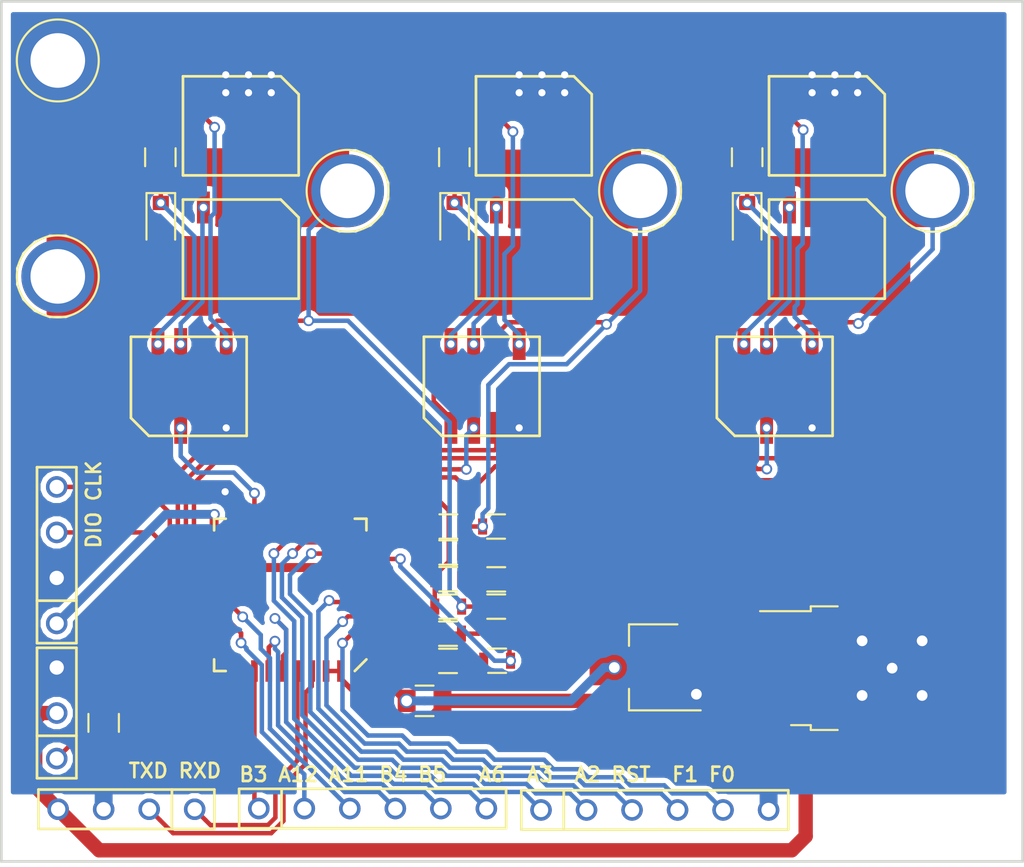
<source format=kicad_pcb>
(kicad_pcb (version 4) (host pcbnew 4.0.7)

  (general
    (links 137)
    (no_connects 6)
    (area 18.116667 19.277 77.075001 68.665)
    (thickness 1.6)
    (drawings 7)
    (tracks 542)
    (zones 0)
    (modules 40)
    (nets 44)
  )

  (page A4)
  (title_block
    (title 无刷马达控制器)
    (date 2018-03-17)
    (company 民间组织)
  )

  (layers
    (0 F.Cu signal)
    (31 B.Cu signal)
    (32 B.Adhes user)
    (33 F.Adhes user)
    (34 B.Paste user)
    (35 F.Paste user)
    (36 B.SilkS user)
    (37 F.SilkS user)
    (38 B.Mask user)
    (39 F.Mask user)
    (40 Dwgs.User user)
    (41 Cmts.User user)
    (42 Eco1.User user)
    (43 Eco2.User user)
    (44 Edge.Cuts user)
    (45 Margin user)
    (46 B.CrtYd user)
    (47 F.CrtYd user)
    (48 B.Fab user)
    (49 F.Fab user)
  )

  (setup
    (last_trace_width 1)
    (user_trace_width 1)
    (trace_clearance 0.2)
    (zone_clearance 0.3)
    (zone_45_only no)
    (trace_min 0.2)
    (segment_width 0.2)
    (edge_width 0.15)
    (via_size 0.6)
    (via_drill 0.4)
    (via_min_size 0.4)
    (via_min_drill 0.3)
    (uvia_size 0.3)
    (uvia_drill 0.1)
    (uvias_allowed no)
    (uvia_min_size 0.2)
    (uvia_min_drill 0.1)
    (pcb_text_width 0.3)
    (pcb_text_size 1.5 1.5)
    (mod_edge_width 0.15)
    (mod_text_size 1 1)
    (mod_text_width 0.15)
    (pad_size 1.2 1.2)
    (pad_drill 0.8)
    (pad_to_mask_clearance 0.2)
    (aux_axis_origin 0 0)
    (grid_origin 37.7 57.36)
    (visible_elements FFFFFF7F)
    (pcbplotparams
      (layerselection 0x010e0_80000001)
      (usegerberextensions false)
      (excludeedgelayer true)
      (linewidth 0.100000)
      (plotframeref false)
      (viasonmask false)
      (mode 1)
      (useauxorigin false)
      (hpglpennumber 1)
      (hpglpenspeed 20)
      (hpglpendiameter 15)
      (hpglpenoverlay 2)
      (psnegative false)
      (psa4output false)
      (plotreference true)
      (plotvalue true)
      (plotinvisibletext false)
      (padsonsilk false)
      (subtractmaskfromsilk false)
      (outputformat 1)
      (mirror false)
      (drillshape 0)
      (scaleselection 1)
      (outputdirectory ../../../dlt/))
  )

  (net 0 "")
  (net 1 /RCP)
  (net 2 "Net-(C1-Pad2)")
  (net 3 +3V3)
  (net 4 GND)
  (net 5 "Net-(C3-Pad1)")
  (net 6 AOUT)
  (net 7 "Net-(C4-Pad1)")
  (net 8 BOUT)
  (net 9 "Net-(C5-Pad1)")
  (net 10 COUT)
  (net 11 VCC)
  (net 12 +5V)
  (net 13 /PA12)
  (net 14 /PB4)
  (net 15 /PB5)
  (net 16 /PA3)
  (net 17 /PF0)
  (net 18 /RXD)
  (net 19 /TXD)
  (net 20 /PA11)
  (net 21 /PB3)
  (net 22 /PA6)
  (net 23 /PF1)
  (net 24 /PA2)
  (net 25 /NRST)
  (net 26 /SWDIO)
  (net 27 /SWCLK)
  (net 28 "Net-(Q1-Pad4)")
  (net 29 "Net-(Q2-Pad4)")
  (net 30 "Net-(Q3-Pad4)")
  (net 31 "Net-(Q4-Pad4)")
  (net 32 "Net-(Q5-Pad4)")
  (net 33 "Net-(Q6-Pad4)")
  (net 34 /FA+)
  (net 35 /FB+)
  (net 36 /FC+)
  (net 37 /Fabc-)
  (net 38 AP)
  (net 39 BP)
  (net 40 CP)
  (net 41 AN)
  (net 42 BN)
  (net 43 CN)

  (net_class Default 这是默认网络组.
    (clearance 0.2)
    (trace_width 0.25)
    (via_dia 0.6)
    (via_drill 0.4)
    (uvia_dia 0.3)
    (uvia_drill 0.1)
    (add_net /FA+)
    (add_net /FB+)
    (add_net /FC+)
    (add_net /Fabc-)
    (add_net /NRST)
    (add_net /PA11)
    (add_net /PA12)
    (add_net /PA2)
    (add_net /PA3)
    (add_net /PA6)
    (add_net /PB3)
    (add_net /PB4)
    (add_net /PB5)
    (add_net /PF0)
    (add_net /PF1)
    (add_net /RCP)
    (add_net /RXD)
    (add_net /SWCLK)
    (add_net /SWDIO)
    (add_net /TXD)
    (add_net AN)
    (add_net AOUT)
    (add_net AP)
    (add_net BN)
    (add_net BOUT)
    (add_net BP)
    (add_net CN)
    (add_net COUT)
    (add_net CP)
    (add_net GND)
    (add_net "Net-(C1-Pad2)")
    (add_net "Net-(C3-Pad1)")
    (add_net "Net-(C4-Pad1)")
    (add_net "Net-(C5-Pad1)")
    (add_net "Net-(Q1-Pad4)")
    (add_net "Net-(Q2-Pad4)")
    (add_net "Net-(Q3-Pad4)")
    (add_net "Net-(Q4-Pad4)")
    (add_net "Net-(Q5-Pad4)")
    (add_net "Net-(Q6-Pad4)")
    (add_net VCC)
  )

  (net_class power ""
    (clearance 0.2)
    (trace_width 0.8)
    (via_dia 0.6)
    (via_drill 0.4)
    (uvia_dia 0.3)
    (uvia_drill 0.1)
    (add_net +5V)
  )

  (net_class power33 ""
    (clearance 0.2)
    (trace_width 0.5)
    (via_dia 0.6)
    (via_drill 0.4)
    (uvia_dia 0.3)
    (uvia_drill 0.1)
    (add_net +3V3)
  )

  (module my_footprint:LQFP_32 (layer F.Cu) (tedit 0) (tstamp 5ABC5540)
    (at 36.125 53.125 180)
    (path /5AAB789B)
    (fp_text reference U3 (at 0 -6.05 180) (layer F.SilkS) hide
      (effects (font (size 1.2 1.2) (thickness 0.15)))
    )
    (fp_text value stm32f051xx-lqfp32 (at 0 6.05 180) (layer F.Fab) hide
      (effects (font (size 1.2 1.2) (thickness 0.15)))
    )
    (fp_line (start -4.25 -3.6) (end -3.6 -4.25) (layer F.SilkS) (width 0.15))
    (fp_line (start 3.6 -4.25) (end 4.25 -4.25) (layer F.SilkS) (width 0.15))
    (fp_line (start 4.25 -4.25) (end 4.25 -3.6) (layer F.SilkS) (width 0.15))
    (fp_line (start -3.6 4.25) (end -4.25 4.25) (layer F.SilkS) (width 0.15))
    (fp_line (start -4.25 4.25) (end -4.25 3.6) (layer F.SilkS) (width 0.15))
    (fp_line (start 3.6 4.25) (end 4.25 4.25) (layer F.SilkS) (width 0.15))
    (fp_line (start 4.25 4.25) (end 4.25 3.6) (layer F.SilkS) (width 0.15))
    (fp_line (start -5.35 -5.35) (end 5.35 -5.35) (layer F.CrtYd) (width 0.15))
    (fp_line (start 5.35 -5.35) (end 5.35 5.35) (layer F.CrtYd) (width 0.15))
    (fp_line (start 5.35 5.35) (end -5.35 5.35) (layer F.CrtYd) (width 0.15))
    (fp_line (start -5.35 5.35) (end -5.35 -5.35) (layer F.CrtYd) (width 0.15))
    (pad 1 smd rect (at -4.25 -2.8 270) (size 0.37 1.2) (layers F.Cu F.Paste F.Mask)
      (net 3 +3V3))
    (pad 2 smd rect (at -4.25 -2 270) (size 0.37 1.2) (layers F.Cu F.Paste F.Mask)
      (net 17 /PF0))
    (pad 3 smd rect (at -4.25 -1.2 270) (size 0.37 1.2) (layers F.Cu F.Paste F.Mask)
      (net 23 /PF1))
    (pad 4 smd rect (at -4.25 -0.4 270) (size 0.37 1.2) (layers F.Cu F.Paste F.Mask)
      (net 25 /NRST))
    (pad 5 smd rect (at -4.25 0.4 270) (size 0.37 1.2) (layers F.Cu F.Paste F.Mask)
      (net 3 +3V3))
    (pad 6 smd rect (at -4.25 1.2 270) (size 0.37 1.2) (layers F.Cu F.Paste F.Mask)
      (net 34 /FA+))
    (pad 7 smd rect (at -4.25 2 270) (size 0.37 1.2) (layers F.Cu F.Paste F.Mask)
      (net 37 /Fabc-))
    (pad 8 smd rect (at -4.25 2.8 270) (size 0.37 1.2) (layers F.Cu F.Paste F.Mask)
      (net 24 /PA2))
    (pad 9 smd rect (at -2.8 4.25 180) (size 0.37 1.2) (layers F.Cu F.Paste F.Mask)
      (net 16 /PA3))
    (pad 10 smd rect (at -2 4.25 180) (size 0.37 1.2) (layers F.Cu F.Paste F.Mask)
      (net 35 /FB+))
    (pad 11 smd rect (at -1.2 4.25 180) (size 0.37 1.2) (layers F.Cu F.Paste F.Mask)
      (net 36 /FC+))
    (pad 12 smd rect (at -0.4 4.25 180) (size 0.37 1.2) (layers F.Cu F.Paste F.Mask)
      (net 22 /PA6))
    (pad 13 smd rect (at 0.4 4.25 180) (size 0.37 1.2) (layers F.Cu F.Paste F.Mask)
      (net 38 AP))
    (pad 14 smd rect (at 1.2 4.25 180) (size 0.37 1.2) (layers F.Cu F.Paste F.Mask)
      (net 39 BP))
    (pad 15 smd rect (at 2 4.25 180) (size 0.37 1.2) (layers F.Cu F.Paste F.Mask)
      (net 40 CP))
    (pad 16 smd rect (at 2.8 4.25 180) (size 0.37 1.2) (layers F.Cu F.Paste F.Mask)
      (net 4 GND))
    (pad 17 smd rect (at 4.25 2.8 270) (size 0.37 1.2) (layers F.Cu F.Paste F.Mask)
      (net 3 +3V3))
    (pad 18 smd rect (at 4.25 2 270) (size 0.37 1.2) (layers F.Cu F.Paste F.Mask)
      (net 41 AN))
    (pad 19 smd rect (at 4.25 1.2 270) (size 0.37 1.2) (layers F.Cu F.Paste F.Mask)
      (net 42 BN))
    (pad 20 smd rect (at 4.25 0.4 270) (size 0.37 1.2) (layers F.Cu F.Paste F.Mask)
      (net 43 CN))
    (pad 21 smd rect (at 4.25 -0.4 270) (size 0.37 1.2) (layers F.Cu F.Paste F.Mask)
      (net 20 /PA11))
    (pad 22 smd rect (at 4.25 -1.2 270) (size 0.37 1.2) (layers F.Cu F.Paste F.Mask)
      (net 13 /PA12))
    (pad 23 smd rect (at 4.25 -2 270) (size 0.37 1.2) (layers F.Cu F.Paste F.Mask)
      (net 27 /SWCLK))
    (pad 24 smd rect (at 4.25 -2.8 270) (size 0.37 1.2) (layers F.Cu F.Paste F.Mask)
      (net 26 /SWDIO))
    (pad 25 smd rect (at 2.8 -4.25 180) (size 0.37 1.2) (layers F.Cu F.Paste F.Mask)
      (net 1 /RCP))
    (pad 26 smd rect (at 2 -4.25 180) (size 0.37 1.2) (layers F.Cu F.Paste F.Mask)
      (net 21 /PB3))
    (pad 27 smd rect (at 1.2 -4.25 180) (size 0.37 1.2) (layers F.Cu F.Paste F.Mask)
      (net 14 /PB4))
    (pad 28 smd rect (at 0.4 -4.25 180) (size 0.37 1.2) (layers F.Cu F.Paste F.Mask)
      (net 15 /PB5))
    (pad 29 smd rect (at -0.4 -4.25 180) (size 0.37 1.2) (layers F.Cu F.Paste F.Mask)
      (net 19 /TXD))
    (pad 30 smd rect (at -1.2 -4.25 180) (size 0.37 1.2) (layers F.Cu F.Paste F.Mask)
      (net 18 /RXD))
    (pad 31 smd rect (at -2 -4.25 180) (size 0.37 1.2) (layers F.Cu F.Paste F.Mask)
      (net 4 GND))
    (pad 32 smd rect (at -2.8 -4.25 180) (size 0.37 1.2) (layers F.Cu F.Paste F.Mask)
      (net 4 GND))
  )

  (module Resistors_SMD:R_0603 (layer F.Cu) (tedit 5ABC9042) (tstamp 5ABC5481)
    (at 44.95 49.31)
    (descr "Resistor SMD 0603, reflow soldering, Vishay (see dcrcw.pdf)")
    (tags "resistor 0603")
    (path /595F4770)
    (attr smd)
    (fp_text reference R5 (at 0 -1.45) (layer F.SilkS) hide
      (effects (font (size 1 1) (thickness 0.15)))
    )
    (fp_text value 20K (at 0.04 -1.5) (layer F.Fab) hide
      (effects (font (size 1 1) (thickness 0.15)))
    )
    (fp_text user %R (at 0 0) (layer F.Fab)
      (effects (font (size 0.4 0.4) (thickness 0.075)))
    )
    (fp_line (start -0.8 0.4) (end -0.8 -0.4) (layer F.Fab) (width 0.1))
    (fp_line (start 0.8 0.4) (end -0.8 0.4) (layer F.Fab) (width 0.1))
    (fp_line (start 0.8 -0.4) (end 0.8 0.4) (layer F.Fab) (width 0.1))
    (fp_line (start -0.8 -0.4) (end 0.8 -0.4) (layer F.Fab) (width 0.1))
    (fp_line (start 0.5 0.68) (end -0.5 0.68) (layer F.SilkS) (width 0.12))
    (fp_line (start -0.5 -0.68) (end 0.5 -0.68) (layer F.SilkS) (width 0.12))
    (fp_line (start -1.25 -0.7) (end 1.25 -0.7) (layer F.CrtYd) (width 0.05))
    (fp_line (start -1.25 -0.7) (end -1.25 0.7) (layer F.CrtYd) (width 0.05))
    (fp_line (start 1.25 0.7) (end 1.25 -0.7) (layer F.CrtYd) (width 0.05))
    (fp_line (start 1.25 0.7) (end -1.25 0.7) (layer F.CrtYd) (width 0.05))
    (pad 1 smd rect (at -0.75 0) (size 0.5 0.9) (layers F.Cu F.Paste F.Mask)
      (net 35 /FB+))
    (pad 2 smd rect (at 0.75 0) (size 0.5 0.9) (layers F.Cu F.Paste F.Mask)
      (net 8 BOUT))
    (model ${KISYS3DMOD}/Resistors_SMD.3dshapes/R_0603.wrl
      (at (xyz 0 0 0))
      (scale (xyz 1 1 1))
      (rotate (xyz 0 0 0))
    )
  )

  (module Capacitors_SMD:C_0805 (layer F.Cu) (tedit 58AA8463) (tstamp 5ABC52CE)
    (at 25.71 60.27 270)
    (descr "Capacitor SMD 0805, reflow soldering, AVX (see smccp.pdf)")
    (tags "capacitor 0805")
    (path /5AAC767F)
    (attr smd)
    (fp_text reference C1 (at 0 -1.5 270) (layer F.SilkS) hide
      (effects (font (size 1 1) (thickness 0.15)))
    )
    (fp_text value C (at 0 1.75 270) (layer F.Fab) hide
      (effects (font (size 1 1) (thickness 0.15)))
    )
    (fp_text user %R (at 0 -1.5 270) (layer F.Fab)
      (effects (font (size 1 1) (thickness 0.15)))
    )
    (fp_line (start -1 0.62) (end -1 -0.62) (layer F.Fab) (width 0.1))
    (fp_line (start 1 0.62) (end -1 0.62) (layer F.Fab) (width 0.1))
    (fp_line (start 1 -0.62) (end 1 0.62) (layer F.Fab) (width 0.1))
    (fp_line (start -1 -0.62) (end 1 -0.62) (layer F.Fab) (width 0.1))
    (fp_line (start 0.5 -0.85) (end -0.5 -0.85) (layer F.SilkS) (width 0.12))
    (fp_line (start -0.5 0.85) (end 0.5 0.85) (layer F.SilkS) (width 0.12))
    (fp_line (start -1.75 -0.88) (end 1.75 -0.88) (layer F.CrtYd) (width 0.05))
    (fp_line (start -1.75 -0.88) (end -1.75 0.87) (layer F.CrtYd) (width 0.05))
    (fp_line (start 1.75 0.87) (end 1.75 -0.88) (layer F.CrtYd) (width 0.05))
    (fp_line (start 1.75 0.87) (end -1.75 0.87) (layer F.CrtYd) (width 0.05))
    (pad 1 smd rect (at -1 0 270) (size 1 1.25) (layers F.Cu F.Paste F.Mask)
      (net 1 /RCP))
    (pad 2 smd rect (at 1 0 270) (size 1 1.25) (layers F.Cu F.Paste F.Mask)
      (net 2 "Net-(C1-Pad2)"))
    (model Capacitors_SMD.3dshapes/C_0805.wrl
      (at (xyz 0 0 0))
      (scale (xyz 1 1 1))
      (rotate (xyz 0 0 0))
    )
  )

  (module Capacitors_SMD:C_0805 (layer F.Cu) (tedit 58AA8463) (tstamp 5ABC52DF)
    (at 43.62 59.04)
    (descr "Capacitor SMD 0805, reflow soldering, AVX (see smccp.pdf)")
    (tags "capacitor 0805")
    (path /595F7CA3)
    (attr smd)
    (fp_text reference C2 (at 0 -1.5) (layer F.SilkS) hide
      (effects (font (size 1 1) (thickness 0.15)))
    )
    (fp_text value C (at 0 1.75) (layer F.Fab) hide
      (effects (font (size 1 1) (thickness 0.15)))
    )
    (fp_text user %R (at -0.07 0.04) (layer F.Fab)
      (effects (font (size 1 1) (thickness 0.15)))
    )
    (fp_line (start -1 0.62) (end -1 -0.62) (layer F.Fab) (width 0.1))
    (fp_line (start 1 0.62) (end -1 0.62) (layer F.Fab) (width 0.1))
    (fp_line (start 1 -0.62) (end 1 0.62) (layer F.Fab) (width 0.1))
    (fp_line (start -1 -0.62) (end 1 -0.62) (layer F.Fab) (width 0.1))
    (fp_line (start 0.5 -0.85) (end -0.5 -0.85) (layer F.SilkS) (width 0.12))
    (fp_line (start -0.5 0.85) (end 0.5 0.85) (layer F.SilkS) (width 0.12))
    (fp_line (start -1.75 -0.88) (end 1.75 -0.88) (layer F.CrtYd) (width 0.05))
    (fp_line (start -1.75 -0.88) (end -1.75 0.87) (layer F.CrtYd) (width 0.05))
    (fp_line (start 1.75 0.87) (end 1.75 -0.88) (layer F.CrtYd) (width 0.05))
    (fp_line (start 1.75 0.87) (end -1.75 0.87) (layer F.CrtYd) (width 0.05))
    (pad 1 smd rect (at -1 0) (size 1 1.25) (layers F.Cu F.Paste F.Mask)
      (net 3 +3V3))
    (pad 2 smd rect (at 1 0) (size 1 1.25) (layers F.Cu F.Paste F.Mask)
      (net 4 GND))
    (model Capacitors_SMD.3dshapes/C_0805.wrl
      (at (xyz 0 0 0))
      (scale (xyz 1 1 1))
      (rotate (xyz 0 0 0))
    )
  )

  (module Capacitors_SMD:C_0805 (layer F.Cu) (tedit 58AA8463) (tstamp 5ABC52F0)
    (at 61.625 28.7 90)
    (descr "Capacitor SMD 0805, reflow soldering, AVX (see smccp.pdf)")
    (tags "capacitor 0805")
    (path /59585908)
    (attr smd)
    (fp_text reference C3 (at 0 -1.5 90) (layer F.SilkS) hide
      (effects (font (size 1 1) (thickness 0.15)))
    )
    (fp_text value C (at 0 1.75 90) (layer F.Fab) hide
      (effects (font (size 1 1) (thickness 0.15)))
    )
    (fp_text user %R (at 0.07962 -0.09644 90) (layer F.Fab)
      (effects (font (size 1 1) (thickness 0.15)))
    )
    (fp_line (start -1 0.62) (end -1 -0.62) (layer F.Fab) (width 0.1))
    (fp_line (start 1 0.62) (end -1 0.62) (layer F.Fab) (width 0.1))
    (fp_line (start 1 -0.62) (end 1 0.62) (layer F.Fab) (width 0.1))
    (fp_line (start -1 -0.62) (end 1 -0.62) (layer F.Fab) (width 0.1))
    (fp_line (start 0.5 -0.85) (end -0.5 -0.85) (layer F.SilkS) (width 0.12))
    (fp_line (start -0.5 0.85) (end 0.5 0.85) (layer F.SilkS) (width 0.12))
    (fp_line (start -1.75 -0.88) (end 1.75 -0.88) (layer F.CrtYd) (width 0.05))
    (fp_line (start -1.75 -0.88) (end -1.75 0.87) (layer F.CrtYd) (width 0.05))
    (fp_line (start 1.75 0.87) (end 1.75 -0.88) (layer F.CrtYd) (width 0.05))
    (fp_line (start 1.75 0.87) (end -1.75 0.87) (layer F.CrtYd) (width 0.05))
    (pad 1 smd rect (at -1 0 90) (size 1 1.25) (layers F.Cu F.Paste F.Mask)
      (net 5 "Net-(C3-Pad1)"))
    (pad 2 smd rect (at 1 0 90) (size 1 1.25) (layers F.Cu F.Paste F.Mask)
      (net 6 AOUT))
    (model Capacitors_SMD.3dshapes/C_0805.wrl
      (at (xyz 0 0 0))
      (scale (xyz 1 1 1))
      (rotate (xyz 0 0 0))
    )
  )

  (module Capacitors_SMD:C_0805 (layer F.Cu) (tedit 58AA8463) (tstamp 5ABC5301)
    (at 45.281705 28.7 90)
    (descr "Capacitor SMD 0805, reflow soldering, AVX (see smccp.pdf)")
    (tags "capacitor 0805")
    (path /59583213)
    (attr smd)
    (fp_text reference C4 (at 0 -1.5 90) (layer F.SilkS) hide
      (effects (font (size 1 1) (thickness 0.15)))
    )
    (fp_text value C (at 0 1.75 90) (layer F.Fab) hide
      (effects (font (size 1 1) (thickness 0.15)))
    )
    (fp_text user %R (at -0.0368 -0.06102 90) (layer F.Fab)
      (effects (font (size 1 1) (thickness 0.15)))
    )
    (fp_line (start -1 0.62) (end -1 -0.62) (layer F.Fab) (width 0.1))
    (fp_line (start 1 0.62) (end -1 0.62) (layer F.Fab) (width 0.1))
    (fp_line (start 1 -0.62) (end 1 0.62) (layer F.Fab) (width 0.1))
    (fp_line (start -1 -0.62) (end 1 -0.62) (layer F.Fab) (width 0.1))
    (fp_line (start 0.5 -0.85) (end -0.5 -0.85) (layer F.SilkS) (width 0.12))
    (fp_line (start -0.5 0.85) (end 0.5 0.85) (layer F.SilkS) (width 0.12))
    (fp_line (start -1.75 -0.88) (end 1.75 -0.88) (layer F.CrtYd) (width 0.05))
    (fp_line (start -1.75 -0.88) (end -1.75 0.87) (layer F.CrtYd) (width 0.05))
    (fp_line (start 1.75 0.87) (end 1.75 -0.88) (layer F.CrtYd) (width 0.05))
    (fp_line (start 1.75 0.87) (end -1.75 0.87) (layer F.CrtYd) (width 0.05))
    (pad 1 smd rect (at -1 0 90) (size 1 1.25) (layers F.Cu F.Paste F.Mask)
      (net 7 "Net-(C4-Pad1)"))
    (pad 2 smd rect (at 1 0 90) (size 1 1.25) (layers F.Cu F.Paste F.Mask)
      (net 8 BOUT))
    (model Capacitors_SMD.3dshapes/C_0805.wrl
      (at (xyz 0 0 0))
      (scale (xyz 1 1 1))
      (rotate (xyz 0 0 0))
    )
  )

  (module Capacitors_SMD:C_0805 (layer F.Cu) (tedit 58AA8463) (tstamp 5ABC5312)
    (at 28.875 28.7 90)
    (descr "Capacitor SMD 0805, reflow soldering, AVX (see smccp.pdf)")
    (tags "capacitor 0805")
    (path /595852D8)
    (attr smd)
    (fp_text reference C5 (at 0 -1.5 90) (layer F.SilkS) hide
      (effects (font (size 1 1) (thickness 0.15)))
    )
    (fp_text value C (at 0 1.75 90) (layer F.Fab) hide
      (effects (font (size 1 1) (thickness 0.15)))
    )
    (fp_text user %R (at 0.02362 -0.05842 90) (layer F.Fab)
      (effects (font (size 1 1) (thickness 0.15)))
    )
    (fp_line (start -1 0.62) (end -1 -0.62) (layer F.Fab) (width 0.1))
    (fp_line (start 1 0.62) (end -1 0.62) (layer F.Fab) (width 0.1))
    (fp_line (start 1 -0.62) (end 1 0.62) (layer F.Fab) (width 0.1))
    (fp_line (start -1 -0.62) (end 1 -0.62) (layer F.Fab) (width 0.1))
    (fp_line (start 0.5 -0.85) (end -0.5 -0.85) (layer F.SilkS) (width 0.12))
    (fp_line (start -0.5 0.85) (end 0.5 0.85) (layer F.SilkS) (width 0.12))
    (fp_line (start -1.75 -0.88) (end 1.75 -0.88) (layer F.CrtYd) (width 0.05))
    (fp_line (start -1.75 -0.88) (end -1.75 0.87) (layer F.CrtYd) (width 0.05))
    (fp_line (start 1.75 0.87) (end 1.75 -0.88) (layer F.CrtYd) (width 0.05))
    (fp_line (start 1.75 0.87) (end -1.75 0.87) (layer F.CrtYd) (width 0.05))
    (pad 1 smd rect (at -1 0 90) (size 1 1.25) (layers F.Cu F.Paste F.Mask)
      (net 9 "Net-(C5-Pad1)"))
    (pad 2 smd rect (at 1 0 90) (size 1 1.25) (layers F.Cu F.Paste F.Mask)
      (net 10 COUT))
    (model Capacitors_SMD.3dshapes/C_0805.wrl
      (at (xyz 0 0 0))
      (scale (xyz 1 1 1))
      (rotate (xyz 0 0 0))
    )
  )

  (module Diodes_SMD:D_0805 (layer F.Cu) (tedit 590CE9A4) (tstamp 5ABC532A)
    (at 61.625 32.3 270)
    (descr "Diode SMD in 0805 package http://datasheets.avx.com/schottky.pdf")
    (tags "smd diode")
    (path /59585902)
    (attr smd)
    (fp_text reference D1 (at 0 -1.6 270) (layer F.SilkS) hide
      (effects (font (size 1 1) (thickness 0.15)))
    )
    (fp_text value D (at 0 1.7 270) (layer F.Fab) hide
      (effects (font (size 1 1) (thickness 0.15)))
    )
    (fp_text user %R (at 0.11456 -0.02818 270) (layer F.Fab)
      (effects (font (size 1 1) (thickness 0.15)))
    )
    (fp_line (start -1.6 -0.8) (end -1.6 0.8) (layer F.SilkS) (width 0.12))
    (fp_line (start -1.7 0.88) (end -1.7 -0.88) (layer F.CrtYd) (width 0.05))
    (fp_line (start 1.7 0.88) (end -1.7 0.88) (layer F.CrtYd) (width 0.05))
    (fp_line (start 1.7 -0.88) (end 1.7 0.88) (layer F.CrtYd) (width 0.05))
    (fp_line (start -1.7 -0.88) (end 1.7 -0.88) (layer F.CrtYd) (width 0.05))
    (fp_line (start 0.2 0) (end 0.4 0) (layer F.Fab) (width 0.1))
    (fp_line (start -0.1 0) (end -0.3 0) (layer F.Fab) (width 0.1))
    (fp_line (start -0.1 -0.2) (end -0.1 0.2) (layer F.Fab) (width 0.1))
    (fp_line (start 0.2 0.2) (end 0.2 -0.2) (layer F.Fab) (width 0.1))
    (fp_line (start -0.1 0) (end 0.2 0.2) (layer F.Fab) (width 0.1))
    (fp_line (start 0.2 -0.2) (end -0.1 0) (layer F.Fab) (width 0.1))
    (fp_line (start -1 0.65) (end -1 -0.65) (layer F.Fab) (width 0.1))
    (fp_line (start 1 0.65) (end -1 0.65) (layer F.Fab) (width 0.1))
    (fp_line (start 1 -0.65) (end 1 0.65) (layer F.Fab) (width 0.1))
    (fp_line (start -1 -0.65) (end 1 -0.65) (layer F.Fab) (width 0.1))
    (fp_line (start -1.6 0.8) (end 1 0.8) (layer F.SilkS) (width 0.12))
    (fp_line (start -1.6 -0.8) (end 1 -0.8) (layer F.SilkS) (width 0.12))
    (pad 1 smd rect (at -1.05 0 270) (size 0.8 0.9) (layers F.Cu F.Paste F.Mask)
      (net 5 "Net-(C3-Pad1)"))
    (pad 2 smd rect (at 1.05 0 270) (size 0.8 0.9) (layers F.Cu F.Paste F.Mask)
      (net 11 VCC))
    (model ${KISYS3DMOD}/Diodes_SMD.3dshapes/D_0805.wrl
      (at (xyz 0 0 0))
      (scale (xyz 1 1 1))
      (rotate (xyz 0 0 0))
    )
  )

  (module Diodes_SMD:D_0805 (layer F.Cu) (tedit 590CE9A4) (tstamp 5ABC5342)
    (at 45.295685 32.3 270)
    (descr "Diode SMD in 0805 package http://datasheets.avx.com/schottky.pdf")
    (tags "smd diode")
    (path /595831C0)
    (attr smd)
    (fp_text reference D2 (at 0 -1.6 270) (layer F.SilkS) hide
      (effects (font (size 1 1) (thickness 0.15)))
    )
    (fp_text value D (at 0 1.7 270) (layer F.Fab) hide
      (effects (font (size 1 1) (thickness 0.15)))
    )
    (fp_text user %R (at -0.05 0.025 270) (layer F.Fab)
      (effects (font (size 1 1) (thickness 0.15)))
    )
    (fp_line (start -1.6 -0.8) (end -1.6 0.8) (layer F.SilkS) (width 0.12))
    (fp_line (start -1.7 0.88) (end -1.7 -0.88) (layer F.CrtYd) (width 0.05))
    (fp_line (start 1.7 0.88) (end -1.7 0.88) (layer F.CrtYd) (width 0.05))
    (fp_line (start 1.7 -0.88) (end 1.7 0.88) (layer F.CrtYd) (width 0.05))
    (fp_line (start -1.7 -0.88) (end 1.7 -0.88) (layer F.CrtYd) (width 0.05))
    (fp_line (start 0.2 0) (end 0.4 0) (layer F.Fab) (width 0.1))
    (fp_line (start -0.1 0) (end -0.3 0) (layer F.Fab) (width 0.1))
    (fp_line (start -0.1 -0.2) (end -0.1 0.2) (layer F.Fab) (width 0.1))
    (fp_line (start 0.2 0.2) (end 0.2 -0.2) (layer F.Fab) (width 0.1))
    (fp_line (start -0.1 0) (end 0.2 0.2) (layer F.Fab) (width 0.1))
    (fp_line (start 0.2 -0.2) (end -0.1 0) (layer F.Fab) (width 0.1))
    (fp_line (start -1 0.65) (end -1 -0.65) (layer F.Fab) (width 0.1))
    (fp_line (start 1 0.65) (end -1 0.65) (layer F.Fab) (width 0.1))
    (fp_line (start 1 -0.65) (end 1 0.65) (layer F.Fab) (width 0.1))
    (fp_line (start -1 -0.65) (end 1 -0.65) (layer F.Fab) (width 0.1))
    (fp_line (start -1.6 0.8) (end 1 0.8) (layer F.SilkS) (width 0.12))
    (fp_line (start -1.6 -0.8) (end 1 -0.8) (layer F.SilkS) (width 0.12))
    (pad 1 smd rect (at -1.05 0 270) (size 0.8 0.9) (layers F.Cu F.Paste F.Mask)
      (net 7 "Net-(C4-Pad1)"))
    (pad 2 smd rect (at 1.05 0 270) (size 0.8 0.9) (layers F.Cu F.Paste F.Mask)
      (net 11 VCC))
    (model ${KISYS3DMOD}/Diodes_SMD.3dshapes/D_0805.wrl
      (at (xyz 0 0 0))
      (scale (xyz 1 1 1))
      (rotate (xyz 0 0 0))
    )
  )

  (module Diodes_SMD:D_0805 (layer F.Cu) (tedit 590CE9A4) (tstamp 5ABC535A)
    (at 28.9 32.3 270)
    (descr "Diode SMD in 0805 package http://datasheets.avx.com/schottky.pdf")
    (tags "smd diode")
    (path /595852D2)
    (attr smd)
    (fp_text reference D3 (at 0 -1.6 270) (layer F.SilkS) hide
      (effects (font (size 1 1) (thickness 0.15)))
    )
    (fp_text value D (at 0 1.7 270) (layer F.Fab) hide
      (effects (font (size 1 1) (thickness 0.15)))
    )
    (fp_text user %R (at -0.07014 0.07874 270) (layer F.Fab)
      (effects (font (size 1 1) (thickness 0.15)))
    )
    (fp_line (start -1.6 -0.8) (end -1.6 0.8) (layer F.SilkS) (width 0.12))
    (fp_line (start -1.7 0.88) (end -1.7 -0.88) (layer F.CrtYd) (width 0.05))
    (fp_line (start 1.7 0.88) (end -1.7 0.88) (layer F.CrtYd) (width 0.05))
    (fp_line (start 1.7 -0.88) (end 1.7 0.88) (layer F.CrtYd) (width 0.05))
    (fp_line (start -1.7 -0.88) (end 1.7 -0.88) (layer F.CrtYd) (width 0.05))
    (fp_line (start 0.2 0) (end 0.4 0) (layer F.Fab) (width 0.1))
    (fp_line (start -0.1 0) (end -0.3 0) (layer F.Fab) (width 0.1))
    (fp_line (start -0.1 -0.2) (end -0.1 0.2) (layer F.Fab) (width 0.1))
    (fp_line (start 0.2 0.2) (end 0.2 -0.2) (layer F.Fab) (width 0.1))
    (fp_line (start -0.1 0) (end 0.2 0.2) (layer F.Fab) (width 0.1))
    (fp_line (start 0.2 -0.2) (end -0.1 0) (layer F.Fab) (width 0.1))
    (fp_line (start -1 0.65) (end -1 -0.65) (layer F.Fab) (width 0.1))
    (fp_line (start 1 0.65) (end -1 0.65) (layer F.Fab) (width 0.1))
    (fp_line (start 1 -0.65) (end 1 0.65) (layer F.Fab) (width 0.1))
    (fp_line (start -1 -0.65) (end 1 -0.65) (layer F.Fab) (width 0.1))
    (fp_line (start -1.6 0.8) (end 1 0.8) (layer F.SilkS) (width 0.12))
    (fp_line (start -1.6 -0.8) (end 1 -0.8) (layer F.SilkS) (width 0.12))
    (pad 1 smd rect (at -1.05 0 270) (size 0.8 0.9) (layers F.Cu F.Paste F.Mask)
      (net 9 "Net-(C5-Pad1)"))
    (pad 2 smd rect (at 1.05 0 270) (size 0.8 0.9) (layers F.Cu F.Paste F.Mask)
      (net 11 VCC))
    (model ${KISYS3DMOD}/Diodes_SMD.3dshapes/D_0805.wrl
      (at (xyz 0 0 0))
      (scale (xyz 1 1 1))
      (rotate (xyz 0 0 0))
    )
  )

  (module my_footprint:conn-3x2.54mm (layer F.Cu) (tedit 5AB47036) (tstamp 5ABC5366)
    (at 23.09 59.72 90)
    (path /5AABEC63)
    (fp_text reference J1 (at 0 2.3 90) (layer F.SilkS) hide
      (effects (font (size 1.2 1.2) (thickness 0.15)))
    )
    (fp_text value RCP (at 0 -2.3 90) (layer F.Fab) hide
      (effects (font (size 1.2 1.2) (thickness 0.15)))
    )
    (fp_line (start -3.64 -1.1) (end 3.64 -1.1) (layer F.SilkS) (width 0.15))
    (fp_line (start 3.64 -1.1) (end 3.64 1.1) (layer F.SilkS) (width 0.15))
    (fp_line (start 3.64 1.1) (end -3.64 1.1) (layer F.SilkS) (width 0.15))
    (fp_line (start -3.64 1.1) (end -3.64 -1.1) (layer F.SilkS) (width 0.15))
    (fp_line (start -1.27 -1.1) (end -1.27 1.1) (layer F.SilkS) (width 0.15))
    (pad 1 thru_hole circle (at -2.54 0 90) (size 1.2 1.2) (drill 0.8) (layers *.Cu *.Mask)
      (net 2 "Net-(C1-Pad2)"))
    (pad 2 thru_hole circle (at 0 0 90) (size 1.2 1.2) (drill 0.8) (layers *.Cu *.Mask)
      (net 12 +5V))
    (pad 3 thru_hole circle (at 2.54 0 90) (size 1.2 1.2) (drill 0.8) (layers *.Cu *.Mask)
      (net 4 GND))
  )

  (module my_footprint:conn-6x2.54mm (layer F.Cu) (tedit 5ABCB2D7) (tstamp 5ABC5375)
    (at 40.72 65.05)
    (path /5AB46F7F)
    (fp_text reference J2 (at 0 2.3) (layer F.Fab)
      (effects (font (size 1.2 1.2) (thickness 0.15)))
    )
    (fp_text value Conn_01x06 (at 0 -2.3) (layer F.Fab) hide
      (effects (font (size 1.2 1.2) (thickness 0.15)))
    )
    (fp_line (start -7.45 -1.1) (end 7.45 -1.1) (layer F.SilkS) (width 0.15))
    (fp_line (start 7.45 -1.1) (end 7.45 1.1) (layer F.SilkS) (width 0.15))
    (fp_line (start 7.45 1.1) (end -7.45 1.1) (layer F.SilkS) (width 0.15))
    (fp_line (start -7.45 1.1) (end -7.45 -1.1) (layer F.SilkS) (width 0.15))
    (fp_line (start -5.08 -1.1) (end -5.08 1.1) (layer F.SilkS) (width 0.15))
    (pad 1 thru_hole circle (at -6.35 0) (size 1.2 1.2) (drill 0.8) (layers *.Cu *.Mask)
      (net 21 /PB3))
    (pad 2 thru_hole circle (at -3.81 0) (size 1.2 1.2) (drill 0.8) (layers *.Cu *.Mask)
      (net 13 /PA12))
    (pad 3 thru_hole circle (at -1.27 0) (size 1.2 1.2) (drill 0.8) (layers *.Cu *.Mask)
      (net 20 /PA11))
    (pad 4 thru_hole circle (at 1.27 0) (size 1.2 1.2) (drill 0.8) (layers *.Cu *.Mask)
      (net 14 /PB4))
    (pad 5 thru_hole circle (at 3.81 0) (size 1.2 1.2) (drill 0.8) (layers *.Cu *.Mask)
      (net 15 /PB5))
    (pad 6 thru_hole circle (at 6.35 0) (size 1.2 1.2) (drill 0.8) (layers *.Cu *.Mask)
      (net 22 /PA6))
  )

  (module my_footprint:conn-4x2.45mm (layer F.Cu) (tedit 5ABCB219) (tstamp 5ABC5382)
    (at 26.98 65.09 180)
    (path /5AAB8649)
    (fp_text reference J3 (at 0 2.3 180) (layer F.SilkS) hide
      (effects (font (size 1.2 1.2) (thickness 0.15)))
    )
    (fp_text value USART (at 0 -2.3 180) (layer F.Fab) hide
      (effects (font (size 1.2 1.2) (thickness 0.15)))
    )
    (fp_line (start -4.91 -1.1) (end 4.91 -1.1) (layer F.SilkS) (width 0.15))
    (fp_line (start 4.91 -1.1) (end 4.91 1.1) (layer F.SilkS) (width 0.15))
    (fp_line (start 4.91 1.1) (end -4.91 1.1) (layer F.SilkS) (width 0.15))
    (fp_line (start -4.91 1.1) (end -4.91 -1.1) (layer F.SilkS) (width 0.15))
    (fp_line (start -2.54 -1.1) (end -2.54 1.1) (layer F.SilkS) (width 0.15))
    (pad 1 thru_hole circle (at -3.81 0 180) (size 1.2 1.2) (drill 0.8) (layers *.Cu *.Mask)
      (net 19 /TXD))
    (pad 2 thru_hole circle (at -1.27 0 180) (size 1.2 1.2) (drill 0.8) (layers *.Cu *.Mask)
      (net 18 /RXD))
    (pad 3 thru_hole circle (at 1.27 0 180) (size 1.2 1.2) (drill 0.8) (layers *.Cu *.Mask)
      (net 4 GND))
    (pad 4 thru_hole circle (at 3.81 0 180) (size 1.2 1.2) (drill 0.8) (layers *.Cu *.Mask)
      (net 12 +5V))
  )

  (module my_footprint:conn-6x2.54mm (layer F.Cu) (tedit 5AB46BF9) (tstamp 5ABC5391)
    (at 56.47 65.13)
    (path /5AB47038)
    (fp_text reference J4 (at 0 2.3) (layer F.SilkS) hide
      (effects (font (size 1.2 1.2) (thickness 0.15)))
    )
    (fp_text value Conn_01x06 (at 0 -2.3) (layer F.Fab) hide
      (effects (font (size 1.2 1.2) (thickness 0.15)))
    )
    (fp_line (start -7.45 -1.1) (end 7.45 -1.1) (layer F.SilkS) (width 0.15))
    (fp_line (start 7.45 -1.1) (end 7.45 1.1) (layer F.SilkS) (width 0.15))
    (fp_line (start 7.45 1.1) (end -7.45 1.1) (layer F.SilkS) (width 0.15))
    (fp_line (start -7.45 1.1) (end -7.45 -1.1) (layer F.SilkS) (width 0.15))
    (fp_line (start -5.08 -1.1) (end -5.08 1.1) (layer F.SilkS) (width 0.15))
    (pad 1 thru_hole circle (at -6.35 0) (size 1.2 1.2) (drill 0.8) (layers *.Cu *.Mask)
      (net 16 /PA3))
    (pad 2 thru_hole circle (at -3.81 0) (size 1.2 1.2) (drill 0.8) (layers *.Cu *.Mask)
      (net 24 /PA2))
    (pad 3 thru_hole circle (at -1.27 0) (size 1.2 1.2) (drill 0.8) (layers *.Cu *.Mask)
      (net 25 /NRST))
    (pad 4 thru_hole circle (at 1.27 0) (size 1.2 1.2) (drill 0.8) (layers *.Cu *.Mask)
      (net 23 /PF1))
    (pad 5 thru_hole circle (at 3.81 0) (size 1.2 1.2) (drill 0.8) (layers *.Cu *.Mask)
      (net 17 /PF0))
    (pad 6 thru_hole circle (at 6.35 0) (size 1.2 1.2) (drill 0.8) (layers *.Cu *.Mask)
      (net 4 GND))
  )

  (module my_footprint:conn-4x2.45mm (layer F.Cu) (tedit 5AB46C8D) (tstamp 5ABC539E)
    (at 23.09 50.91 90)
    (path /5958F19A)
    (fp_text reference J5 (at 0 2.3 90) (layer F.SilkS) hide
      (effects (font (size 1.2 1.2) (thickness 0.15)))
    )
    (fp_text value SWIM (at 0 -2.3 90) (layer F.Fab) hide
      (effects (font (size 1.2 1.2) (thickness 0.15)))
    )
    (fp_line (start -4.91 -1.1) (end 4.91 -1.1) (layer F.SilkS) (width 0.15))
    (fp_line (start 4.91 -1.1) (end 4.91 1.1) (layer F.SilkS) (width 0.15))
    (fp_line (start 4.91 1.1) (end -4.91 1.1) (layer F.SilkS) (width 0.15))
    (fp_line (start -4.91 1.1) (end -4.91 -1.1) (layer F.SilkS) (width 0.15))
    (fp_line (start -2.54 -1.1) (end -2.54 1.1) (layer F.SilkS) (width 0.15))
    (pad 1 thru_hole circle (at -3.81 0 90) (size 1.2 1.2) (drill 0.8) (layers *.Cu *.Mask)
      (net 3 +3V3))
    (pad 2 thru_hole circle (at -1.27 0 90) (size 1.2 1.2) (drill 0.8) (layers *.Cu *.Mask)
      (net 4 GND))
    (pad 3 thru_hole circle (at 1.27 0 90) (size 1.2 1.2) (drill 0.8) (layers *.Cu *.Mask)
      (net 26 /SWDIO))
    (pad 4 thru_hole circle (at 3.81 0 90) (size 1.2 1.2) (drill 0.8) (layers *.Cu *.Mask)
      (net 27 /SWCLK))
  )

  (module Connectors:1pin (layer F.Cu) (tedit 5861332C) (tstamp 5ABC53A6)
    (at 71.975 30.575 180)
    (descr "module 1 pin (ou trou mecanique de percage)")
    (tags DEV)
    (path /5958594B)
    (fp_text reference J6 (at 0 -3.048 180) (layer F.SilkS) hide
      (effects (font (size 1 1) (thickness 0.15)))
    )
    (fp_text value AOUT (at 0 3 180) (layer F.Fab) hide
      (effects (font (size 1 1) (thickness 0.15)))
    )
    (fp_circle (center 0 0) (end 2 0.8) (layer F.Fab) (width 0.1))
    (fp_circle (center 0 0) (end 2.6 0) (layer F.CrtYd) (width 0.05))
    (fp_circle (center 0 0) (end 0 -2.286) (layer F.SilkS) (width 0.12))
    (pad 1 thru_hole circle (at 0 0 180) (size 4.064 4.064) (drill 3.048) (layers *.Cu *.Mask)
      (net 6 AOUT))
  )

  (module Connectors:1pin (layer F.Cu) (tedit 5861332C) (tstamp 5ABC53AE)
    (at 23.15 35.35)
    (descr "module 1 pin (ou trou mecanique de percage)")
    (tags DEV)
    (path /59594F61)
    (fp_text reference J7 (at 0 -3.048) (layer F.SilkS) hide
      (effects (font (size 1 1) (thickness 0.15)))
    )
    (fp_text value CONN_01X01 (at 0 3) (layer F.Fab) hide
      (effects (font (size 1 1) (thickness 0.15)))
    )
    (fp_circle (center 0 0) (end 2 0.8) (layer F.Fab) (width 0.1))
    (fp_circle (center 0 0) (end 2.6 0) (layer F.CrtYd) (width 0.05))
    (fp_circle (center 0 0) (end 0 -2.286) (layer F.SilkS) (width 0.12))
    (pad 1 thru_hole circle (at 0 0) (size 4.064 4.064) (drill 3.048) (layers *.Cu *.Mask)
      (net 11 VCC))
  )

  (module Connectors:1pin (layer F.Cu) (tedit 5861332C) (tstamp 5ABC53B6)
    (at 23.15 23.3)
    (descr "module 1 pin (ou trou mecanique de percage)")
    (tags DEV)
    (path /59595025)
    (fp_text reference J8 (at 0 -3.048) (layer F.SilkS) hide
      (effects (font (size 1 1) (thickness 0.15)))
    )
    (fp_text value CONN_01X01 (at 0 3) (layer F.Fab) hide
      (effects (font (size 1 1) (thickness 0.15)))
    )
    (fp_circle (center 0 0) (end 2 0.8) (layer F.Fab) (width 0.1))
    (fp_circle (center 0 0) (end 2.6 0) (layer F.CrtYd) (width 0.05))
    (fp_circle (center 0 0) (end 0 -2.286) (layer F.SilkS) (width 0.12))
    (pad 1 thru_hole circle (at 0 0) (size 4.064 4.064) (drill 3.048) (layers *.Cu *.Mask)
      (net 4 GND))
  )

  (module Connectors:1pin (layer F.Cu) (tedit 5861332C) (tstamp 5ABC53BE)
    (at 55.65 30.575 180)
    (descr "module 1 pin (ou trou mecanique de percage)")
    (tags DEV)
    (path /59584792)
    (fp_text reference J9 (at 0 -3.048 180) (layer F.SilkS) hide
      (effects (font (size 1 1) (thickness 0.15)))
    )
    (fp_text value BOUT (at 0 3 180) (layer F.Fab) hide
      (effects (font (size 1 1) (thickness 0.15)))
    )
    (fp_circle (center 0 0) (end 2 0.8) (layer F.Fab) (width 0.1))
    (fp_circle (center 0 0) (end 2.6 0) (layer F.CrtYd) (width 0.05))
    (fp_circle (center 0 0) (end 0 -2.286) (layer F.SilkS) (width 0.12))
    (pad 1 thru_hole circle (at 0 0 180) (size 4.064 4.064) (drill 3.048) (layers *.Cu *.Mask)
      (net 8 BOUT))
  )

  (module Connectors:1pin (layer F.Cu) (tedit 5861332C) (tstamp 5ABC53C6)
    (at 39.325 30.575 180)
    (descr "module 1 pin (ou trou mecanique de percage)")
    (tags DEV)
    (path /5958531B)
    (fp_text reference J10 (at 0 -3.048 180) (layer F.SilkS) hide
      (effects (font (size 1 1) (thickness 0.15)))
    )
    (fp_text value COUT (at 0 3 180) (layer F.Fab) hide
      (effects (font (size 1 1) (thickness 0.15)))
    )
    (fp_circle (center 0 0) (end 2 0.8) (layer F.Fab) (width 0.1))
    (fp_circle (center 0 0) (end 2.6 0) (layer F.CrtYd) (width 0.05))
    (fp_circle (center 0 0) (end 0 -2.286) (layer F.SilkS) (width 0.12))
    (pad 1 thru_hole circle (at 0 0 180) (size 4.064 4.064) (drill 3.048) (layers *.Cu *.Mask)
      (net 10 COUT))
  )

  (module my_footprint:SOIC-8 (layer F.Cu) (tedit 0) (tstamp 5ABC53D7)
    (at 65.890609 33.85 270)
    (path /595A0A66)
    (fp_text reference Q1 (at 0 -4.47 270) (layer F.SilkS) hide
      (effects (font (size 1.2 1.2) (thickness 0.15)))
    )
    (fp_text value FDMS86350 (at 0 4.06 450) (layer F.Fab) hide
      (effects (font (size 1.2 1.2) (thickness 0.15)))
    )
    (fp_line (start -1.787619 -3.413529) (end -2.787619 -2.413529) (layer F.SilkS) (width 0.15))
    (fp_line (start -2.787619 -2.413529) (end -2.787619 3.046471) (layer F.SilkS) (width 0.15))
    (fp_line (start -2.787619 3.046471) (end 2.742381 3.046471) (layer F.SilkS) (width 0.15))
    (fp_line (start 2.742381 3.046471) (end 2.742381 -3.413529) (layer F.SilkS) (width 0.15))
    (fp_line (start 2.742381 -3.413529) (end -1.787619 -3.413529) (layer F.SilkS) (width 0.15))
    (pad 8 smd rect (at 2.337142 -1.905184 180) (size 0.72 1.78) (layers F.Cu F.Paste F.Mask)
      (net 11 VCC))
    (pad 1 smd rect (at -2.342858 -1.905184 180) (size 0.72 1.78) (layers F.Cu F.Paste F.Mask)
      (net 6 AOUT))
    (pad 7 smd rect (at 2.337142 -0.635184 180) (size 0.72 1.78) (layers F.Cu F.Paste F.Mask)
      (net 11 VCC))
    (pad 2 smd rect (at -2.342858 -0.635184 180) (size 0.72 1.78) (layers F.Cu F.Paste F.Mask)
      (net 6 AOUT))
    (pad 6 smd rect (at 2.337142 0.634816 180) (size 0.72 1.78) (layers F.Cu F.Paste F.Mask)
      (net 11 VCC))
    (pad 3 smd rect (at -2.342858 0.634816 180) (size 0.72 1.78) (layers F.Cu F.Paste F.Mask)
      (net 6 AOUT))
    (pad 5 smd rect (at 2.337142 1.904816 180) (size 0.72 1.78) (layers F.Cu F.Paste F.Mask)
      (net 11 VCC))
    (pad 4 smd rect (at -2.342858 1.904816 180) (size 0.72 1.78) (layers F.Cu F.Paste F.Mask)
      (net 28 "Net-(Q1-Pad4)"))
    (model Housings_SOIC.3dshapes/SOIC-8_3.9x4.9mm_Pitch1.27mm.wrl
      (at (xyz 0 0 0))
      (scale (xyz 1 1 1))
      (rotate (xyz 0 0 0))
    )
  )

  (module my_footprint:SOIC-8 (layer F.Cu) (tedit 0) (tstamp 5ABC53E8)
    (at 65.890609 26.971025 270)
    (path /595A0F3D)
    (fp_text reference Q2 (at 0 -4.47 270) (layer F.SilkS) hide
      (effects (font (size 1.2 1.2) (thickness 0.15)))
    )
    (fp_text value FDMS86350 (at 0 4.06 450) (layer F.Fab) hide
      (effects (font (size 1.2 1.2) (thickness 0.15)))
    )
    (fp_line (start -1.787619 -3.413529) (end -2.787619 -2.413529) (layer F.SilkS) (width 0.15))
    (fp_line (start -2.787619 -2.413529) (end -2.787619 3.046471) (layer F.SilkS) (width 0.15))
    (fp_line (start -2.787619 3.046471) (end 2.742381 3.046471) (layer F.SilkS) (width 0.15))
    (fp_line (start 2.742381 3.046471) (end 2.742381 -3.413529) (layer F.SilkS) (width 0.15))
    (fp_line (start 2.742381 -3.413529) (end -1.787619 -3.413529) (layer F.SilkS) (width 0.15))
    (pad 8 smd rect (at 2.337142 -1.905184 180) (size 0.72 1.78) (layers F.Cu F.Paste F.Mask)
      (net 6 AOUT))
    (pad 1 smd rect (at -2.342858 -1.905184 180) (size 0.72 1.78) (layers F.Cu F.Paste F.Mask)
      (net 4 GND))
    (pad 7 smd rect (at 2.337142 -0.635184 180) (size 0.72 1.78) (layers F.Cu F.Paste F.Mask)
      (net 6 AOUT))
    (pad 2 smd rect (at -2.342858 -0.635184 180) (size 0.72 1.78) (layers F.Cu F.Paste F.Mask)
      (net 4 GND))
    (pad 6 smd rect (at 2.337142 0.634816 180) (size 0.72 1.78) (layers F.Cu F.Paste F.Mask)
      (net 6 AOUT))
    (pad 3 smd rect (at -2.342858 0.634816 180) (size 0.72 1.78) (layers F.Cu F.Paste F.Mask)
      (net 4 GND))
    (pad 5 smd rect (at 2.337142 1.904816 180) (size 0.72 1.78) (layers F.Cu F.Paste F.Mask)
      (net 6 AOUT))
    (pad 4 smd rect (at -2.342858 1.904816 180) (size 0.72 1.78) (layers F.Cu F.Paste F.Mask)
      (net 29 "Net-(Q2-Pad4)"))
    (model Housings_SOIC.3dshapes/SOIC-8_3.9x4.9mm_Pitch1.27mm.wrl
      (at (xyz 0 0 0))
      (scale (xyz 1 1 1))
      (rotate (xyz 0 0 0))
    )
  )

  (module my_footprint:SOIC-8 (layer F.Cu) (tedit 0) (tstamp 5ABC53F9)
    (at 49.536382 33.85 270)
    (path /595A1158)
    (fp_text reference Q3 (at 0 -4.47 270) (layer F.SilkS) hide
      (effects (font (size 1.2 1.2) (thickness 0.15)))
    )
    (fp_text value FDMS86350 (at 0 4.06 450) (layer F.Fab) hide
      (effects (font (size 1.2 1.2) (thickness 0.15)))
    )
    (fp_line (start -1.787619 -3.413529) (end -2.787619 -2.413529) (layer F.SilkS) (width 0.15))
    (fp_line (start -2.787619 -2.413529) (end -2.787619 3.046471) (layer F.SilkS) (width 0.15))
    (fp_line (start -2.787619 3.046471) (end 2.742381 3.046471) (layer F.SilkS) (width 0.15))
    (fp_line (start 2.742381 3.046471) (end 2.742381 -3.413529) (layer F.SilkS) (width 0.15))
    (fp_line (start 2.742381 -3.413529) (end -1.787619 -3.413529) (layer F.SilkS) (width 0.15))
    (pad 8 smd rect (at 2.337142 -1.905184 180) (size 0.72 1.78) (layers F.Cu F.Paste F.Mask)
      (net 11 VCC))
    (pad 1 smd rect (at -2.342858 -1.905184 180) (size 0.72 1.78) (layers F.Cu F.Paste F.Mask)
      (net 8 BOUT))
    (pad 7 smd rect (at 2.337142 -0.635184 180) (size 0.72 1.78) (layers F.Cu F.Paste F.Mask)
      (net 11 VCC))
    (pad 2 smd rect (at -2.342858 -0.635184 180) (size 0.72 1.78) (layers F.Cu F.Paste F.Mask)
      (net 8 BOUT))
    (pad 6 smd rect (at 2.337142 0.634816 180) (size 0.72 1.78) (layers F.Cu F.Paste F.Mask)
      (net 11 VCC))
    (pad 3 smd rect (at -2.342858 0.634816 180) (size 0.72 1.78) (layers F.Cu F.Paste F.Mask)
      (net 8 BOUT))
    (pad 5 smd rect (at 2.337142 1.904816 180) (size 0.72 1.78) (layers F.Cu F.Paste F.Mask)
      (net 11 VCC))
    (pad 4 smd rect (at -2.342858 1.904816 180) (size 0.72 1.78) (layers F.Cu F.Paste F.Mask)
      (net 30 "Net-(Q3-Pad4)"))
    (model Housings_SOIC.3dshapes/SOIC-8_3.9x4.9mm_Pitch1.27mm.wrl
      (at (xyz 0 0 0))
      (scale (xyz 1 1 1))
      (rotate (xyz 0 0 0))
    )
  )

  (module my_footprint:SOIC-8 (layer F.Cu) (tedit 0) (tstamp 5ABC540A)
    (at 49.536382 26.971025 270)
    (path /595A129F)
    (fp_text reference Q4 (at 0 -4.47 270) (layer F.SilkS) hide
      (effects (font (size 1.2 1.2) (thickness 0.15)))
    )
    (fp_text value FDMS86350 (at 0 4.06 450) (layer F.Fab) hide
      (effects (font (size 1.2 1.2) (thickness 0.15)))
    )
    (fp_line (start -1.787619 -3.413529) (end -2.787619 -2.413529) (layer F.SilkS) (width 0.15))
    (fp_line (start -2.787619 -2.413529) (end -2.787619 3.046471) (layer F.SilkS) (width 0.15))
    (fp_line (start -2.787619 3.046471) (end 2.742381 3.046471) (layer F.SilkS) (width 0.15))
    (fp_line (start 2.742381 3.046471) (end 2.742381 -3.413529) (layer F.SilkS) (width 0.15))
    (fp_line (start 2.742381 -3.413529) (end -1.787619 -3.413529) (layer F.SilkS) (width 0.15))
    (pad 8 smd rect (at 2.337142 -1.905184 180) (size 0.72 1.78) (layers F.Cu F.Paste F.Mask)
      (net 8 BOUT))
    (pad 1 smd rect (at -2.342858 -1.905184 180) (size 0.72 1.78) (layers F.Cu F.Paste F.Mask)
      (net 4 GND))
    (pad 7 smd rect (at 2.337142 -0.635184 180) (size 0.72 1.78) (layers F.Cu F.Paste F.Mask)
      (net 8 BOUT))
    (pad 2 smd rect (at -2.342858 -0.635184 180) (size 0.72 1.78) (layers F.Cu F.Paste F.Mask)
      (net 4 GND))
    (pad 6 smd rect (at 2.337142 0.634816 180) (size 0.72 1.78) (layers F.Cu F.Paste F.Mask)
      (net 8 BOUT))
    (pad 3 smd rect (at -2.342858 0.634816 180) (size 0.72 1.78) (layers F.Cu F.Paste F.Mask)
      (net 4 GND))
    (pad 5 smd rect (at 2.337142 1.904816 180) (size 0.72 1.78) (layers F.Cu F.Paste F.Mask)
      (net 8 BOUT))
    (pad 4 smd rect (at -2.342858 1.904816 180) (size 0.72 1.78) (layers F.Cu F.Paste F.Mask)
      (net 31 "Net-(Q4-Pad4)"))
    (model Housings_SOIC.3dshapes/SOIC-8_3.9x4.9mm_Pitch1.27mm.wrl
      (at (xyz 0 0 0))
      (scale (xyz 1 1 1))
      (rotate (xyz 0 0 0))
    )
  )

  (module my_footprint:SOIC-8 (layer F.Cu) (tedit 0) (tstamp 5ABC541B)
    (at 33.182155 33.85 270)
    (path /595A146C)
    (fp_text reference Q5 (at 0 -4.47 270) (layer F.SilkS) hide
      (effects (font (size 1.2 1.2) (thickness 0.15)))
    )
    (fp_text value FDMS86350 (at 0 4.06 450) (layer F.Fab) hide
      (effects (font (size 1.2 1.2) (thickness 0.15)))
    )
    (fp_line (start -1.787619 -3.413529) (end -2.787619 -2.413529) (layer F.SilkS) (width 0.15))
    (fp_line (start -2.787619 -2.413529) (end -2.787619 3.046471) (layer F.SilkS) (width 0.15))
    (fp_line (start -2.787619 3.046471) (end 2.742381 3.046471) (layer F.SilkS) (width 0.15))
    (fp_line (start 2.742381 3.046471) (end 2.742381 -3.413529) (layer F.SilkS) (width 0.15))
    (fp_line (start 2.742381 -3.413529) (end -1.787619 -3.413529) (layer F.SilkS) (width 0.15))
    (pad 8 smd rect (at 2.337142 -1.905184 180) (size 0.72 1.78) (layers F.Cu F.Paste F.Mask)
      (net 11 VCC))
    (pad 1 smd rect (at -2.342858 -1.905184 180) (size 0.72 1.78) (layers F.Cu F.Paste F.Mask)
      (net 10 COUT))
    (pad 7 smd rect (at 2.337142 -0.635184 180) (size 0.72 1.78) (layers F.Cu F.Paste F.Mask)
      (net 11 VCC))
    (pad 2 smd rect (at -2.342858 -0.635184 180) (size 0.72 1.78) (layers F.Cu F.Paste F.Mask)
      (net 10 COUT))
    (pad 6 smd rect (at 2.337142 0.634816 180) (size 0.72 1.78) (layers F.Cu F.Paste F.Mask)
      (net 11 VCC))
    (pad 3 smd rect (at -2.342858 0.634816 180) (size 0.72 1.78) (layers F.Cu F.Paste F.Mask)
      (net 10 COUT))
    (pad 5 smd rect (at 2.337142 1.904816 180) (size 0.72 1.78) (layers F.Cu F.Paste F.Mask)
      (net 11 VCC))
    (pad 4 smd rect (at -2.342858 1.904816 180) (size 0.72 1.78) (layers F.Cu F.Paste F.Mask)
      (net 32 "Net-(Q5-Pad4)"))
    (model Housings_SOIC.3dshapes/SOIC-8_3.9x4.9mm_Pitch1.27mm.wrl
      (at (xyz 0 0 0))
      (scale (xyz 1 1 1))
      (rotate (xyz 0 0 0))
    )
  )

  (module my_footprint:SOIC-8 (layer F.Cu) (tedit 0) (tstamp 5ABC542C)
    (at 33.182155 26.971025 270)
    (path /595A153B)
    (fp_text reference Q6 (at 0 -4.47 270) (layer F.SilkS) hide
      (effects (font (size 1.2 1.2) (thickness 0.15)))
    )
    (fp_text value FDMS86350 (at 0 4.06 450) (layer F.Fab) hide
      (effects (font (size 1.2 1.2) (thickness 0.15)))
    )
    (fp_line (start -1.787619 -3.413529) (end -2.787619 -2.413529) (layer F.SilkS) (width 0.15))
    (fp_line (start -2.787619 -2.413529) (end -2.787619 3.046471) (layer F.SilkS) (width 0.15))
    (fp_line (start -2.787619 3.046471) (end 2.742381 3.046471) (layer F.SilkS) (width 0.15))
    (fp_line (start 2.742381 3.046471) (end 2.742381 -3.413529) (layer F.SilkS) (width 0.15))
    (fp_line (start 2.742381 -3.413529) (end -1.787619 -3.413529) (layer F.SilkS) (width 0.15))
    (pad 8 smd rect (at 2.337142 -1.905184 180) (size 0.72 1.78) (layers F.Cu F.Paste F.Mask)
      (net 10 COUT))
    (pad 1 smd rect (at -2.342858 -1.905184 180) (size 0.72 1.78) (layers F.Cu F.Paste F.Mask)
      (net 4 GND))
    (pad 7 smd rect (at 2.337142 -0.635184 180) (size 0.72 1.78) (layers F.Cu F.Paste F.Mask)
      (net 10 COUT))
    (pad 2 smd rect (at -2.342858 -0.635184 180) (size 0.72 1.78) (layers F.Cu F.Paste F.Mask)
      (net 4 GND))
    (pad 6 smd rect (at 2.337142 0.634816 180) (size 0.72 1.78) (layers F.Cu F.Paste F.Mask)
      (net 10 COUT))
    (pad 3 smd rect (at -2.342858 0.634816 180) (size 0.72 1.78) (layers F.Cu F.Paste F.Mask)
      (net 4 GND))
    (pad 5 smd rect (at 2.337142 1.904816 180) (size 0.72 1.78) (layers F.Cu F.Paste F.Mask)
      (net 10 COUT))
    (pad 4 smd rect (at -2.342858 1.904816 180) (size 0.72 1.78) (layers F.Cu F.Paste F.Mask)
      (net 33 "Net-(Q6-Pad4)"))
    (model Housings_SOIC.3dshapes/SOIC-8_3.9x4.9mm_Pitch1.27mm.wrl
      (at (xyz 0 0 0))
      (scale (xyz 1 1 1))
      (rotate (xyz 0 0 0))
    )
  )

  (module Resistors_SMD:R_0603 (layer F.Cu) (tedit 58E0A804) (tstamp 5ABC543D)
    (at 44.93 55.29 180)
    (descr "Resistor SMD 0603, reflow soldering, Vishay (see dcrcw.pdf)")
    (tags "resistor 0603")
    (path /59593DDD)
    (attr smd)
    (fp_text reference R1 (at 0 -1.45 180) (layer F.SilkS) hide
      (effects (font (size 1 1) (thickness 0.15)))
    )
    (fp_text value 3K (at 0 1.5 180) (layer F.Fab) hide
      (effects (font (size 1 1) (thickness 0.15)))
    )
    (fp_text user %R (at 0 0 180) (layer F.Fab)
      (effects (font (size 0.4 0.4) (thickness 0.075)))
    )
    (fp_line (start -0.8 0.4) (end -0.8 -0.4) (layer F.Fab) (width 0.1))
    (fp_line (start 0.8 0.4) (end -0.8 0.4) (layer F.Fab) (width 0.1))
    (fp_line (start 0.8 -0.4) (end 0.8 0.4) (layer F.Fab) (width 0.1))
    (fp_line (start -0.8 -0.4) (end 0.8 -0.4) (layer F.Fab) (width 0.1))
    (fp_line (start 0.5 0.68) (end -0.5 0.68) (layer F.SilkS) (width 0.12))
    (fp_line (start -0.5 -0.68) (end 0.5 -0.68) (layer F.SilkS) (width 0.12))
    (fp_line (start -1.25 -0.7) (end 1.25 -0.7) (layer F.CrtYd) (width 0.05))
    (fp_line (start -1.25 -0.7) (end -1.25 0.7) (layer F.CrtYd) (width 0.05))
    (fp_line (start 1.25 0.7) (end 1.25 -0.7) (layer F.CrtYd) (width 0.05))
    (fp_line (start 1.25 0.7) (end -1.25 0.7) (layer F.CrtYd) (width 0.05))
    (pad 1 smd rect (at -0.75 0 180) (size 0.5 0.9) (layers F.Cu F.Paste F.Mask)
      (net 4 GND))
    (pad 2 smd rect (at 0.75 0 180) (size 0.5 0.9) (layers F.Cu F.Paste F.Mask)
      (net 34 /FA+))
    (model ${KISYS3DMOD}/Resistors_SMD.3dshapes/R_0603.wrl
      (at (xyz 0 0 0))
      (scale (xyz 1 1 1))
      (rotate (xyz 0 0 0))
    )
  )

  (module Resistors_SMD:R_0603 (layer F.Cu) (tedit 58E0A804) (tstamp 5ABC544E)
    (at 44.94 50.76 180)
    (descr "Resistor SMD 0603, reflow soldering, Vishay (see dcrcw.pdf)")
    (tags "resistor 0603")
    (path /59593D6D)
    (attr smd)
    (fp_text reference R2 (at 0 -1.45 180) (layer F.SilkS) hide
      (effects (font (size 1 1) (thickness 0.15)))
    )
    (fp_text value 3K (at 0 1.5 180) (layer F.Fab) hide
      (effects (font (size 1 1) (thickness 0.15)))
    )
    (fp_text user %R (at 0 0 180) (layer F.Fab)
      (effects (font (size 0.4 0.4) (thickness 0.075)))
    )
    (fp_line (start -0.8 0.4) (end -0.8 -0.4) (layer F.Fab) (width 0.1))
    (fp_line (start 0.8 0.4) (end -0.8 0.4) (layer F.Fab) (width 0.1))
    (fp_line (start 0.8 -0.4) (end 0.8 0.4) (layer F.Fab) (width 0.1))
    (fp_line (start -0.8 -0.4) (end 0.8 -0.4) (layer F.Fab) (width 0.1))
    (fp_line (start 0.5 0.68) (end -0.5 0.68) (layer F.SilkS) (width 0.12))
    (fp_line (start -0.5 -0.68) (end 0.5 -0.68) (layer F.SilkS) (width 0.12))
    (fp_line (start -1.25 -0.7) (end 1.25 -0.7) (layer F.CrtYd) (width 0.05))
    (fp_line (start -1.25 -0.7) (end -1.25 0.7) (layer F.CrtYd) (width 0.05))
    (fp_line (start 1.25 0.7) (end 1.25 -0.7) (layer F.CrtYd) (width 0.05))
    (fp_line (start 1.25 0.7) (end -1.25 0.7) (layer F.CrtYd) (width 0.05))
    (pad 1 smd rect (at -0.75 0 180) (size 0.5 0.9) (layers F.Cu F.Paste F.Mask)
      (net 4 GND))
    (pad 2 smd rect (at 0.75 0 180) (size 0.5 0.9) (layers F.Cu F.Paste F.Mask)
      (net 35 /FB+))
    (model ${KISYS3DMOD}/Resistors_SMD.3dshapes/R_0603.wrl
      (at (xyz 0 0 0))
      (scale (xyz 1 1 1))
      (rotate (xyz 0 0 0))
    )
  )

  (module Resistors_SMD:R_0603 (layer F.Cu) (tedit 58E0A804) (tstamp 5ABC545F)
    (at 44.94 52.25 180)
    (descr "Resistor SMD 0603, reflow soldering, Vishay (see dcrcw.pdf)")
    (tags "resistor 0603")
    (path /595939C7)
    (attr smd)
    (fp_text reference R3 (at 0 -1.45 180) (layer F.SilkS) hide
      (effects (font (size 1 1) (thickness 0.15)))
    )
    (fp_text value 3K (at 0 1.5 180) (layer F.Fab) hide
      (effects (font (size 1 1) (thickness 0.15)))
    )
    (fp_text user %R (at 0 0 180) (layer F.Fab)
      (effects (font (size 0.4 0.4) (thickness 0.075)))
    )
    (fp_line (start -0.8 0.4) (end -0.8 -0.4) (layer F.Fab) (width 0.1))
    (fp_line (start 0.8 0.4) (end -0.8 0.4) (layer F.Fab) (width 0.1))
    (fp_line (start 0.8 -0.4) (end 0.8 0.4) (layer F.Fab) (width 0.1))
    (fp_line (start -0.8 -0.4) (end 0.8 -0.4) (layer F.Fab) (width 0.1))
    (fp_line (start 0.5 0.68) (end -0.5 0.68) (layer F.SilkS) (width 0.12))
    (fp_line (start -0.5 -0.68) (end 0.5 -0.68) (layer F.SilkS) (width 0.12))
    (fp_line (start -1.25 -0.7) (end 1.25 -0.7) (layer F.CrtYd) (width 0.05))
    (fp_line (start -1.25 -0.7) (end -1.25 0.7) (layer F.CrtYd) (width 0.05))
    (fp_line (start 1.25 0.7) (end 1.25 -0.7) (layer F.CrtYd) (width 0.05))
    (fp_line (start 1.25 0.7) (end -1.25 0.7) (layer F.CrtYd) (width 0.05))
    (pad 1 smd rect (at -0.75 0 180) (size 0.5 0.9) (layers F.Cu F.Paste F.Mask)
      (net 4 GND))
    (pad 2 smd rect (at 0.75 0 180) (size 0.5 0.9) (layers F.Cu F.Paste F.Mask)
      (net 36 /FC+))
    (model ${KISYS3DMOD}/Resistors_SMD.3dshapes/R_0603.wrl
      (at (xyz 0 0 0))
      (scale (xyz 1 1 1))
      (rotate (xyz 0 0 0))
    )
  )

  (module Resistors_SMD:R_0603 (layer F.Cu) (tedit 58E0A804) (tstamp 5ABC5470)
    (at 44.94 53.78)
    (descr "Resistor SMD 0603, reflow soldering, Vishay (see dcrcw.pdf)")
    (tags "resistor 0603")
    (path /595F46C9)
    (attr smd)
    (fp_text reference R4 (at 0 -1.45) (layer F.SilkS) hide
      (effects (font (size 1 1) (thickness 0.15)))
    )
    (fp_text value 20K (at 0 1.5) (layer F.Fab) hide
      (effects (font (size 1 1) (thickness 0.15)))
    )
    (fp_text user %R (at 0 0) (layer F.Fab)
      (effects (font (size 0.4 0.4) (thickness 0.075)))
    )
    (fp_line (start -0.8 0.4) (end -0.8 -0.4) (layer F.Fab) (width 0.1))
    (fp_line (start 0.8 0.4) (end -0.8 0.4) (layer F.Fab) (width 0.1))
    (fp_line (start 0.8 -0.4) (end 0.8 0.4) (layer F.Fab) (width 0.1))
    (fp_line (start -0.8 -0.4) (end 0.8 -0.4) (layer F.Fab) (width 0.1))
    (fp_line (start 0.5 0.68) (end -0.5 0.68) (layer F.SilkS) (width 0.12))
    (fp_line (start -0.5 -0.68) (end 0.5 -0.68) (layer F.SilkS) (width 0.12))
    (fp_line (start -1.25 -0.7) (end 1.25 -0.7) (layer F.CrtYd) (width 0.05))
    (fp_line (start -1.25 -0.7) (end -1.25 0.7) (layer F.CrtYd) (width 0.05))
    (fp_line (start 1.25 0.7) (end 1.25 -0.7) (layer F.CrtYd) (width 0.05))
    (fp_line (start 1.25 0.7) (end -1.25 0.7) (layer F.CrtYd) (width 0.05))
    (pad 1 smd rect (at -0.75 0) (size 0.5 0.9) (layers F.Cu F.Paste F.Mask)
      (net 36 /FC+))
    (pad 2 smd rect (at 0.75 0) (size 0.5 0.9) (layers F.Cu F.Paste F.Mask)
      (net 10 COUT))
    (model ${KISYS3DMOD}/Resistors_SMD.3dshapes/R_0603.wrl
      (at (xyz 0 0 0))
      (scale (xyz 1 1 1))
      (rotate (xyz 0 0 0))
    )
  )

  (module Resistors_SMD:R_0603 (layer F.Cu) (tedit 58E0A804) (tstamp 5ABC5492)
    (at 44.93 56.81)
    (descr "Resistor SMD 0603, reflow soldering, Vishay (see dcrcw.pdf)")
    (tags "resistor 0603")
    (path /595F45AC)
    (attr smd)
    (fp_text reference R6 (at 0 -1.45) (layer F.SilkS) hide
      (effects (font (size 1 1) (thickness 0.15)))
    )
    (fp_text value 20K (at 0 1.5) (layer F.Fab) hide
      (effects (font (size 1 1) (thickness 0.15)))
    )
    (fp_text user %R (at 0 0) (layer F.Fab)
      (effects (font (size 0.4 0.4) (thickness 0.075)))
    )
    (fp_line (start -0.8 0.4) (end -0.8 -0.4) (layer F.Fab) (width 0.1))
    (fp_line (start 0.8 0.4) (end -0.8 0.4) (layer F.Fab) (width 0.1))
    (fp_line (start 0.8 -0.4) (end 0.8 0.4) (layer F.Fab) (width 0.1))
    (fp_line (start -0.8 -0.4) (end 0.8 -0.4) (layer F.Fab) (width 0.1))
    (fp_line (start 0.5 0.68) (end -0.5 0.68) (layer F.SilkS) (width 0.12))
    (fp_line (start -0.5 -0.68) (end 0.5 -0.68) (layer F.SilkS) (width 0.12))
    (fp_line (start -1.25 -0.7) (end 1.25 -0.7) (layer F.CrtYd) (width 0.05))
    (fp_line (start -1.25 -0.7) (end -1.25 0.7) (layer F.CrtYd) (width 0.05))
    (fp_line (start 1.25 0.7) (end 1.25 -0.7) (layer F.CrtYd) (width 0.05))
    (fp_line (start 1.25 0.7) (end -1.25 0.7) (layer F.CrtYd) (width 0.05))
    (pad 1 smd rect (at -0.75 0) (size 0.5 0.9) (layers F.Cu F.Paste F.Mask)
      (net 34 /FA+))
    (pad 2 smd rect (at 0.75 0) (size 0.5 0.9) (layers F.Cu F.Paste F.Mask)
      (net 6 AOUT))
    (model ${KISYS3DMOD}/Resistors_SMD.3dshapes/R_0603.wrl
      (at (xyz 0 0 0))
      (scale (xyz 1 1 1))
      (rotate (xyz 0 0 0))
    )
  )

  (module Resistors_SMD:R_0603 (layer F.Cu) (tedit 58E0A804) (tstamp 5ABC54A3)
    (at 47.62 53.78)
    (descr "Resistor SMD 0603, reflow soldering, Vishay (see dcrcw.pdf)")
    (tags "resistor 0603")
    (path /59590A2D)
    (attr smd)
    (fp_text reference R7 (at 0 -1.45) (layer F.SilkS) hide
      (effects (font (size 1 1) (thickness 0.15)))
    )
    (fp_text value 20K (at 0 1.5) (layer F.Fab) hide
      (effects (font (size 1 1) (thickness 0.15)))
    )
    (fp_text user %R (at 0 0) (layer F.Fab)
      (effects (font (size 0.4 0.4) (thickness 0.075)))
    )
    (fp_line (start -0.8 0.4) (end -0.8 -0.4) (layer F.Fab) (width 0.1))
    (fp_line (start 0.8 0.4) (end -0.8 0.4) (layer F.Fab) (width 0.1))
    (fp_line (start 0.8 -0.4) (end 0.8 0.4) (layer F.Fab) (width 0.1))
    (fp_line (start -0.8 -0.4) (end 0.8 -0.4) (layer F.Fab) (width 0.1))
    (fp_line (start 0.5 0.68) (end -0.5 0.68) (layer F.SilkS) (width 0.12))
    (fp_line (start -0.5 -0.68) (end 0.5 -0.68) (layer F.SilkS) (width 0.12))
    (fp_line (start -1.25 -0.7) (end 1.25 -0.7) (layer F.CrtYd) (width 0.05))
    (fp_line (start -1.25 -0.7) (end -1.25 0.7) (layer F.CrtYd) (width 0.05))
    (fp_line (start 1.25 0.7) (end 1.25 -0.7) (layer F.CrtYd) (width 0.05))
    (fp_line (start 1.25 0.7) (end -1.25 0.7) (layer F.CrtYd) (width 0.05))
    (pad 1 smd rect (at -0.75 0) (size 0.5 0.9) (layers F.Cu F.Paste F.Mask)
      (net 10 COUT))
    (pad 2 smd rect (at 0.75 0) (size 0.5 0.9) (layers F.Cu F.Paste F.Mask)
      (net 37 /Fabc-))
    (model ${KISYS3DMOD}/Resistors_SMD.3dshapes/R_0603.wrl
      (at (xyz 0 0 0))
      (scale (xyz 1 1 1))
      (rotate (xyz 0 0 0))
    )
  )

  (module Resistors_SMD:R_0603 (layer F.Cu) (tedit 58E0A804) (tstamp 5ABC54B4)
    (at 47.62 52.26)
    (descr "Resistor SMD 0603, reflow soldering, Vishay (see dcrcw.pdf)")
    (tags "resistor 0603")
    (path /5959233C)
    (attr smd)
    (fp_text reference R8 (at 0 -1.45) (layer F.SilkS) hide
      (effects (font (size 1 1) (thickness 0.15)))
    )
    (fp_text value 1K (at 0 1.5) (layer F.Fab) hide
      (effects (font (size 1 1) (thickness 0.15)))
    )
    (fp_text user %R (at 0 0) (layer F.Fab)
      (effects (font (size 0.4 0.4) (thickness 0.075)))
    )
    (fp_line (start -0.8 0.4) (end -0.8 -0.4) (layer F.Fab) (width 0.1))
    (fp_line (start 0.8 0.4) (end -0.8 0.4) (layer F.Fab) (width 0.1))
    (fp_line (start 0.8 -0.4) (end 0.8 0.4) (layer F.Fab) (width 0.1))
    (fp_line (start -0.8 -0.4) (end 0.8 -0.4) (layer F.Fab) (width 0.1))
    (fp_line (start 0.5 0.68) (end -0.5 0.68) (layer F.SilkS) (width 0.12))
    (fp_line (start -0.5 -0.68) (end 0.5 -0.68) (layer F.SilkS) (width 0.12))
    (fp_line (start -1.25 -0.7) (end 1.25 -0.7) (layer F.CrtYd) (width 0.05))
    (fp_line (start -1.25 -0.7) (end -1.25 0.7) (layer F.CrtYd) (width 0.05))
    (fp_line (start 1.25 0.7) (end 1.25 -0.7) (layer F.CrtYd) (width 0.05))
    (fp_line (start 1.25 0.7) (end -1.25 0.7) (layer F.CrtYd) (width 0.05))
    (pad 1 smd rect (at -0.75 0) (size 0.5 0.9) (layers F.Cu F.Paste F.Mask)
      (net 4 GND))
    (pad 2 smd rect (at 0.75 0) (size 0.5 0.9) (layers F.Cu F.Paste F.Mask)
      (net 37 /Fabc-))
    (model ${KISYS3DMOD}/Resistors_SMD.3dshapes/R_0603.wrl
      (at (xyz 0 0 0))
      (scale (xyz 1 1 1))
      (rotate (xyz 0 0 0))
    )
  )

  (module Resistors_SMD:R_0603 (layer F.Cu) (tedit 58E0A804) (tstamp 5ABC54C5)
    (at 47.61 49.31)
    (descr "Resistor SMD 0603, reflow soldering, Vishay (see dcrcw.pdf)")
    (tags "resistor 0603")
    (path /595918FD)
    (attr smd)
    (fp_text reference R9 (at 0 -1.45) (layer F.SilkS) hide
      (effects (font (size 1 1) (thickness 0.15)))
    )
    (fp_text value 20K (at 0 1.5) (layer F.Fab) hide
      (effects (font (size 1 1) (thickness 0.15)))
    )
    (fp_text user %R (at 0 0) (layer F.Fab)
      (effects (font (size 0.4 0.4) (thickness 0.075)))
    )
    (fp_line (start -0.8 0.4) (end -0.8 -0.4) (layer F.Fab) (width 0.1))
    (fp_line (start 0.8 0.4) (end -0.8 0.4) (layer F.Fab) (width 0.1))
    (fp_line (start 0.8 -0.4) (end 0.8 0.4) (layer F.Fab) (width 0.1))
    (fp_line (start -0.8 -0.4) (end 0.8 -0.4) (layer F.Fab) (width 0.1))
    (fp_line (start 0.5 0.68) (end -0.5 0.68) (layer F.SilkS) (width 0.12))
    (fp_line (start -0.5 -0.68) (end 0.5 -0.68) (layer F.SilkS) (width 0.12))
    (fp_line (start -1.25 -0.7) (end 1.25 -0.7) (layer F.CrtYd) (width 0.05))
    (fp_line (start -1.25 -0.7) (end -1.25 0.7) (layer F.CrtYd) (width 0.05))
    (fp_line (start 1.25 0.7) (end 1.25 -0.7) (layer F.CrtYd) (width 0.05))
    (fp_line (start 1.25 0.7) (end -1.25 0.7) (layer F.CrtYd) (width 0.05))
    (pad 1 smd rect (at -0.75 0) (size 0.5 0.9) (layers F.Cu F.Paste F.Mask)
      (net 8 BOUT))
    (pad 2 smd rect (at 0.75 0) (size 0.5 0.9) (layers F.Cu F.Paste F.Mask)
      (net 37 /Fabc-))
    (model ${KISYS3DMOD}/Resistors_SMD.3dshapes/R_0603.wrl
      (at (xyz 0 0 0))
      (scale (xyz 1 1 1))
      (rotate (xyz 0 0 0))
    )
  )

  (module Resistors_SMD:R_0603 (layer F.Cu) (tedit 58E0A804) (tstamp 5ABC54D6)
    (at 47.67 56.8)
    (descr "Resistor SMD 0603, reflow soldering, Vishay (see dcrcw.pdf)")
    (tags "resistor 0603")
    (path /59591973)
    (attr smd)
    (fp_text reference R10 (at 0 -1.45) (layer F.SilkS) hide
      (effects (font (size 1 1) (thickness 0.15)))
    )
    (fp_text value 20K (at 0 1.5) (layer F.Fab) hide
      (effects (font (size 1 1) (thickness 0.15)))
    )
    (fp_text user %R (at 0 0) (layer F.Fab)
      (effects (font (size 0.4 0.4) (thickness 0.075)))
    )
    (fp_line (start -0.8 0.4) (end -0.8 -0.4) (layer F.Fab) (width 0.1))
    (fp_line (start 0.8 0.4) (end -0.8 0.4) (layer F.Fab) (width 0.1))
    (fp_line (start 0.8 -0.4) (end 0.8 0.4) (layer F.Fab) (width 0.1))
    (fp_line (start -0.8 -0.4) (end 0.8 -0.4) (layer F.Fab) (width 0.1))
    (fp_line (start 0.5 0.68) (end -0.5 0.68) (layer F.SilkS) (width 0.12))
    (fp_line (start -0.5 -0.68) (end 0.5 -0.68) (layer F.SilkS) (width 0.12))
    (fp_line (start -1.25 -0.7) (end 1.25 -0.7) (layer F.CrtYd) (width 0.05))
    (fp_line (start -1.25 -0.7) (end -1.25 0.7) (layer F.CrtYd) (width 0.05))
    (fp_line (start 1.25 0.7) (end 1.25 -0.7) (layer F.CrtYd) (width 0.05))
    (fp_line (start 1.25 0.7) (end -1.25 0.7) (layer F.CrtYd) (width 0.05))
    (pad 1 smd rect (at -0.75 0) (size 0.5 0.9) (layers F.Cu F.Paste F.Mask)
      (net 6 AOUT))
    (pad 2 smd rect (at 0.75 0) (size 0.5 0.9) (layers F.Cu F.Paste F.Mask)
      (net 37 /Fabc-))
    (model ${KISYS3DMOD}/Resistors_SMD.3dshapes/R_0603.wrl
      (at (xyz 0 0 0))
      (scale (xyz 1 1 1))
      (rotate (xyz 0 0 0))
    )
  )

  (module TO_SOT_Packages_SMD:TO-252-2 (layer F.Cu) (tedit 590079C0) (tstamp 5ABC54FA)
    (at 67.645 57.215)
    (descr "TO-252 / DPAK SMD package, http://www.infineon.com/cms/en/product/packages/PG-TO252/PG-TO252-3-1/")
    (tags "DPAK TO-252 DPAK-3 TO-252-3 SOT-428")
    (path /5959F859)
    (attr smd)
    (fp_text reference U1 (at 0 -4.5) (layer F.SilkS) hide
      (effects (font (size 1 1) (thickness 0.15)))
    )
    (fp_text value LM78M05CT (at 0 4.5) (layer F.Fab) hide
      (effects (font (size 1 1) (thickness 0.15)))
    )
    (fp_line (start 3.95 -2.7) (end 4.95 -2.7) (layer F.Fab) (width 0.1))
    (fp_line (start 4.95 -2.7) (end 4.95 2.7) (layer F.Fab) (width 0.1))
    (fp_line (start 4.95 2.7) (end 3.95 2.7) (layer F.Fab) (width 0.1))
    (fp_line (start 3.95 -3.25) (end 3.95 3.25) (layer F.Fab) (width 0.1))
    (fp_line (start 3.95 3.25) (end -2.27 3.25) (layer F.Fab) (width 0.1))
    (fp_line (start -2.27 3.25) (end -2.27 -2.25) (layer F.Fab) (width 0.1))
    (fp_line (start -2.27 -2.25) (end -1.27 -3.25) (layer F.Fab) (width 0.1))
    (fp_line (start -1.27 -3.25) (end 3.95 -3.25) (layer F.Fab) (width 0.1))
    (fp_line (start -1.865 -2.655) (end -4.97 -2.655) (layer F.Fab) (width 0.1))
    (fp_line (start -4.97 -2.655) (end -4.97 -1.905) (layer F.Fab) (width 0.1))
    (fp_line (start -4.97 -1.905) (end -2.27 -1.905) (layer F.Fab) (width 0.1))
    (fp_line (start -2.27 1.905) (end -4.97 1.905) (layer F.Fab) (width 0.1))
    (fp_line (start -4.97 1.905) (end -4.97 2.655) (layer F.Fab) (width 0.1))
    (fp_line (start -4.97 2.655) (end -2.27 2.655) (layer F.Fab) (width 0.1))
    (fp_line (start -0.97 -3.45) (end -2.47 -3.45) (layer F.SilkS) (width 0.12))
    (fp_line (start -2.47 -3.45) (end -2.47 -3.18) (layer F.SilkS) (width 0.12))
    (fp_line (start -2.47 -3.18) (end -5.3 -3.18) (layer F.SilkS) (width 0.12))
    (fp_line (start -0.97 3.45) (end -2.47 3.45) (layer F.SilkS) (width 0.12))
    (fp_line (start -2.47 3.45) (end -2.47 3.18) (layer F.SilkS) (width 0.12))
    (fp_line (start -2.47 3.18) (end -3.57 3.18) (layer F.SilkS) (width 0.12))
    (fp_line (start -5.55 -3.5) (end -5.55 3.5) (layer F.CrtYd) (width 0.05))
    (fp_line (start -5.55 3.5) (end 5.55 3.5) (layer F.CrtYd) (width 0.05))
    (fp_line (start 5.55 3.5) (end 5.55 -3.5) (layer F.CrtYd) (width 0.05))
    (fp_line (start 5.55 -3.5) (end -5.55 -3.5) (layer F.CrtYd) (width 0.05))
    (fp_text user %R (at 0 0) (layer F.Fab)
      (effects (font (size 1 1) (thickness 0.15)))
    )
    (pad 1 smd rect (at -4.2 -2.28) (size 2.2 1.2) (layers F.Cu F.Paste F.Mask)
      (net 11 VCC))
    (pad 3 smd rect (at -4.2 2.28) (size 2.2 1.2) (layers F.Cu F.Paste F.Mask)
      (net 12 +5V))
    (pad 2 smd rect (at 2.1 0) (size 6.4 5.8) (layers F.Cu F.Mask)
      (net 4 GND))
    (pad 2 smd rect (at 3.775 1.525) (size 3.05 2.75) (layers F.Cu F.Paste)
      (net 4 GND))
    (pad 2 smd rect (at 0.425 -1.525) (size 3.05 2.75) (layers F.Cu F.Paste)
      (net 4 GND))
    (pad 2 smd rect (at 3.775 -1.525) (size 3.05 2.75) (layers F.Cu F.Paste)
      (net 4 GND))
    (pad 2 smd rect (at 0.425 1.525) (size 3.05 2.75) (layers F.Cu F.Paste)
      (net 4 GND))
    (model ${KISYS3DMOD}/TO_SOT_Packages_SMD.3dshapes/TO-252-2.wrl
      (at (xyz 0 0 0))
      (scale (xyz 1 1 1))
      (rotate (xyz 0 0 0))
    )
  )

  (module TO_SOT_Packages_SMD:SOT-89-3_Handsoldering (layer F.Cu) (tedit 58CE4E7F) (tstamp 5ABC5511)
    (at 56.81 57.17 180)
    (descr "SOT-89-3 Handsoldering")
    (tags "SOT-89-3 Handsoldering")
    (path /5956EDAC)
    (attr smd)
    (fp_text reference U2 (at 0.45 -3.3 180) (layer F.SilkS) hide
      (effects (font (size 1 1) (thickness 0.15)))
    )
    (fp_text value APE8865N-33-HF-3 (at 0.5 3.15 180) (layer F.Fab) hide
      (effects (font (size 1 1) (thickness 0.15)))
    )
    (fp_text user %R (at 0.38 0 270) (layer F.Fab)
      (effects (font (size 0.6 0.6) (thickness 0.09)))
    )
    (fp_line (start -3.5 2.55) (end 4.25 2.55) (layer F.CrtYd) (width 0.05))
    (fp_line (start 4.25 2.55) (end 4.25 -2.55) (layer F.CrtYd) (width 0.05))
    (fp_line (start 4.25 -2.55) (end -3.5 -2.55) (layer F.CrtYd) (width 0.05))
    (fp_line (start -3.5 -2.55) (end -3.5 2.55) (layer F.CrtYd) (width 0.05))
    (fp_line (start 1.78 1.2) (end 1.78 2.4) (layer F.SilkS) (width 0.12))
    (fp_line (start 1.78 2.4) (end -0.92 2.4) (layer F.SilkS) (width 0.12))
    (fp_line (start -2.22 -2.4) (end 1.78 -2.4) (layer F.SilkS) (width 0.12))
    (fp_line (start 1.78 -2.4) (end 1.78 -1.2) (layer F.SilkS) (width 0.12))
    (fp_line (start -0.92 -1.51) (end -0.13 -2.3) (layer F.Fab) (width 0.1))
    (fp_line (start 1.68 -2.3) (end 1.68 2.3) (layer F.Fab) (width 0.1))
    (fp_line (start 1.68 2.3) (end -0.92 2.3) (layer F.Fab) (width 0.1))
    (fp_line (start -0.92 2.3) (end -0.92 -1.51) (layer F.Fab) (width 0.1))
    (fp_line (start -0.13 -2.3) (end 1.68 -2.3) (layer F.Fab) (width 0.1))
    (pad 1 smd rect (at -1.98 -1.5 90) (size 1 2.5) (layers F.Cu F.Paste F.Mask)
      (net 4 GND))
    (pad 2 smd rect (at -1.98 0 90) (size 1 2.5) (layers F.Cu F.Paste F.Mask)
      (net 3 +3V3))
    (pad 3 smd rect (at -1.98 1.5 90) (size 1 2.5) (layers F.Cu F.Paste F.Mask)
      (net 12 +5V))
    (pad 2 smd rect (at 1.98 0 90) (size 2 4) (layers F.Cu F.Paste F.Mask)
      (net 3 +3V3))
    (pad 2 smd trapezoid (at -0.37 0 270) (size 1.5 0.75) (rect_delta 0 0.5 ) (layers F.Cu F.Paste F.Mask)
      (net 3 +3V3))
    (model ${KISYS3DMOD}/TO_SOT_Packages_SMD.3dshapes/SOT-89-3.wrl
      (at (xyz 0 0 0))
      (scale (xyz 1 1 1))
      (rotate (xyz 0 0 0))
    )
  )

  (module my_footprint:SOIC-8 (layer F.Cu) (tedit 0) (tstamp 5ABC5551)
    (at 63.345184 41.462326 90)
    (path /595858FC)
    (fp_text reference U4 (at 0 -4.47 90) (layer F.SilkS) hide
      (effects (font (size 1.2 1.2) (thickness 0.15)))
    )
    (fp_text value IR2103 (at 0 4.06 270) (layer F.Fab) hide
      (effects (font (size 1.2 1.2) (thickness 0.15)))
    )
    (fp_line (start -1.787619 -3.413529) (end -2.787619 -2.413529) (layer F.SilkS) (width 0.15))
    (fp_line (start -2.787619 -2.413529) (end -2.787619 3.046471) (layer F.SilkS) (width 0.15))
    (fp_line (start -2.787619 3.046471) (end 2.742381 3.046471) (layer F.SilkS) (width 0.15))
    (fp_line (start 2.742381 3.046471) (end 2.742381 -3.413529) (layer F.SilkS) (width 0.15))
    (fp_line (start 2.742381 -3.413529) (end -1.787619 -3.413529) (layer F.SilkS) (width 0.15))
    (pad 8 smd rect (at 2.337142 -1.905184) (size 0.72 1.78) (layers F.Cu F.Paste F.Mask)
      (net 5 "Net-(C3-Pad1)"))
    (pad 1 smd rect (at -2.342858 -1.905184) (size 0.72 1.78) (layers F.Cu F.Paste F.Mask)
      (net 11 VCC))
    (pad 7 smd rect (at 2.337142 -0.635184) (size 0.72 1.78) (layers F.Cu F.Paste F.Mask)
      (net 28 "Net-(Q1-Pad4)"))
    (pad 2 smd rect (at -2.342858 -0.635184) (size 0.72 1.78) (layers F.Cu F.Paste F.Mask)
      (net 38 AP))
    (pad 6 smd rect (at 2.337142 0.634816) (size 0.72 1.78) (layers F.Cu F.Paste F.Mask)
      (net 6 AOUT))
    (pad 3 smd rect (at -2.342858 0.634816) (size 0.72 1.78) (layers F.Cu F.Paste F.Mask)
      (net 41 AN))
    (pad 5 smd rect (at 2.337142 1.904816) (size 0.72 1.78) (layers F.Cu F.Paste F.Mask)
      (net 29 "Net-(Q2-Pad4)"))
    (pad 4 smd rect (at -2.342858 1.904816) (size 0.72 1.78) (layers F.Cu F.Paste F.Mask)
      (net 4 GND))
    (model Housings_SOIC.3dshapes/SOIC-8_3.9x4.9mm_Pitch1.27mm.wrl
      (at (xyz 0 0 0))
      (scale (xyz 1 1 1))
      (rotate (xyz 0 0 0))
    )
  )

  (module my_footprint:SOIC-8 (layer F.Cu) (tedit 0) (tstamp 5ABC5562)
    (at 46.995184 41.462326 90)
    (path /59582BFF)
    (fp_text reference U5 (at 0 -4.47 90) (layer F.SilkS) hide
      (effects (font (size 1.2 1.2) (thickness 0.15)))
    )
    (fp_text value IR2103 (at 0 4.06 270) (layer F.Fab) hide
      (effects (font (size 1.2 1.2) (thickness 0.15)))
    )
    (fp_line (start -1.787619 -3.413529) (end -2.787619 -2.413529) (layer F.SilkS) (width 0.15))
    (fp_line (start -2.787619 -2.413529) (end -2.787619 3.046471) (layer F.SilkS) (width 0.15))
    (fp_line (start -2.787619 3.046471) (end 2.742381 3.046471) (layer F.SilkS) (width 0.15))
    (fp_line (start 2.742381 3.046471) (end 2.742381 -3.413529) (layer F.SilkS) (width 0.15))
    (fp_line (start 2.742381 -3.413529) (end -1.787619 -3.413529) (layer F.SilkS) (width 0.15))
    (pad 8 smd rect (at 2.337142 -1.905184) (size 0.72 1.78) (layers F.Cu F.Paste F.Mask)
      (net 7 "Net-(C4-Pad1)"))
    (pad 1 smd rect (at -2.342858 -1.905184) (size 0.72 1.78) (layers F.Cu F.Paste F.Mask)
      (net 11 VCC))
    (pad 7 smd rect (at 2.337142 -0.635184) (size 0.72 1.78) (layers F.Cu F.Paste F.Mask)
      (net 30 "Net-(Q3-Pad4)"))
    (pad 2 smd rect (at -2.342858 -0.635184) (size 0.72 1.78) (layers F.Cu F.Paste F.Mask)
      (net 39 BP))
    (pad 6 smd rect (at 2.337142 0.634816) (size 0.72 1.78) (layers F.Cu F.Paste F.Mask)
      (net 8 BOUT))
    (pad 3 smd rect (at -2.342858 0.634816) (size 0.72 1.78) (layers F.Cu F.Paste F.Mask)
      (net 42 BN))
    (pad 5 smd rect (at 2.337142 1.904816) (size 0.72 1.78) (layers F.Cu F.Paste F.Mask)
      (net 31 "Net-(Q4-Pad4)"))
    (pad 4 smd rect (at -2.342858 1.904816) (size 0.72 1.78) (layers F.Cu F.Paste F.Mask)
      (net 4 GND))
    (model Housings_SOIC.3dshapes/SOIC-8_3.9x4.9mm_Pitch1.27mm.wrl
      (at (xyz 0 0 0))
      (scale (xyz 1 1 1))
      (rotate (xyz 0 0 0))
    )
  )

  (module my_footprint:SOIC-8 (layer F.Cu) (tedit 0) (tstamp 5ABC5573)
    (at 30.645184 41.462326 90)
    (path /595852CC)
    (fp_text reference U6 (at 0 -4.47 90) (layer F.SilkS) hide
      (effects (font (size 1.2 1.2) (thickness 0.15)))
    )
    (fp_text value IR2103 (at 0 4.06 270) (layer F.Fab) hide
      (effects (font (size 1.2 1.2) (thickness 0.15)))
    )
    (fp_line (start -1.787619 -3.413529) (end -2.787619 -2.413529) (layer F.SilkS) (width 0.15))
    (fp_line (start -2.787619 -2.413529) (end -2.787619 3.046471) (layer F.SilkS) (width 0.15))
    (fp_line (start -2.787619 3.046471) (end 2.742381 3.046471) (layer F.SilkS) (width 0.15))
    (fp_line (start 2.742381 3.046471) (end 2.742381 -3.413529) (layer F.SilkS) (width 0.15))
    (fp_line (start 2.742381 -3.413529) (end -1.787619 -3.413529) (layer F.SilkS) (width 0.15))
    (pad 8 smd rect (at 2.337142 -1.905184) (size 0.72 1.78) (layers F.Cu F.Paste F.Mask)
      (net 9 "Net-(C5-Pad1)"))
    (pad 1 smd rect (at -2.342858 -1.905184) (size 0.72 1.78) (layers F.Cu F.Paste F.Mask)
      (net 11 VCC))
    (pad 7 smd rect (at 2.337142 -0.635184) (size 0.72 1.78) (layers F.Cu F.Paste F.Mask)
      (net 32 "Net-(Q5-Pad4)"))
    (pad 2 smd rect (at -2.342858 -0.635184) (size 0.72 1.78) (layers F.Cu F.Paste F.Mask)
      (net 40 CP))
    (pad 6 smd rect (at 2.337142 0.634816) (size 0.72 1.78) (layers F.Cu F.Paste F.Mask)
      (net 10 COUT))
    (pad 3 smd rect (at -2.342858 0.634816) (size 0.72 1.78) (layers F.Cu F.Paste F.Mask)
      (net 43 CN))
    (pad 5 smd rect (at 2.337142 1.904816) (size 0.72 1.78) (layers F.Cu F.Paste F.Mask)
      (net 33 "Net-(Q6-Pad4)"))
    (pad 4 smd rect (at -2.342858 1.904816) (size 0.72 1.78) (layers F.Cu F.Paste F.Mask)
      (net 4 GND))
    (model Housings_SOIC.3dshapes/SOIC-8_3.9x4.9mm_Pitch1.27mm.wrl
      (at (xyz 0 0 0))
      (scale (xyz 1 1 1))
      (rotate (xyz 0 0 0))
    )
  )

  (gr_text "B3 A12 A11 B4 B5   A6  A3  A2 RST  F1 F0" (at 47.12 63.15) (layer F.SilkS) (tstamp 5ABCAD1C)
    (effects (font (size 0.8 0.8) (thickness 0.15)))
  )
  (gr_text "TXD RXD" (at 29.69 62.94) (layer F.SilkS) (tstamp 5ABCACF5)
    (effects (font (size 0.8 0.8) (thickness 0.15)))
  )
  (gr_text "DIO CLK" (at 25.15 48.08 90) (layer F.SilkS)
    (effects (font (size 0.8 0.8) (thickness 0.15)))
  )
  (gr_line (start 77 20) (end 77 68) (layer Edge.Cuts) (width 0.15))
  (gr_line (start 20 68) (end 77 68) (layer Edge.Cuts) (width 0.15))
  (gr_line (start 20 20) (end 20 68) (layer Edge.Cuts) (width 0.15))
  (gr_line (start 20 20) (end 77 20) (layer Edge.Cuts) (width 0.15))

  (segment (start 30.103599 58.229991) (end 29.06359 59.27) (width 0.25) (layer F.Cu) (net 1))
  (segment (start 29.06359 59.27) (end 25.71 59.27) (width 0.25) (layer F.Cu) (net 1))
  (segment (start 32.88501 58.22999) (end 30.103599 58.229991) (width 0.25) (layer F.Cu) (net 1))
  (segment (start 33.325 57.375) (end 33.325 57.79) (width 0.25) (layer F.Cu) (net 1))
  (segment (start 33.325 57.79) (end 32.88501 58.22999) (width 0.25) (layer F.Cu) (net 1))
  (segment (start 25.71 61.27) (end 24.08 61.27) (width 0.25) (layer F.Cu) (net 2))
  (segment (start 24.08 61.27) (end 23.09 62.26) (width 0.25) (layer F.Cu) (net 2))
  (segment (start 57.18 57.17) (end 58.79 57.17) (width 0.5) (layer F.Cu) (net 3))
  (segment (start 54.21 57.18) (end 57.17 57.18) (width 0.5) (layer F.Cu) (net 3))
  (segment (start 57.17 57.18) (end 57.18 57.17) (width 0.5) (layer F.Cu) (net 3))
  (segment (start 31.875 50.325) (end 32.975 50.325) (width 0.5) (layer F.Cu) (net 3))
  (segment (start 39.275 52.725) (end 40.375 52.725) (width 0.5) (layer F.Cu) (net 3))
  (segment (start 32.975 50.325) (end 34.25 51.6) (width 0.5) (layer F.Cu) (net 3))
  (segment (start 34.25 51.6) (end 38.19 51.6) (width 0.5) (layer F.Cu) (net 3))
  (segment (start 38.19 51.6) (end 38.19 51.64) (width 0.5) (layer F.Cu) (net 3))
  (segment (start 38.19 51.64) (end 39.275 52.725) (width 0.5) (layer F.Cu) (net 3))
  (segment (start 31.89 48.63) (end 29.18 48.63) (width 0.5) (layer B.Cu) (net 3))
  (segment (start 29.18 48.63) (end 23.09 54.72) (width 0.5) (layer B.Cu) (net 3))
  (segment (start 31.875 50.325) (end 31.875 48.645) (width 0.5) (layer F.Cu) (net 3))
  (segment (start 31.875 48.645) (end 31.89 48.63) (width 0.5) (layer F.Cu) (net 3))
  (via (at 31.89 48.63) (size 0.6) (drill 0.4) (layers F.Cu B.Cu) (net 3))
  (segment (start 54.21 57.18) (end 53.644315 57.18) (width 0.5) (layer B.Cu) (net 3))
  (segment (start 43.62 59.04) (end 42.62 59.04) (width 0.5) (layer B.Cu) (net 3))
  (segment (start 53.644315 57.18) (end 51.784315 59.04) (width 0.5) (layer B.Cu) (net 3))
  (segment (start 51.784315 59.04) (end 43.62 59.04) (width 0.5) (layer B.Cu) (net 3))
  (via (at 42.62 59.04) (size 0.8) (drill 0.6) (layers F.Cu B.Cu) (net 3))
  (via (at 54.21 57.18) (size 0.8) (drill 0.6) (layers F.Cu B.Cu) (net 3))
  (segment (start 40.375 55.925) (end 40.375 56.795) (width 0.5) (layer F.Cu) (net 3))
  (segment (start 40.375 56.795) (end 42.62 59.04) (width 0.5) (layer F.Cu) (net 3))
  (segment (start 40.375 52.725) (end 41.475 52.725) (width 0.5) (layer F.Cu) (net 3))
  (segment (start 41.475 52.725) (end 41.8 53.05) (width 0.5) (layer F.Cu) (net 3))
  (segment (start 41.8 53.05) (end 41.8 55.6) (width 0.5) (layer F.Cu) (net 3))
  (segment (start 41.8 55.6) (end 41.475 55.925) (width 0.5) (layer F.Cu) (net 3))
  (segment (start 41.475 55.925) (end 40.375 55.925) (width 0.5) (layer F.Cu) (net 3))
  (segment (start 40.31 55.99) (end 40.375 55.925) (width 0.25) (layer F.Cu) (net 3))
  (via (at 58.79 58.67) (size 0.8) (drill 0.6) (layers F.Cu B.Cu) (net 4))
  (segment (start 33.325 48.875) (end 33.325 48.205) (width 0.25) (layer F.Cu) (net 4))
  (segment (start 33.325 48.205) (end 32.49 47.37) (width 0.25) (layer F.Cu) (net 4))
  (via (at 32.49 47.37) (size 0.6) (drill 0.4) (layers F.Cu B.Cu) (net 4))
  (via (at 65.25 43.805184) (size 0.6) (drill 0.4) (layers F.Cu B.Cu) (net 4))
  (via (at 32.55 43.805184) (size 0.6) (drill 0.4) (layers F.Cu B.Cu) (net 4))
  (via (at 48.9 43.805184) (size 0.6) (drill 0.4) (layers F.Cu B.Cu) (net 4))
  (segment (start 62.82 65.13) (end 62.82 59.27) (width 1) (layer B.Cu) (net 4))
  (segment (start 62.82 59.27) (end 63.35 58.74) (width 0.25) (layer B.Cu) (net 4))
  (segment (start 63.35 58.74) (end 68.04 58.74) (width 0.25) (layer B.Cu) (net 4))
  (segment (start 25.71 65.09) (end 25.71 59.8) (width 1) (layer B.Cu) (net 4))
  (segment (start 25.71 59.8) (end 23.09 57.18) (width 1) (layer B.Cu) (net 4))
  (via (at 71.39 58.74) (size 0.8) (drill 0.6) (layers F.Cu B.Cu) (net 4))
  (via (at 71.39 55.69) (size 0.8) (drill 0.6) (layers F.Cu B.Cu) (net 4))
  (via (at 68.04 55.69) (size 0.8) (drill 0.6) (layers F.Cu B.Cu) (net 4))
  (via (at 68.04 58.74) (size 0.8) (drill 0.6) (layers F.Cu B.Cu) (net 4))
  (via (at 69.715 57.215) (size 0.8) (drill 0.6) (layers F.Cu B.Cu) (net 4))
  (segment (start 44.62 59.04) (end 58.42 59.04) (width 0.8) (layer F.Cu) (net 4))
  (segment (start 58.42 59.04) (end 58.79 58.67) (width 0.25) (layer F.Cu) (net 4))
  (segment (start 44.62 59.04) (end 44.62 59.165) (width 0.25) (layer F.Cu) (net 4))
  (segment (start 44.62 59.165) (end 43.625 60.16) (width 0.3) (layer F.Cu) (net 4))
  (segment (start 43.625 60.16) (end 41.295 60.16) (width 0.3) (layer F.Cu) (net 4))
  (segment (start 41.295 60.16) (end 38.925 57.79) (width 0.3) (layer F.Cu) (net 4))
  (segment (start 38.925 57.79) (end 38.925 57.375) (width 0.3) (layer F.Cu) (net 4))
  (segment (start 44.99 57.415) (end 44.62 57.785) (width 0.25) (layer F.Cu) (net 4))
  (segment (start 44.62 57.785) (end 44.62 59.04) (width 0.25) (layer F.Cu) (net 4))
  (segment (start 44.99 55.48) (end 44.99 57.415) (width 0.25) (layer F.Cu) (net 4))
  (segment (start 45.68 55.29) (end 45.18 55.29) (width 0.25) (layer F.Cu) (net 4))
  (segment (start 45.18 55.29) (end 44.99 55.48) (width 0.25) (layer F.Cu) (net 4))
  (segment (start 47.63 52.52) (end 47.63 54.305002) (width 0.25) (layer F.Cu) (net 4))
  (segment (start 46.645002 55.29) (end 46.18 55.29) (width 0.25) (layer F.Cu) (net 4))
  (segment (start 47.63 54.305002) (end 46.645002 55.29) (width 0.25) (layer F.Cu) (net 4))
  (segment (start 46.18 55.29) (end 45.68 55.29) (width 0.25) (layer F.Cu) (net 4))
  (segment (start 46.87 52.26) (end 47.37 52.26) (width 0.25) (layer F.Cu) (net 4))
  (segment (start 47.37 52.26) (end 47.63 52.52) (width 0.25) (layer F.Cu) (net 4))
  (segment (start 45.69 52.25) (end 46.86 52.25) (width 0.25) (layer F.Cu) (net 4))
  (segment (start 46.86 52.25) (end 46.87 52.26) (width 0.25) (layer F.Cu) (net 4))
  (segment (start 45.69 50.76) (end 45.69 52.25) (width 0.25) (layer F.Cu) (net 4))
  (segment (start 38.925 57.375) (end 38.125 57.375) (width 0.25) (layer F.Cu) (net 4))
  (via (at 67.79 25.1) (size 0.6) (drill 0.4) (layers F.Cu B.Cu) (net 4) (tstamp 5ABC7FBF))
  (via (at 66.52 25.1) (size 0.6) (drill 0.4) (layers F.Cu B.Cu) (net 4) (tstamp 5ABC7FBE))
  (via (at 65.25 25.1) (size 0.6) (drill 0.4) (layers F.Cu B.Cu) (net 4) (tstamp 5ABC7FBD))
  (via (at 67.79 24.1) (size 0.6) (drill 0.4) (layers F.Cu B.Cu) (net 4) (tstamp 5ABC7FBC))
  (via (at 66.52 24.1) (size 0.6) (drill 0.4) (layers F.Cu B.Cu) (net 4) (tstamp 5ABC7FBB))
  (via (at 65.25 24.1) (size 0.6) (drill 0.4) (layers F.Cu B.Cu) (net 4) (tstamp 5ABC7FBA))
  (via (at 51.44 25.1) (size 0.6) (drill 0.4) (layers F.Cu B.Cu) (net 4) (tstamp 5ABC7FB9))
  (via (at 50.17 25.1) (size 0.6) (drill 0.4) (layers F.Cu B.Cu) (net 4) (tstamp 5ABC7FB8))
  (via (at 48.9 25.1) (size 0.6) (drill 0.4) (layers F.Cu B.Cu) (net 4) (tstamp 5ABC7FB7))
  (via (at 51.44 24.1) (size 0.6) (drill 0.4) (layers F.Cu B.Cu) (net 4) (tstamp 5ABC7FB6))
  (via (at 50.17 24.1) (size 0.6) (drill 0.4) (layers F.Cu B.Cu) (net 4) (tstamp 5ABC7FB5))
  (via (at 48.9 24.1) (size 0.6) (drill 0.4) (layers F.Cu B.Cu) (net 4) (tstamp 5ABC7FB4))
  (via (at 35.065 25.1) (size 0.6) (drill 0.4) (layers F.Cu B.Cu) (net 4) (tstamp 5ABC7FB3))
  (via (at 33.795 25.1) (size 0.6) (drill 0.4) (layers F.Cu B.Cu) (net 4) (tstamp 5ABC7FB2))
  (via (at 32.525 25.1) (size 0.6) (drill 0.4) (layers F.Cu B.Cu) (net 4) (tstamp 5ABC7FB1))
  (via (at 35.065 24.1) (size 0.6) (drill 0.4) (layers F.Cu B.Cu) (net 4) (tstamp 5ABC7FB0))
  (via (at 33.795 24.1) (size 0.6) (drill 0.4) (layers F.Cu B.Cu) (net 4) (tstamp 5ABC7FAF))
  (via (at 32.525 24.1) (size 0.6) (drill 0.4) (layers F.Cu B.Cu) (net 4))
  (segment (start 61.625 31.25) (end 61.625 29.7) (width 0.25) (layer F.Cu) (net 5))
  (segment (start 63.535783 36.522991) (end 63.535783 33.160783) (width 0.25) (layer B.Cu) (net 5))
  (segment (start 63.535783 33.160783) (end 61.625 31.25) (width 0.25) (layer B.Cu) (net 5))
  (via (at 61.625 31.25) (size 0.6) (drill 0.4) (layers F.Cu B.Cu) (net 5))
  (segment (start 62.433774 37.625) (end 63.535783 36.522991) (width 0.25) (layer B.Cu) (net 5))
  (segment (start 61.44 39.125184) (end 61.44 38.595184) (width 0.25) (layer B.Cu) (net 5))
  (segment (start 61.44 38.595184) (end 62.410184 37.625) (width 0.25) (layer B.Cu) (net 5))
  (segment (start 62.410184 37.625) (end 62.433774 37.625) (width 0.25) (layer B.Cu) (net 5))
  (via (at 61.44 39.125184) (size 0.6) (drill 0.4) (layers F.Cu B.Cu) (net 5))
  (segment (start 66.26 44.87) (end 66.26 41.935184) (width 0.25) (layer F.Cu) (net 6))
  (segment (start 66.26 41.935184) (end 63.98 39.655184) (width 0.25) (layer F.Cu) (net 6))
  (segment (start 63.98 39.655184) (end 63.98 39.125184) (width 0.25) (layer F.Cu) (net 6))
  (segment (start 67.83 37.98) (end 71.975 33.835) (width 0.25) (layer B.Cu) (net 6))
  (segment (start 71.975 33.835) (end 71.975 30.575) (width 0.25) (layer B.Cu) (net 6))
  (segment (start 63.98 39.125184) (end 63.98 38.595184) (width 0.25) (layer F.Cu) (net 6))
  (segment (start 63.98 38.595184) (end 64.665001 37.910183) (width 0.25) (layer F.Cu) (net 6))
  (segment (start 64.665001 37.910183) (end 67.760183 37.910183) (width 0.25) (layer F.Cu) (net 6))
  (segment (start 67.760183 37.910183) (end 67.83 37.98) (width 0.25) (layer F.Cu) (net 6))
  (via (at 67.83 37.98) (size 0.6) (drill 0.4) (layers F.Cu B.Cu) (net 6))
  (segment (start 64.404999 46.725001) (end 66.26 44.87) (width 0.25) (layer F.Cu) (net 6))
  (segment (start 61.2236 46.40003) (end 61.548571 46.725001) (width 0.25) (layer F.Cu) (net 6))
  (segment (start 46.92 56.8) (end 46.92 57) (width 0.25) (layer F.Cu) (net 6))
  (segment (start 46.92 57) (end 47.65 57.73) (width 0.25) (layer F.Cu) (net 6))
  (segment (start 47.65 57.73) (end 48.87 57.73) (width 0.25) (layer F.Cu) (net 6))
  (segment (start 48.87 57.73) (end 49.39 57.21) (width 0.25) (layer F.Cu) (net 6))
  (segment (start 49.39 57.21) (end 49.39 47.06) (width 0.25) (layer F.Cu) (net 6))
  (segment (start 49.39 47.06) (end 50.04997 46.40003) (width 0.25) (layer F.Cu) (net 6))
  (segment (start 50.04997 46.40003) (end 61.2236 46.40003) (width 0.25) (layer F.Cu) (net 6))
  (segment (start 61.548571 46.725001) (end 64.404999 46.725001) (width 0.25) (layer F.Cu) (net 6))
  (segment (start 45.68 56.81) (end 46.91 56.81) (width 0.25) (layer F.Cu) (net 6))
  (segment (start 46.91 56.81) (end 46.92 56.8) (width 0.25) (layer F.Cu) (net 6))
  (segment (start 61.625 27.7) (end 61.75 27.7) (width 0.25) (layer F.Cu) (net 6))
  (segment (start 61.75 27.7) (end 63.358167 29.308167) (width 0.25) (layer F.Cu) (net 6))
  (segment (start 63.358167 29.308167) (end 63.375793 29.308167) (width 0.25) (layer F.Cu) (net 6))
  (segment (start 63.375793 29.308167) (end 63.985793 29.308167) (width 0.25) (layer F.Cu) (net 6))
  (segment (start 45.295685 31.25) (end 45.295685 29.71398) (width 0.25) (layer F.Cu) (net 7))
  (segment (start 45.295685 29.71398) (end 45.281705 29.7) (width 0.25) (layer F.Cu) (net 7))
  (via (at 45.295685 31.25) (size 0.6) (drill 0.4) (layers F.Cu B.Cu) (net 7))
  (segment (start 45.09 39.125184) (end 45.09 38.618774) (width 0.25) (layer B.Cu) (net 7))
  (segment (start 45.09 38.618774) (end 47.181556 36.527218) (width 0.25) (layer B.Cu) (net 7))
  (segment (start 47.181556 36.527218) (end 47.181556 33.135871) (width 0.25) (layer B.Cu) (net 7))
  (segment (start 47.181556 33.135871) (end 45.295685 31.25) (width 0.25) (layer B.Cu) (net 7))
  (via (at 45.09 39.125184) (size 0.6) (drill 0.4) (layers F.Cu B.Cu) (net 7))
  (segment (start 48.34 40.25) (end 51.55 40.25) (width 0.25) (layer B.Cu) (net 8))
  (segment (start 51.55 40.25) (end 53.775 38.025) (width 0.25) (layer B.Cu) (net 8))
  (segment (start 47.18 41.41) (end 48.34 40.25) (width 0.25) (layer B.Cu) (net 8))
  (segment (start 47.18 48.29) (end 47.18 41.41) (width 0.25) (layer B.Cu) (net 8))
  (segment (start 46.86 49.31) (end 46.86 48.61) (width 0.25) (layer B.Cu) (net 8))
  (segment (start 46.86 48.61) (end 47.18 48.29) (width 0.25) (layer B.Cu) (net 8))
  (segment (start 45.7 49.31) (end 46.86 49.31) (width 0.25) (layer F.Cu) (net 8))
  (via (at 46.86 49.31) (size 0.6) (drill 0.4) (layers F.Cu B.Cu) (net 8))
  (segment (start 45.281705 27.7) (end 45.406705 27.7) (width 0.25) (layer F.Cu) (net 8))
  (segment (start 45.406705 27.7) (end 47.014872 29.308167) (width 0.25) (layer F.Cu) (net 8))
  (segment (start 47.014872 29.308167) (end 47.021566 29.308167) (width 0.25) (layer F.Cu) (net 8))
  (segment (start 47.021566 29.308167) (end 47.631566 29.308167) (width 0.25) (layer F.Cu) (net 8))
  (segment (start 53.775 38.025) (end 55.65 36.15) (width 0.25) (layer B.Cu) (net 8))
  (segment (start 55.65 36.15) (end 55.65 30.575) (width 0.25) (layer B.Cu) (net 8))
  (segment (start 47.63 39.125184) (end 47.63 38.595184) (width 0.25) (layer F.Cu) (net 8))
  (segment (start 47.63 38.595184) (end 48.315001 37.910183) (width 0.25) (layer F.Cu) (net 8))
  (segment (start 48.315001 37.910183) (end 53.660183 37.910183) (width 0.25) (layer F.Cu) (net 8))
  (segment (start 53.660183 37.910183) (end 53.775 38.025) (width 0.25) (layer F.Cu) (net 8))
  (via (at 53.775 38.025) (size 0.6) (drill 0.4) (layers F.Cu B.Cu) (net 8))
  (segment (start 28.9 31.25) (end 28.9 29.725) (width 0.25) (layer F.Cu) (net 9))
  (segment (start 28.9 29.725) (end 28.875 29.7) (width 0.25) (layer F.Cu) (net 9))
  (via (at 28.9 31.25) (size 0.6) (drill 0.4) (layers F.Cu B.Cu) (net 9))
  (segment (start 29.835184 37.5) (end 29.858774 37.5) (width 0.25) (layer B.Cu) (net 9))
  (segment (start 28.74 39.125184) (end 28.74 38.595184) (width 0.25) (layer B.Cu) (net 9))
  (segment (start 28.74 38.595184) (end 29.835184 37.5) (width 0.25) (layer B.Cu) (net 9))
  (segment (start 30.77499 36.583784) (end 30.77499 33.12499) (width 0.25) (layer B.Cu) (net 9))
  (segment (start 30.77499 33.12499) (end 28.9 31.25) (width 0.25) (layer B.Cu) (net 9))
  (segment (start 29.858774 37.5) (end 30.77499 36.583784) (width 0.25) (layer B.Cu) (net 9))
  (via (at 28.74 39.125184) (size 0.6) (drill 0.4) (layers F.Cu B.Cu) (net 9))
  (segment (start 45.02 43.5) (end 39.345 37.825) (width 0.25) (layer B.Cu) (net 10))
  (segment (start 39.345 37.825) (end 37.15 37.825) (width 0.25) (layer B.Cu) (net 10))
  (segment (start 45.02 52.91) (end 45.02 43.5) (width 0.25) (layer B.Cu) (net 10))
  (segment (start 45.69 53.78) (end 45.69 53.58) (width 0.25) (layer B.Cu) (net 10))
  (segment (start 45.69 53.58) (end 45.02 52.91) (width 0.25) (layer B.Cu) (net 10))
  (segment (start 46.87 53.78) (end 45.69 53.78) (width 0.25) (layer F.Cu) (net 10))
  (via (at 45.69 53.78) (size 0.6) (drill 0.4) (layers F.Cu B.Cu) (net 10))
  (segment (start 28.875 27.7) (end 29 27.7) (width 0.25) (layer F.Cu) (net 10))
  (segment (start 29 27.7) (end 30.608167 29.308167) (width 0.25) (layer F.Cu) (net 10))
  (segment (start 30.608167 29.308167) (end 30.667339 29.308167) (width 0.25) (layer F.Cu) (net 10))
  (segment (start 30.667339 29.308167) (end 31.277339 29.308167) (width 0.25) (layer F.Cu) (net 10))
  (segment (start 37.15 37.825) (end 37.15 32.75) (width 0.25) (layer B.Cu) (net 10))
  (segment (start 37.15 32.75) (end 39.325 30.575) (width 0.25) (layer B.Cu) (net 10))
  (segment (start 31.28 39.125184) (end 31.28 38.595184) (width 0.25) (layer F.Cu) (net 10))
  (via (at 37.15 37.825) (size 0.6) (drill 0.4) (layers F.Cu B.Cu) (net 10))
  (segment (start 31.28 38.595184) (end 32.050184 37.825) (width 0.25) (layer F.Cu) (net 10))
  (segment (start 32.050184 37.825) (end 37.15 37.825) (width 0.25) (layer F.Cu) (net 10))
  (segment (start 63.445 54.935) (end 63.945 54.935) (width 1) (layer F.Cu) (net 11))
  (segment (start 63.945 54.935) (end 70.24 48.64) (width 1) (layer F.Cu) (net 11))
  (segment (start 70.24 48.64) (end 70.24 37.271349) (width 1) (layer F.Cu) (net 11))
  (segment (start 70.24 37.271349) (end 69.155793 36.187142) (width 1) (layer F.Cu) (net 11))
  (segment (start 69.155793 36.187142) (end 67.795793 36.187142) (width 1) (layer F.Cu) (net 11))
  (segment (start 27.75 41.675184) (end 27.75 35.15) (width 0.25) (layer F.Cu) (net 11))
  (segment (start 27.75 35.15) (end 28.9 34) (width 0.25) (layer F.Cu) (net 11))
  (segment (start 28.9 34) (end 28.9 33.35) (width 0.25) (layer F.Cu) (net 11))
  (segment (start 28.74 43.805184) (end 28.74 42.665184) (width 0.25) (layer F.Cu) (net 11))
  (segment (start 28.74 42.665184) (end 27.75 41.675184) (width 0.25) (layer F.Cu) (net 11))
  (segment (start 44.13 42.315184) (end 44.13 35.165685) (width 0.25) (layer F.Cu) (net 11))
  (segment (start 44.13 35.165685) (end 45.295685 34) (width 0.25) (layer F.Cu) (net 11))
  (segment (start 45.295685 34) (end 45.295685 33.35) (width 0.25) (layer F.Cu) (net 11))
  (segment (start 45.09 43.805184) (end 45.09 43.275184) (width 0.25) (layer F.Cu) (net 11))
  (segment (start 45.09 43.275184) (end 44.13 42.315184) (width 0.25) (layer F.Cu) (net 11))
  (segment (start 60.27 42.105184) (end 60.27 35.355) (width 0.25) (layer F.Cu) (net 11))
  (segment (start 60.27 35.355) (end 61.625 34) (width 0.25) (layer F.Cu) (net 11))
  (segment (start 61.625 34) (end 61.625 33.35) (width 0.25) (layer F.Cu) (net 11))
  (segment (start 61.44 43.805184) (end 61.44 43.275184) (width 0.25) (layer F.Cu) (net 11))
  (segment (start 61.44 43.275184) (end 60.27 42.105184) (width 0.25) (layer F.Cu) (net 11))
  (segment (start 45.295685 35.570685) (end 45.912142 36.187142) (width 0.25) (layer F.Cu) (net 11))
  (segment (start 45.912142 36.187142) (end 47.631566 36.187142) (width 0.25) (layer F.Cu) (net 11))
  (segment (start 45.295685 33.35) (end 45.295685 35.570685) (width 0.25) (layer F.Cu) (net 11))
  (segment (start 28.9 35.8) (end 29.287142 36.187142) (width 0.25) (layer F.Cu) (net 11))
  (segment (start 29.287142 36.187142) (end 31.277339 36.187142) (width 0.25) (layer F.Cu) (net 11))
  (segment (start 28.9 33.35) (end 28.9 35.8) (width 0.25) (layer F.Cu) (net 11))
  (segment (start 64.89 66.6) (end 64.89 62.34) (width 0.8) (layer F.Cu) (net 12))
  (segment (start 64.89 62.34) (end 63.445 60.895) (width 0.8) (layer F.Cu) (net 12))
  (segment (start 63.445 60.895) (end 63.445 59.495) (width 0.8) (layer F.Cu) (net 12))
  (segment (start 64.11 67.38) (end 64.89 66.6) (width 0.8) (layer F.Cu) (net 12))
  (segment (start 25.46 67.38) (end 64.11 67.38) (width 0.8) (layer F.Cu) (net 12))
  (segment (start 23.17 65.09) (end 25.46 67.38) (width 0.8) (layer F.Cu) (net 12))
  (segment (start 23.17 65.09) (end 21.889999 63.809999) (width 0.8) (layer F.Cu) (net 12))
  (segment (start 21.889999 63.809999) (end 21.889999 60.071473) (width 0.8) (layer F.Cu) (net 12))
  (segment (start 21.889999 60.071473) (end 22.241472 59.72) (width 0.8) (layer F.Cu) (net 12))
  (segment (start 23.09 59.72) (end 22.241472 59.72) (width 0.8) (layer F.Cu) (net 12))
  (segment (start 58.79 55.67) (end 60.99 55.67) (width 0.8) (layer F.Cu) (net 12))
  (segment (start 60.99 55.67) (end 63.415 58.095) (width 0.8) (layer F.Cu) (net 12))
  (segment (start 63.415 58.095) (end 63.415 59.495) (width 0.8) (layer F.Cu) (net 12))
  (segment (start 33.38 55.8) (end 33.679999 56.099999) (width 0.25) (layer B.Cu) (net 13))
  (segment (start 33.679999 56.099999) (end 33.679999 56.179999) (width 0.25) (layer B.Cu) (net 13))
  (segment (start 33.679999 56.179999) (end 34.53999 57.03999) (width 0.25) (layer B.Cu) (net 13))
  (segment (start 34.53999 57.03999) (end 34.53999 60.776399) (width 0.25) (layer B.Cu) (net 13))
  (segment (start 34.53999 60.776399) (end 36.91 63.146408) (width 0.25) (layer B.Cu) (net 13))
  (segment (start 36.91 63.146408) (end 36.91 65.05) (width 0.25) (layer B.Cu) (net 13))
  (segment (start 31.875 54.325) (end 32.445002 54.325) (width 0.25) (layer F.Cu) (net 13))
  (segment (start 32.445002 54.325) (end 33.38 55.259998) (width 0.25) (layer F.Cu) (net 13))
  (segment (start 33.38 55.259998) (end 33.38 55.375736) (width 0.25) (layer F.Cu) (net 13))
  (segment (start 33.38 55.375736) (end 33.38 55.8) (width 0.25) (layer F.Cu) (net 13))
  (segment (start 31.875 54.325) (end 32.395 54.325) (width 0.25) (layer F.Cu) (net 13))
  (via (at 33.38 55.8) (size 0.6) (drill 0.4) (layers F.Cu B.Cu) (net 13))
  (segment (start 38.126391 63.089981) (end 38.23641 63.2) (width 0.25) (layer B.Cu) (net 14))
  (segment (start 38.23641 63.2) (end 39.161409 64.124999) (width 0.25) (layer B.Cu) (net 14))
  (segment (start 35.444992 60.408582) (end 38.23641 63.2) (width 0.25) (layer B.Cu) (net 14))
  (segment (start 35.27 55.71) (end 35.27 56.134264) (width 0.25) (layer B.Cu) (net 14))
  (segment (start 35.27 56.134264) (end 35.444991 56.309255) (width 0.25) (layer B.Cu) (net 14))
  (segment (start 35.444991 56.309255) (end 35.444992 60.408582) (width 0.25) (layer B.Cu) (net 14))
  (segment (start 34.925 57.375) (end 34.925 56.055) (width 0.25) (layer F.Cu) (net 14))
  (segment (start 34.925 56.055) (end 35.27 55.71) (width 0.25) (layer F.Cu) (net 14))
  (segment (start 39.161409 64.124999) (end 41.064999 64.124999) (width 0.25) (layer B.Cu) (net 14))
  (segment (start 41.064999 64.124999) (end 41.390001 64.450001) (width 0.25) (layer B.Cu) (net 14))
  (segment (start 41.390001 64.450001) (end 41.99 65.05) (width 0.25) (layer B.Cu) (net 14))
  (via (at 35.27 55.71) (size 0.6) (drill 0.4) (layers F.Cu B.Cu) (net 14))
  (segment (start 38.312792 62.639972) (end 38.45282 62.78) (width 0.25) (layer B.Cu) (net 15))
  (segment (start 38.45282 62.78) (end 39.347809 63.674989) (width 0.25) (layer B.Cu) (net 15))
  (segment (start 35.27 54.44) (end 35.895001 55.065001) (width 0.25) (layer B.Cu) (net 15))
  (segment (start 35.895001 55.065001) (end 35.895001 60.222181) (width 0.25) (layer B.Cu) (net 15))
  (segment (start 35.895001 60.222181) (end 38.45282 62.78) (width 0.25) (layer B.Cu) (net 15))
  (segment (start 35.725 57.375) (end 35.725 56.525) (width 0.25) (layer F.Cu) (net 15))
  (segment (start 35.725 56.525) (end 35.895001 56.354999) (width 0.25) (layer F.Cu) (net 15))
  (segment (start 35.895001 56.354999) (end 35.895001 55.065001) (width 0.25) (layer F.Cu) (net 15))
  (segment (start 35.895001 55.065001) (end 35.569999 54.739999) (width 0.25) (layer F.Cu) (net 15))
  (segment (start 35.569999 54.739999) (end 35.27 54.44) (width 0.25) (layer F.Cu) (net 15))
  (segment (start 39.347809 63.674989) (end 41.2514 63.67499) (width 0.25) (layer B.Cu) (net 15))
  (segment (start 41.2514 63.67499) (end 41.701409 64.124999) (width 0.25) (layer B.Cu) (net 15))
  (segment (start 41.701409 64.124999) (end 43.604999 64.124999) (width 0.25) (layer B.Cu) (net 15))
  (segment (start 43.604999 64.124999) (end 43.930001 64.450001) (width 0.25) (layer B.Cu) (net 15))
  (segment (start 43.930001 64.450001) (end 44.53 65.05) (width 0.25) (layer B.Cu) (net 15))
  (via (at 35.27 54.44) (size 0.6) (drill 0.4) (layers F.Cu B.Cu) (net 15))
  (segment (start 36.255 50.82) (end 35.955001 51.119999) (width 0.25) (layer B.Cu) (net 16))
  (segment (start 46.3314 63.67499) (end 46.781409 64.124999) (width 0.25) (layer B.Cu) (net 16))
  (segment (start 35.955001 51.119999) (end 35.950001 51.119999) (width 0.25) (layer B.Cu) (net 16))
  (segment (start 46.781409 64.124999) (end 49.114999 64.124999) (width 0.25) (layer B.Cu) (net 16))
  (segment (start 35.950001 51.119999) (end 35.66001 51.40999) (width 0.25) (layer B.Cu) (net 16))
  (segment (start 35.66001 51.40999) (end 35.66001 53.268598) (width 0.25) (layer B.Cu) (net 16))
  (segment (start 44.427809 63.674989) (end 46.3314 63.67499) (width 0.25) (layer B.Cu) (net 16))
  (segment (start 35.66001 53.268598) (end 36.79502 54.403608) (width 0.25) (layer B.Cu) (net 16))
  (segment (start 36.79502 54.403608) (end 36.795019 59.849379) (width 0.25) (layer B.Cu) (net 16))
  (segment (start 43.977801 63.224981) (end 44.427809 63.674989) (width 0.25) (layer B.Cu) (net 16))
  (segment (start 36.795019 59.849379) (end 39.720609 62.774969) (width 0.25) (layer B.Cu) (net 16))
  (segment (start 39.720609 62.774969) (end 41.624202 62.774972) (width 0.25) (layer B.Cu) (net 16))
  (segment (start 41.624202 62.774972) (end 42.07421 63.22498) (width 0.25) (layer B.Cu) (net 16))
  (segment (start 42.07421 63.22498) (end 43.977801 63.224981) (width 0.25) (layer B.Cu) (net 16))
  (segment (start 49.114999 64.124999) (end 50.12 65.13) (width 0.25) (layer B.Cu) (net 16))
  (segment (start 38.925 48.875) (end 38.925 49.445002) (width 0.25) (layer F.Cu) (net 16))
  (segment (start 36.880001 50.194999) (end 36.554999 50.520001) (width 0.25) (layer F.Cu) (net 16))
  (segment (start 38.925 49.445002) (end 38.175003 50.194999) (width 0.25) (layer F.Cu) (net 16))
  (segment (start 38.175003 50.194999) (end 36.880001 50.194999) (width 0.25) (layer F.Cu) (net 16))
  (segment (start 36.554999 50.520001) (end 36.255 50.82) (width 0.25) (layer F.Cu) (net 16))
  (via (at 36.255 50.82) (size 0.6) (drill 0.4) (layers F.Cu B.Cu) (net 16))
  (segment (start 39.04 55.82) (end 39.04 59.548722) (width 0.25) (layer B.Cu) (net 17))
  (segment (start 50.287782 62.324962) (end 50.817791 62.854971) (width 0.25) (layer B.Cu) (net 17))
  (segment (start 39.04 59.548722) (end 40.466207 60.974929) (width 0.25) (layer B.Cu) (net 17))
  (segment (start 59.680001 64.530001) (end 60.28 65.13) (width 0.25) (layer B.Cu) (net 17))
  (segment (start 45.404183 61.874953) (end 47.077004 61.874954) (width 0.25) (layer B.Cu) (net 17))
  (segment (start 59.354999 64.204999) (end 59.680001 64.530001) (width 0.25) (layer B.Cu) (net 17))
  (segment (start 42.369799 60.974929) (end 42.819814 61.424944) (width 0.25) (layer B.Cu) (net 17))
  (segment (start 40.466207 60.974929) (end 42.369799 60.974929) (width 0.25) (layer B.Cu) (net 17))
  (segment (start 52.294202 62.854972) (end 52.74421 63.30498) (width 0.25) (layer B.Cu) (net 17))
  (segment (start 52.74421 63.30498) (end 54.647801 63.304981) (width 0.25) (layer B.Cu) (net 17))
  (segment (start 42.819814 61.424944) (end 44.954175 61.424945) (width 0.25) (layer B.Cu) (net 17))
  (segment (start 44.954175 61.424945) (end 45.404183 61.874953) (width 0.25) (layer B.Cu) (net 17))
  (segment (start 54.647801 63.304981) (end 55.097809 63.754989) (width 0.25) (layer B.Cu) (net 17))
  (segment (start 47.077004 61.874954) (end 47.527011 62.324961) (width 0.25) (layer B.Cu) (net 17))
  (segment (start 55.097809 63.754989) (end 57.0014 63.75499) (width 0.25) (layer B.Cu) (net 17))
  (segment (start 50.817791 62.854971) (end 52.294202 62.854972) (width 0.25) (layer B.Cu) (net 17))
  (segment (start 47.527011 62.324961) (end 50.287782 62.324962) (width 0.25) (layer B.Cu) (net 17))
  (segment (start 57.0014 63.75499) (end 57.451409 64.204999) (width 0.25) (layer B.Cu) (net 17))
  (segment (start 57.451409 64.204999) (end 59.354999 64.204999) (width 0.25) (layer B.Cu) (net 17))
  (segment (start 40.375 55.125) (end 39.735 55.125) (width 0.25) (layer F.Cu) (net 17))
  (segment (start 39.735 55.125) (end 39.04 55.82) (width 0.25) (layer F.Cu) (net 17))
  (via (at 39.04 55.82) (size 0.6) (drill 0.4) (layers F.Cu B.Cu) (net 17))
  (segment (start 35.74501 65.7414) (end 35.061399 66.425011) (width 0.25) (layer F.Cu) (net 18))
  (segment (start 35.061399 66.425011) (end 29.585011 66.425011) (width 0.25) (layer F.Cu) (net 18))
  (segment (start 29.585011 66.425011) (end 28.849999 65.689999) (width 0.25) (layer F.Cu) (net 18))
  (segment (start 28.849999 65.689999) (end 28.25 65.09) (width 0.25) (layer F.Cu) (net 18))
  (segment (start 36.97501 62.56499) (end 35.745011 63.794989) (width 0.25) (layer F.Cu) (net 18))
  (segment (start 35.745011 63.794989) (end 35.74501 65.7414) (width 0.25) (layer F.Cu) (net 18))
  (segment (start 36.97501 58.57499) (end 36.97501 62.56499) (width 0.25) (layer F.Cu) (net 18))
  (segment (start 37.325 57.375) (end 37.325 58.225) (width 0.25) (layer F.Cu) (net 18))
  (segment (start 37.325 58.225) (end 36.97501 58.57499) (width 0.25) (layer F.Cu) (net 18))
  (segment (start 35.295001 65.554999) (end 34.874999 65.975001) (width 0.25) (layer F.Cu) (net 19))
  (segment (start 31.675001 65.975001) (end 31.389999 65.689999) (width 0.25) (layer F.Cu) (net 19))
  (segment (start 34.874999 65.975001) (end 31.675001 65.975001) (width 0.25) (layer F.Cu) (net 19))
  (segment (start 31.389999 65.689999) (end 30.79 65.09) (width 0.25) (layer F.Cu) (net 19))
  (segment (start 36.525 62.375) (end 35.295001 63.604999) (width 0.25) (layer F.Cu) (net 19))
  (segment (start 35.295001 63.604999) (end 35.295001 65.554999) (width 0.25) (layer F.Cu) (net 19))
  (segment (start 36.525 57.375) (end 36.525 62.375) (width 0.25) (layer F.Cu) (net 19))
  (segment (start 34.99 60.589998) (end 38.850001 64.450001) (width 0.25) (layer B.Cu) (net 20))
  (segment (start 38.850001 64.450001) (end 39.45 65.05) (width 0.25) (layer B.Cu) (net 20))
  (segment (start 34.99 56.65) (end 34.99 60.589998) (width 0.25) (layer B.Cu) (net 20))
  (segment (start 34.99 60.589998) (end 34.994983 60.594983) (width 0.25) (layer B.Cu) (net 20))
  (segment (start 34.48 56.14) (end 34.48 55.36) (width 0.25) (layer B.Cu) (net 20))
  (segment (start 34.48 56.14) (end 34.99 56.65) (width 0.25) (layer B.Cu) (net 20))
  (segment (start 33.47 54.35) (end 34.48 55.36) (width 0.25) (layer B.Cu) (net 20))
  (segment (start 31.875 53.525) (end 32.645 53.525) (width 0.25) (layer F.Cu) (net 20))
  (segment (start 32.645 53.525) (end 33.47 54.35) (width 0.25) (layer F.Cu) (net 20))
  (via (at 33.47 54.35) (size 0.6) (drill 0.4) (layers F.Cu B.Cu) (net 20))
  (segment (start 34.125 57.375) (end 34.125 64.805) (width 0.25) (layer F.Cu) (net 21))
  (segment (start 34.125 64.805) (end 34.37 65.05) (width 0.25) (layer F.Cu) (net 21))
  (segment (start 35.21 50.82) (end 35.21 53.454998) (width 0.25) (layer B.Cu) (net 22))
  (segment (start 36.34501 54.590008) (end 36.34501 60.03578) (width 0.25) (layer B.Cu) (net 22))
  (segment (start 35.21 53.454998) (end 36.34501 54.590008) (width 0.25) (layer B.Cu) (net 22))
  (segment (start 36.34501 60.03578) (end 39.534209 63.224979) (width 0.25) (layer B.Cu) (net 22))
  (segment (start 39.534209 63.224979) (end 41.437801 63.224981) (width 0.25) (layer B.Cu) (net 22))
  (segment (start 41.437801 63.224981) (end 41.887809 63.674989) (width 0.25) (layer B.Cu) (net 22))
  (segment (start 43.7914 63.67499) (end 44.241409 64.124999) (width 0.25) (layer B.Cu) (net 22))
  (segment (start 41.887809 63.674989) (end 43.7914 63.67499) (width 0.25) (layer B.Cu) (net 22))
  (segment (start 44.241409 64.124999) (end 46.144999 64.124999) (width 0.25) (layer B.Cu) (net 22))
  (segment (start 46.144999 64.124999) (end 47.07 65.05) (width 0.25) (layer B.Cu) (net 22))
  (segment (start 36.525 48.875) (end 36.525 49.505) (width 0.25) (layer F.Cu) (net 22))
  (segment (start 36.525 49.505) (end 35.21 50.82) (width 0.25) (layer F.Cu) (net 22))
  (via (at 35.21 50.82) (size 0.6) (drill 0.4) (layers F.Cu B.Cu) (net 22))
  (segment (start 40.279814 61.424944) (end 42.183404 61.424944) (width 0.25) (layer B.Cu) (net 23))
  (segment (start 57.74 65.13) (end 56.814999 64.204999) (width 0.25) (layer B.Cu) (net 23))
  (segment (start 56.814999 64.204999) (end 54.911409 64.204999) (width 0.25) (layer B.Cu) (net 23))
  (segment (start 54.911409 64.204999) (end 54.4614 63.75499) (width 0.25) (layer B.Cu) (net 23))
  (segment (start 42.633413 61.874953) (end 42.183404 61.424944) (width 0.25) (layer B.Cu) (net 23))
  (segment (start 54.4614 63.75499) (end 52.557809 63.754989) (width 0.25) (layer B.Cu) (net 23))
  (segment (start 38.145048 55.524952) (end 39.05 54.62) (width 0.25) (layer B.Cu) (net 23))
  (segment (start 52.557809 63.754989) (end 52.107801 63.304981) (width 0.25) (layer B.Cu) (net 23))
  (segment (start 45.217782 62.324962) (end 44.767774 61.874954) (width 0.25) (layer B.Cu) (net 23))
  (segment (start 52.107801 63.304981) (end 50.63139 63.30498) (width 0.25) (layer B.Cu) (net 23))
  (segment (start 50.63139 63.30498) (end 50.101381 62.774971) (width 0.25) (layer B.Cu) (net 23))
  (segment (start 44.767774 61.874954) (end 42.633413 61.874953) (width 0.25) (layer B.Cu) (net 23))
  (segment (start 50.101381 62.774971) (end 47.34061 62.77497) (width 0.25) (layer B.Cu) (net 23))
  (segment (start 38.145048 59.29018) (end 38.145048 55.524952) (width 0.25) (layer B.Cu) (net 23))
  (segment (start 47.34061 62.77497) (end 46.890603 62.324963) (width 0.25) (layer B.Cu) (net 23))
  (segment (start 40.279814 61.424944) (end 38.145048 59.29018) (width 0.25) (layer B.Cu) (net 23))
  (segment (start 46.890603 62.324963) (end 45.217782 62.324962) (width 0.25) (layer B.Cu) (net 23))
  (segment (start 40.375 54.325) (end 39.345 54.325) (width 0.25) (layer F.Cu) (net 23))
  (segment (start 39.345 54.325) (end 39.05 54.62) (width 0.25) (layer F.Cu) (net 23))
  (via (at 39.05 54.62) (size 0.6) (drill 0.4) (layers F.Cu B.Cu) (net 23))
  (segment (start 37.3 50.82) (end 36.11002 52.00998) (width 0.25) (layer B.Cu) (net 24))
  (segment (start 36.11002 52.00998) (end 36.11002 53.082198) (width 0.25) (layer B.Cu) (net 24))
  (segment (start 42.260611 62.774971) (end 44.394972 62.774972) (width 0.25) (layer B.Cu) (net 24))
  (segment (start 44.394972 62.774972) (end 44.84498 63.22498) (width 0.25) (layer B.Cu) (net 24))
  (segment (start 36.11002 53.082198) (end 37.245029 54.217209) (width 0.25) (layer B.Cu) (net 24))
  (segment (start 37.245029 54.217209) (end 37.245029 59.662979) (width 0.25) (layer B.Cu) (net 24))
  (segment (start 37.245029 59.662979) (end 39.907009 62.324959) (width 0.25) (layer B.Cu) (net 24))
  (segment (start 46.517801 63.224981) (end 46.967809 63.674989) (width 0.25) (layer B.Cu) (net 24))
  (segment (start 39.907009 62.324959) (end 41.810599 62.324959) (width 0.25) (layer B.Cu) (net 24))
  (segment (start 41.810599 62.324959) (end 42.260611 62.774971) (width 0.25) (layer B.Cu) (net 24))
  (segment (start 44.84498 63.22498) (end 46.517801 63.224981) (width 0.25) (layer B.Cu) (net 24))
  (segment (start 46.967809 63.674989) (end 49.3014 63.67499) (width 0.25) (layer B.Cu) (net 24))
  (segment (start 49.3014 63.67499) (end 49.831409 64.204999) (width 0.25) (layer B.Cu) (net 24))
  (segment (start 49.831409 64.204999) (end 51.734999 64.204999) (width 0.25) (layer B.Cu) (net 24))
  (segment (start 51.734999 64.204999) (end 52.66 65.13) (width 0.25) (layer B.Cu) (net 24))
  (segment (start 40.375 50.325) (end 39.525 50.325) (width 0.25) (layer F.Cu) (net 24))
  (segment (start 39.525 50.325) (end 39.03 50.82) (width 0.25) (layer F.Cu) (net 24))
  (segment (start 39.03 50.82) (end 37.724264 50.82) (width 0.25) (layer F.Cu) (net 24))
  (segment (start 37.724264 50.82) (end 37.3 50.82) (width 0.25) (layer F.Cu) (net 24))
  (via (at 37.3 50.82) (size 0.6) (drill 0.4) (layers F.Cu B.Cu) (net 24))
  (segment (start 38.29 53.44) (end 37.695039 54.034961) (width 0.25) (layer B.Cu) (net 25))
  (segment (start 37.695039 54.034961) (end 37.695038 59.47658) (width 0.25) (layer B.Cu) (net 25))
  (segment (start 41.997004 61.874954) (end 42.447012 62.324962) (width 0.25) (layer B.Cu) (net 25))
  (segment (start 37.695038 59.47658) (end 40.093414 61.874954) (width 0.25) (layer B.Cu) (net 25))
  (segment (start 54.274999 64.204999) (end 55.2 65.13) (width 0.25) (layer B.Cu) (net 25))
  (segment (start 40.093414 61.874954) (end 41.997004 61.874954) (width 0.25) (layer B.Cu) (net 25))
  (segment (start 42.447012 62.324962) (end 44.581373 62.324963) (width 0.25) (layer B.Cu) (net 25))
  (segment (start 44.581373 62.324963) (end 45.031381 62.774971) (width 0.25) (layer B.Cu) (net 25))
  (segment (start 45.031381 62.774971) (end 46.704202 62.774972) (width 0.25) (layer B.Cu) (net 25))
  (segment (start 46.704202 62.774972) (end 47.15421 63.22498) (width 0.25) (layer B.Cu) (net 25))
  (segment (start 47.15421 63.22498) (end 49.91498 63.22498) (width 0.25) (layer B.Cu) (net 25))
  (segment (start 49.91498 63.22498) (end 50.444989 63.754989) (width 0.25) (layer B.Cu) (net 25))
  (segment (start 50.444989 63.754989) (end 51.9214 63.75499) (width 0.25) (layer B.Cu) (net 25))
  (segment (start 51.9214 63.75499) (end 52.371409 64.204999) (width 0.25) (layer B.Cu) (net 25))
  (segment (start 52.371409 64.204999) (end 54.274999 64.204999) (width 0.25) (layer B.Cu) (net 25))
  (segment (start 40.375 53.525) (end 38.375 53.525) (width 0.25) (layer F.Cu) (net 25))
  (segment (start 38.375 53.525) (end 38.29 53.44) (width 0.25) (layer F.Cu) (net 25))
  (via (at 38.29 53.44) (size 0.6) (drill 0.4) (layers F.Cu B.Cu) (net 25))
  (segment (start 28.94997 50.19) (end 28.39997 49.64) (width 0.25) (layer F.Cu) (net 26))
  (segment (start 28.39997 49.64) (end 23.09 49.64) (width 0.25) (layer F.Cu) (net 26))
  (segment (start 28.94997 51.92279) (end 28.94997 50.19) (width 0.25) (layer F.Cu) (net 26))
  (segment (start 29.92999 54.82999) (end 29.92999 52.90281) (width 0.25) (layer F.Cu) (net 26))
  (segment (start 29.92999 52.90281) (end 28.94997 51.92279) (width 0.25) (layer F.Cu) (net 26))
  (segment (start 31.875 55.925) (end 31.025 55.925) (width 0.25) (layer F.Cu) (net 26))
  (segment (start 31.025 55.925) (end 29.92999 54.82999) (width 0.25) (layer F.Cu) (net 26))
  (segment (start 31.875 55.125) (end 31.025 55.125) (width 0.25) (layer F.Cu) (net 27))
  (segment (start 29.39998 48.55998) (end 27.94 47.1) (width 0.25) (layer F.Cu) (net 27))
  (segment (start 31.025 55.125) (end 30.38 54.48) (width 0.25) (layer F.Cu) (net 27))
  (segment (start 30.38 54.48) (end 30.38 52.71641) (width 0.25) (layer F.Cu) (net 27))
  (segment (start 30.38 52.71641) (end 29.39998 51.73639) (width 0.25) (layer F.Cu) (net 27))
  (segment (start 29.39998 51.73639) (end 29.39998 48.55998) (width 0.25) (layer F.Cu) (net 27))
  (segment (start 27.94 47.1) (end 23.09 47.1) (width 0.25) (layer F.Cu) (net 27))
  (via (at 63.985793 31.507142) (size 0.6) (drill 0.4) (layers F.Cu B.Cu) (net 28))
  (segment (start 62.71 37.985184) (end 63.985793 36.709391) (width 0.25) (layer B.Cu) (net 28))
  (segment (start 62.71 39.125184) (end 62.71 37.985184) (width 0.25) (layer B.Cu) (net 28))
  (segment (start 63.985793 36.709391) (end 63.985793 31.507142) (width 0.25) (layer B.Cu) (net 28))
  (via (at 62.71 39.125184) (size 0.6) (drill 0.4) (layers F.Cu B.Cu) (net 28))
  (segment (start 64.75 27.175) (end 63.985793 26.410793) (width 0.25) (layer F.Cu) (net 29))
  (segment (start 63.985793 26.410793) (end 63.985793 24.628167) (width 0.25) (layer F.Cu) (net 29))
  (segment (start 64.435803 33.8) (end 64.722201 33.513602) (width 0.25) (layer B.Cu) (net 29))
  (via (at 64.75 27.175) (size 0.6) (drill 0.4) (layers F.Cu B.Cu) (net 29))
  (segment (start 64.722201 33.513602) (end 64.722201 27.202799) (width 0.25) (layer B.Cu) (net 29))
  (segment (start 64.722201 27.202799) (end 64.75 27.175) (width 0.25) (layer B.Cu) (net 29))
  (segment (start 64.435803 36.895791) (end 64.435803 33.8) (width 0.25) (layer B.Cu) (net 29))
  (segment (start 64.275 37.620184) (end 64.275 37.056594) (width 0.25) (layer B.Cu) (net 29))
  (segment (start 64.275 37.056594) (end 64.435803 36.895791) (width 0.25) (layer B.Cu) (net 29))
  (segment (start 65.25 39.125184) (end 65.25 38.595184) (width 0.25) (layer B.Cu) (net 29))
  (segment (start 65.25 38.595184) (end 64.275 37.620184) (width 0.25) (layer B.Cu) (net 29))
  (via (at 65.25 39.125184) (size 0.6) (drill 0.4) (layers F.Cu B.Cu) (net 29))
  (via (at 47.631566 31.507142) (size 0.6) (drill 0.4) (layers F.Cu B.Cu) (net 30))
  (segment (start 46.36 39.125184) (end 46.36 37.985184) (width 0.25) (layer B.Cu) (net 30))
  (segment (start 46.36 37.985184) (end 47.631566 36.713618) (width 0.25) (layer B.Cu) (net 30))
  (segment (start 47.631566 36.713618) (end 47.631566 31.507142) (width 0.25) (layer B.Cu) (net 30))
  (via (at 46.36 39.125184) (size 0.6) (drill 0.4) (layers F.Cu B.Cu) (net 30))
  (segment (start 48.55 27.275) (end 47.631566 26.356566) (width 0.25) (layer F.Cu) (net 31))
  (segment (start 47.631566 26.356566) (end 47.631566 24.628167) (width 0.25) (layer F.Cu) (net 31))
  (segment (start 48.081576 34.1) (end 48.549338 33.632238) (width 0.25) (layer B.Cu) (net 31))
  (segment (start 48.549338 33.632238) (end 48.549338 27.275662) (width 0.25) (layer B.Cu) (net 31))
  (segment (start 48.549338 27.275662) (end 48.55 27.275) (width 0.25) (layer B.Cu) (net 31))
  (via (at 48.55 27.275) (size 0.6) (drill 0.4) (layers F.Cu B.Cu) (net 31))
  (segment (start 48.081576 36.900018) (end 48.081576 34.1) (width 0.25) (layer B.Cu) (net 31))
  (segment (start 48.081576 37.77676) (end 48.081576 36.900018) (width 0.25) (layer B.Cu) (net 31))
  (segment (start 48.9 39.125184) (end 48.9 38.595184) (width 0.25) (layer B.Cu) (net 31))
  (segment (start 48.9 38.595184) (end 48.081576 37.77676) (width 0.25) (layer B.Cu) (net 31))
  (via (at 48.9 39.125184) (size 0.6) (drill 0.4) (layers F.Cu B.Cu) (net 31))
  (segment (start 31.225 36.770184) (end 31.225 31.559481) (width 0.25) (layer B.Cu) (net 32))
  (segment (start 31.225 31.559481) (end 31.277339 31.507142) (width 0.25) (layer B.Cu) (net 32))
  (via (at 31.277339 31.507142) (size 0.6) (drill 0.4) (layers F.Cu B.Cu) (net 32))
  (segment (start 30.01 39.125184) (end 30.01 37.985184) (width 0.25) (layer B.Cu) (net 32))
  (segment (start 30.01 37.985184) (end 31.225 36.770184) (width 0.25) (layer B.Cu) (net 32))
  (via (at 30.01 39.125184) (size 0.6) (drill 0.4) (layers F.Cu B.Cu) (net 32))
  (segment (start 31.9 27.025) (end 31.277339 26.402339) (width 0.25) (layer F.Cu) (net 33))
  (segment (start 31.277339 26.402339) (end 31.277339 24.628167) (width 0.25) (layer F.Cu) (net 33))
  (segment (start 31.90234 28.72734) (end 31.90234 27.02734) (width 0.25) (layer B.Cu) (net 33))
  (segment (start 31.90234 27.02734) (end 31.9 27.025) (width 0.25) (layer B.Cu) (net 33))
  (via (at 31.9 27.025) (size 0.6) (drill 0.4) (layers F.Cu B.Cu) (net 33))
  (segment (start 31.67501 36.956584) (end 31.67501 32.034473) (width 0.25) (layer B.Cu) (net 33))
  (segment (start 31.67501 32.034473) (end 31.90234 31.807143) (width 0.25) (layer B.Cu) (net 33))
  (segment (start 31.90234 31.807143) (end 31.90234 28.72734) (width 0.25) (layer B.Cu) (net 33))
  (segment (start 32.55 39.125184) (end 32.55 38.595184) (width 0.25) (layer B.Cu) (net 33))
  (segment (start 32.55 38.595184) (end 31.67501 37.720194) (width 0.25) (layer B.Cu) (net 33))
  (segment (start 31.67501 37.720194) (end 31.67501 36.956584) (width 0.25) (layer B.Cu) (net 33))
  (via (at 32.55 39.125184) (size 0.6) (drill 0.4) (layers F.Cu B.Cu) (net 33))
  (segment (start 43.31 53.746814) (end 43.31 54.22) (width 0.25) (layer F.Cu) (net 34))
  (segment (start 44.18 55.09) (end 44.18 55.29) (width 0.25) (layer F.Cu) (net 34))
  (segment (start 43.31 54.22) (end 44.18 55.09) (width 0.25) (layer F.Cu) (net 34))
  (segment (start 40.375 51.925) (end 41.488186 51.925) (width 0.25) (layer F.Cu) (net 34))
  (segment (start 41.488186 51.925) (end 43.31 53.746814) (width 0.25) (layer F.Cu) (net 34))
  (segment (start 44.18 55.29) (end 44.18 56.81) (width 0.25) (layer F.Cu) (net 34))
  (segment (start 43.72 47.8) (end 44.19 48.27) (width 0.25) (layer F.Cu) (net 35))
  (segment (start 44.19 48.27) (end 44.19 50.76) (width 0.25) (layer F.Cu) (net 35))
  (segment (start 38.35 47.8) (end 43.72 47.8) (width 0.25) (layer F.Cu) (net 35))
  (segment (start 38.125 48.875) (end 38.125 48.025) (width 0.25) (layer F.Cu) (net 35))
  (segment (start 38.125 48.025) (end 38.35 47.8) (width 0.25) (layer F.Cu) (net 35))
  (segment (start 44.19 52.25) (end 44.19 53.78) (width 0.25) (layer F.Cu) (net 36))
  (segment (start 37.325 48.875) (end 37.325 48.025) (width 0.25) (layer F.Cu) (net 36))
  (segment (start 37.325 48.025) (end 38.00001 47.34999) (width 0.25) (layer F.Cu) (net 36))
  (segment (start 38.00001 47.34999) (end 43.906401 47.349991) (width 0.25) (layer F.Cu) (net 36))
  (segment (start 43.906401 47.349991) (end 44.97 48.41359) (width 0.25) (layer F.Cu) (net 36))
  (segment (start 44.97 48.41359) (end 44.97 51.27) (width 0.25) (layer F.Cu) (net 36))
  (segment (start 44.97 51.27) (end 44.19 52.05) (width 0.25) (layer F.Cu) (net 36))
  (segment (start 44.19 52.05) (end 44.19 52.25) (width 0.25) (layer F.Cu) (net 36))
  (segment (start 42.27 51.12) (end 42.27 51.544264) (width 0.25) (layer B.Cu) (net 37))
  (segment (start 42.27 51.544264) (end 47.525736 56.8) (width 0.25) (layer B.Cu) (net 37))
  (segment (start 47.525736 56.8) (end 48.42 56.8) (width 0.25) (layer B.Cu) (net 37))
  (via (at 48.42 56.8) (size 0.6) (drill 0.4) (layers F.Cu B.Cu) (net 37))
  (segment (start 48.36 49.31) (end 48.36 56.74) (width 0.25) (layer F.Cu) (net 37))
  (segment (start 48.36 56.74) (end 48.42 56.8) (width 0.25) (layer F.Cu) (net 37))
  (segment (start 42.27 51.12) (end 40.38 51.12) (width 0.25) (layer F.Cu) (net 37))
  (segment (start 40.38 51.12) (end 40.375 51.125) (width 0.25) (layer F.Cu) (net 37))
  (via (at 42.27 51.12) (size 0.6) (drill 0.4) (layers F.Cu B.Cu) (net 37))
  (segment (start 35.725 48.875) (end 35.725 47.35) (width 0.25) (layer F.Cu) (net 38))
  (segment (start 35.725 47.35) (end 36.50499 46.57001) (width 0.25) (layer F.Cu) (net 38))
  (segment (start 62.19 46.1) (end 62.72 46.1) (width 0.25) (layer F.Cu) (net 38))
  (segment (start 36.50499 46.57001) (end 45.339336 46.57001) (width 0.25) (layer F.Cu) (net 38))
  (segment (start 45.339336 46.57001) (end 45.709326 46.94) (width 0.25) (layer F.Cu) (net 38))
  (segment (start 47.57 45.95002) (end 62.04002 45.95002) (width 0.25) (layer F.Cu) (net 38))
  (segment (start 45.709326 46.94) (end 46.58002 46.94) (width 0.25) (layer F.Cu) (net 38))
  (segment (start 46.58002 46.94) (end 47.57 45.95002) (width 0.25) (layer F.Cu) (net 38))
  (segment (start 62.04002 45.95002) (end 62.19 46.1) (width 0.25) (layer F.Cu) (net 38))
  (segment (start 62.72 46.1) (end 62.72 43.815184) (width 0.25) (layer B.Cu) (net 38))
  (via (at 62.71 43.805184) (size 0.6) (drill 0.4) (layers F.Cu B.Cu) (net 38))
  (via (at 62.72 46.1) (size 0.6) (drill 0.4) (layers F.Cu B.Cu) (net 38))
  (segment (start 45.95 46.12) (end 45.95 44.215184) (width 0.25) (layer B.Cu) (net 39))
  (segment (start 45.95 44.215184) (end 46.36 43.805184) (width 0.25) (layer B.Cu) (net 39))
  (segment (start 34.925 48.875) (end 34.925 47.51359) (width 0.25) (layer F.Cu) (net 39))
  (segment (start 34.925 47.51359) (end 36.31859 46.12) (width 0.25) (layer F.Cu) (net 39))
  (segment (start 36.31859 46.12) (end 45.525736 46.12) (width 0.25) (layer F.Cu) (net 39))
  (segment (start 45.525736 46.12) (end 45.95 46.12) (width 0.25) (layer F.Cu) (net 39))
  (via (at 46.36 43.805184) (size 0.6) (drill 0.4) (layers F.Cu B.Cu) (net 39))
  (via (at 45.95 46.12) (size 0.6) (drill 0.4) (layers F.Cu B.Cu) (net 39))
  (segment (start 30.925 46.3) (end 30.01 45.385) (width 0.25) (layer B.Cu) (net 40))
  (segment (start 30.01 45.385) (end 30.01 43.805184) (width 0.25) (layer B.Cu) (net 40))
  (via (at 30.01 43.805184) (size 0.6) (drill 0.4) (layers F.Cu B.Cu) (net 40))
  (segment (start 32.975 46.3) (end 30.925 46.3) (width 0.25) (layer B.Cu) (net 40))
  (segment (start 34.125 47.45) (end 32.975 46.3) (width 0.25) (layer B.Cu) (net 40))
  (segment (start 34.125 48.875) (end 34.125 47.45) (width 0.25) (layer F.Cu) (net 40))
  (via (at 34.125 47.45) (size 0.6) (drill 0.4) (layers F.Cu B.Cu) (net 40))
  (segment (start 31.875 51.125) (end 31.025 51.125) (width 0.25) (layer F.Cu) (net 41))
  (segment (start 31.025 51.125) (end 30.75001 50.85001) (width 0.25) (layer F.Cu) (net 41))
  (segment (start 30.75001 46.9114) (end 32.1614 45.50001) (width 0.25) (layer F.Cu) (net 41))
  (segment (start 30.75001 50.85001) (end 30.75001 46.9114) (width 0.25) (layer F.Cu) (net 41))
  (segment (start 32.1614 45.50001) (end 63.64999 45.50001) (width 0.25) (layer F.Cu) (net 41))
  (segment (start 63.64999 45.50001) (end 63.98 45.17) (width 0.25) (layer F.Cu) (net 41))
  (segment (start 63.98 45.17) (end 63.98 43.805184) (width 0.25) (layer F.Cu) (net 41))
  (segment (start 31.875 51.925) (end 31.025 51.925) (width 0.25) (layer F.Cu) (net 42))
  (segment (start 31.025 51.925) (end 30.3 51.2) (width 0.25) (layer F.Cu) (net 42))
  (segment (start 30.3 51.2) (end 30.3 46.725) (width 0.25) (layer F.Cu) (net 42))
  (segment (start 30.3 46.725) (end 31.975 45.05) (width 0.25) (layer F.Cu) (net 42))
  (segment (start 31.975 45.05) (end 47.525184 45.05) (width 0.25) (layer F.Cu) (net 42))
  (segment (start 47.525184 45.05) (end 47.63 44.945184) (width 0.25) (layer F.Cu) (net 42))
  (segment (start 47.63 44.945184) (end 47.63 43.805184) (width 0.25) (layer F.Cu) (net 42))
  (segment (start 47.63 44.335184) (end 47.63 43.805184) (width 0.25) (layer F.Cu) (net 42))
  (segment (start 31.875 52.725) (end 31.025 52.725) (width 0.25) (layer F.Cu) (net 43))
  (segment (start 31.28 44.945184) (end 31.28 43.805184) (width 0.25) (layer F.Cu) (net 43))
  (segment (start 31.025 52.725) (end 29.84999 51.54999) (width 0.25) (layer F.Cu) (net 43))
  (segment (start 29.84999 51.54999) (end 29.84999 46.375194) (width 0.25) (layer F.Cu) (net 43))
  (segment (start 29.84999 46.375194) (end 31.28 44.945184) (width 0.25) (layer F.Cu) (net 43))

  (zone (net 11) (net_name VCC) (layer F.Cu) (tstamp 0) (hatch edge 0.508)
    (connect_pads yes (clearance 0.3))
    (min_thickness 0.254)
    (fill yes (arc_segments 16) (thermal_gap 0.508) (thermal_bridge_width 0.508))
    (polygon
      (pts
        (xy 22.525 33.1) (xy 22.525 37.55) (xy 70.73 37.55) (xy 70.73 33.1)
      )
    )
    (filled_polygon
      (pts
        (xy 70.603 37.423) (xy 68.301208 37.423) (xy 68.24235 37.364039) (xy 67.975244 37.253126) (xy 67.686025 37.252874)
        (xy 67.431158 37.358183) (xy 64.665001 37.358183) (xy 64.453759 37.400201) (xy 64.419638 37.423) (xy 54.201287 37.423)
        (xy 54.18735 37.409039) (xy 53.920244 37.298126) (xy 53.631025 37.297874) (xy 53.485066 37.358183) (xy 48.315001 37.358183)
        (xy 48.103759 37.400201) (xy 48.069638 37.423) (xy 37.770512 37.423) (xy 37.76668 37.413725) (xy 37.56235 37.209039)
        (xy 37.295244 37.098126) (xy 37.006025 37.097874) (xy 36.738725 37.20832) (xy 36.673932 37.273) (xy 32.050184 37.273)
        (xy 31.838942 37.315018) (xy 31.677337 37.423) (xy 22.652 37.423) (xy 22.652 33.227) (xy 70.603 33.227)
      )
    )
  )
  (zone (net 4) (net_name GND) (layer B.Cu) (tstamp 5ABC7506) (hatch edge 0.508)
    (connect_pads yes (clearance 0.3))
    (min_thickness 0.254)
    (fill yes (arc_segments 16) (thermal_gap 0.508) (thermal_bridge_width 0.508))
    (polygon
      (pts
        (xy 20.53 20.6) (xy 20.53 64.26) (xy 76.1 64.26) (xy 76.1 20.6)
      )
    )
    (filled_polygon
      (pts
        (xy 75.973 64.133) (xy 60.556996 64.133) (xy 60.485179 64.103179) (xy 60.076613 64.102822) (xy 60.046083 64.115437)
        (xy 59.745322 63.814676) (xy 59.566241 63.695017) (xy 59.354999 63.652999) (xy 57.680055 63.652999) (xy 57.391723 63.364667)
        (xy 57.212642 63.245008) (xy 57.0014 63.20299) (xy 55.326455 63.202989) (xy 55.038124 62.914658) (xy 54.859043 62.794999)
        (xy 54.647801 62.752981) (xy 52.972856 62.75298) (xy 52.684525 62.464649) (xy 52.505444 62.34499) (xy 52.294202 62.302972)
        (xy 51.046437 62.302971) (xy 50.678105 61.934639) (xy 50.499024 61.81498) (xy 50.287782 61.772962) (xy 47.755657 61.772961)
        (xy 47.467327 61.484631) (xy 47.288246 61.364972) (xy 47.077004 61.322954) (xy 45.632829 61.322953) (xy 45.344498 61.034622)
        (xy 45.165417 60.914963) (xy 44.954175 60.872945) (xy 43.04846 60.872944) (xy 42.760122 60.584606) (xy 42.581041 60.464947)
        (xy 42.369799 60.422929) (xy 40.694853 60.422929) (xy 39.592 59.320076) (xy 39.592 59.203779) (xy 41.792857 59.203779)
        (xy 41.918495 59.507846) (xy 42.15093 59.740688) (xy 42.454778 59.866856) (xy 42.783779 59.867143) (xy 43.087846 59.741505)
        (xy 43.112394 59.717) (xy 51.784315 59.717) (xy 52.043392 59.665466) (xy 52.263026 59.518711) (xy 53.85407 57.927667)
        (xy 54.044778 58.006856) (xy 54.373779 58.007143) (xy 54.677846 57.881505) (xy 54.910688 57.64907) (xy 55.036856 57.345222)
        (xy 55.037143 57.016221) (xy 54.911505 56.712154) (xy 54.67907 56.479312) (xy 54.375222 56.353144) (xy 54.046221 56.352857)
        (xy 53.742154 56.478495) (xy 53.717606 56.503) (xy 53.644315 56.503) (xy 53.385238 56.554534) (xy 53.182528 56.689981)
        (xy 53.165604 56.701289) (xy 51.503893 58.363) (xy 43.112717 58.363) (xy 43.08907 58.339312) (xy 42.785222 58.213144)
        (xy 42.456221 58.212857) (xy 42.152154 58.338495) (xy 41.919312 58.57093) (xy 41.793144 58.874778) (xy 41.792857 59.203779)
        (xy 39.592 59.203779) (xy 39.592 56.2962) (xy 39.655961 56.23235) (xy 39.766874 55.965244) (xy 39.767126 55.676025)
        (xy 39.65668 55.408725) (xy 39.473125 55.22485) (xy 39.665961 55.03235) (xy 39.776874 54.765244) (xy 39.777126 54.476025)
        (xy 39.66668 54.208725) (xy 39.46235 54.004039) (xy 39.195244 53.893126) (xy 38.906025 53.892874) (xy 38.836652 53.921538)
        (xy 38.905961 53.85235) (xy 39.016874 53.585244) (xy 39.017126 53.296025) (xy 38.90668 53.028725) (xy 38.70235 52.824039)
        (xy 38.435244 52.713126) (xy 38.146025 52.712874) (xy 37.878725 52.82332) (xy 37.674039 53.02765) (xy 37.563126 53.294756)
        (xy 37.563046 53.386308) (xy 37.37891 53.570444) (xy 36.66202 52.853552) (xy 36.66202 52.238626) (xy 37.353599 51.547047)
        (xy 37.443975 51.547126) (xy 37.711275 51.43668) (xy 37.915961 51.23235) (xy 38.026874 50.965244) (xy 38.027126 50.676025)
        (xy 37.91668 50.408725) (xy 37.71235 50.204039) (xy 37.445244 50.093126) (xy 37.156025 50.092874) (xy 36.888725 50.20332)
        (xy 36.777485 50.314366) (xy 36.66735 50.204039) (xy 36.400244 50.093126) (xy 36.111025 50.092874) (xy 35.843725 50.20332)
        (xy 35.732485 50.314366) (xy 35.62235 50.204039) (xy 35.355244 50.093126) (xy 35.066025 50.092874) (xy 34.798725 50.20332)
        (xy 34.594039 50.40765) (xy 34.483126 50.674756) (xy 34.482874 50.963975) (xy 34.59332 51.231275) (xy 34.658 51.296068)
        (xy 34.658 53.454998) (xy 34.700018 53.66624) (xy 34.819677 53.845321) (xy 34.828174 53.853818) (xy 34.654039 54.02765)
        (xy 34.543126 54.294756) (xy 34.542874 54.583975) (xy 34.583892 54.683246) (xy 34.197047 54.296401) (xy 34.197126 54.206025)
        (xy 34.08668 53.938725) (xy 33.88235 53.734039) (xy 33.615244 53.623126) (xy 33.326025 53.622874) (xy 33.058725 53.73332)
        (xy 32.854039 53.93765) (xy 32.743126 54.204756) (xy 32.742874 54.493975) (xy 32.85332 54.761275) (xy 33.05765 54.965961)
        (xy 33.315289 55.072943) (xy 33.236025 55.072874) (xy 32.968725 55.18332) (xy 32.764039 55.38765) (xy 32.653126 55.654756)
        (xy 32.652874 55.943975) (xy 32.76332 56.211275) (xy 32.96765 56.415961) (xy 33.234756 56.526874) (xy 33.26066 56.526897)
        (xy 33.289676 56.570322) (xy 33.98799 57.268636) (xy 33.98799 60.776399) (xy 34.030008 60.987641) (xy 34.149667 61.166722)
        (xy 36.358 63.375054) (xy 36.358 64.133) (xy 34.839657 64.133) (xy 34.575179 64.023179) (xy 34.166613 64.022822)
        (xy 33.899962 64.133) (xy 31.163326 64.133) (xy 30.995179 64.063179) (xy 30.586613 64.062822) (xy 30.416769 64.133)
        (xy 28.623326 64.133) (xy 28.455179 64.063179) (xy 28.046613 64.062822) (xy 27.876769 64.133) (xy 23.543326 64.133)
        (xy 23.375179 64.063179) (xy 22.966613 64.062822) (xy 22.796769 64.133) (xy 20.657 64.133) (xy 20.657 62.463387)
        (xy 22.062822 62.463387) (xy 22.218844 62.840989) (xy 22.507492 63.13014) (xy 22.884821 63.286821) (xy 23.293387 63.287178)
        (xy 23.670989 63.131156) (xy 23.96014 62.842508) (xy 24.116821 62.465179) (xy 24.117178 62.056613) (xy 23.961156 61.679011)
        (xy 23.672508 61.38986) (xy 23.295179 61.233179) (xy 22.886613 61.232822) (xy 22.509011 61.388844) (xy 22.21986 61.677492)
        (xy 22.063179 62.054821) (xy 22.062822 62.463387) (xy 20.657 62.463387) (xy 20.657 59.923387) (xy 22.062822 59.923387)
        (xy 22.218844 60.300989) (xy 22.507492 60.59014) (xy 22.884821 60.746821) (xy 23.293387 60.747178) (xy 23.670989 60.591156)
        (xy 23.96014 60.302508) (xy 24.116821 59.925179) (xy 24.117178 59.516613) (xy 23.961156 59.139011) (xy 23.672508 58.84986)
        (xy 23.295179 58.693179) (xy 22.886613 58.692822) (xy 22.509011 58.848844) (xy 22.21986 59.137492) (xy 22.063179 59.514821)
        (xy 22.062822 59.923387) (xy 20.657 59.923387) (xy 20.657 54.923387) (xy 22.062822 54.923387) (xy 22.218844 55.300989)
        (xy 22.507492 55.59014) (xy 22.884821 55.746821) (xy 23.293387 55.747178) (xy 23.670989 55.591156) (xy 23.96014 55.302508)
        (xy 24.116821 54.925179) (xy 24.117061 54.650361) (xy 29.460423 49.307) (xy 31.624647 49.307) (xy 31.744756 49.356874)
        (xy 32.033975 49.357126) (xy 32.301275 49.24668) (xy 32.505961 49.04235) (xy 32.616874 48.775244) (xy 32.617126 48.486025)
        (xy 32.50668 48.218725) (xy 32.30235 48.014039) (xy 32.035244 47.903126) (xy 31.746025 47.902874) (xy 31.624711 47.953)
        (xy 29.18 47.953) (xy 28.920924 48.004533) (xy 28.701289 48.151288) (xy 23.159517 53.69306) (xy 22.886613 53.692822)
        (xy 22.509011 53.848844) (xy 22.21986 54.137492) (xy 22.063179 54.514821) (xy 22.062822 54.923387) (xy 20.657 54.923387)
        (xy 20.657 49.843387) (xy 22.062822 49.843387) (xy 22.218844 50.220989) (xy 22.507492 50.51014) (xy 22.884821 50.666821)
        (xy 23.293387 50.667178) (xy 23.670989 50.511156) (xy 23.96014 50.222508) (xy 24.116821 49.845179) (xy 24.117178 49.436613)
        (xy 23.961156 49.059011) (xy 23.672508 48.76986) (xy 23.295179 48.613179) (xy 22.886613 48.612822) (xy 22.509011 48.768844)
        (xy 22.21986 49.057492) (xy 22.063179 49.434821) (xy 22.062822 49.843387) (xy 20.657 49.843387) (xy 20.657 47.303387)
        (xy 22.062822 47.303387) (xy 22.218844 47.680989) (xy 22.507492 47.97014) (xy 22.884821 48.126821) (xy 23.293387 48.127178)
        (xy 23.670989 47.971156) (xy 23.96014 47.682508) (xy 24.116821 47.305179) (xy 24.117178 46.896613) (xy 23.961156 46.519011)
        (xy 23.672508 46.22986) (xy 23.295179 46.073179) (xy 22.886613 46.072822) (xy 22.509011 46.228844) (xy 22.21986 46.517492)
        (xy 22.063179 46.894821) (xy 22.062822 47.303387) (xy 20.657 47.303387) (xy 20.657 43.949159) (xy 29.282874 43.949159)
        (xy 29.39332 44.216459) (xy 29.458 44.281252) (xy 29.458 45.385) (xy 29.500018 45.596242) (xy 29.619677 45.775323)
        (xy 30.534677 46.690323) (xy 30.713759 46.809982) (xy 30.925 46.852) (xy 32.746354 46.852) (xy 33.397953 47.503599)
        (xy 33.397874 47.593975) (xy 33.50832 47.861275) (xy 33.71265 48.065961) (xy 33.979756 48.176874) (xy 34.268975 48.177126)
        (xy 34.536275 48.06668) (xy 34.740961 47.86235) (xy 34.851874 47.595244) (xy 34.852126 47.306025) (xy 34.74168 47.038725)
        (xy 34.53735 46.834039) (xy 34.270244 46.723126) (xy 34.178692 46.723046) (xy 33.365323 45.909677) (xy 33.186242 45.790018)
        (xy 32.975 45.748) (xy 31.153646 45.748) (xy 30.562 45.156354) (xy 30.562 44.281384) (xy 30.625961 44.217534)
        (xy 30.736874 43.950428) (xy 30.737126 43.661209) (xy 30.62668 43.393909) (xy 30.42235 43.189223) (xy 30.155244 43.07831)
        (xy 29.866025 43.078058) (xy 29.598725 43.188504) (xy 29.394039 43.392834) (xy 29.283126 43.65994) (xy 29.282874 43.949159)
        (xy 20.657 43.949159) (xy 20.657 39.269159) (xy 28.012874 39.269159) (xy 28.12332 39.536459) (xy 28.32765 39.741145)
        (xy 28.594756 39.852058) (xy 28.883975 39.85231) (xy 29.151275 39.741864) (xy 29.355961 39.537534) (xy 29.374909 39.491902)
        (xy 29.39332 39.536459) (xy 29.59765 39.741145) (xy 29.864756 39.852058) (xy 30.153975 39.85231) (xy 30.421275 39.741864)
        (xy 30.625961 39.537534) (xy 30.736874 39.270428) (xy 30.737126 38.981209) (xy 30.62668 38.713909) (xy 30.562 38.649116)
        (xy 30.562 38.21383) (xy 31.12301 37.65282) (xy 31.12301 37.720194) (xy 31.165028 37.931436) (xy 31.284687 38.110517)
        (xy 31.920239 38.746069) (xy 31.823126 38.97994) (xy 31.822874 39.269159) (xy 31.93332 39.536459) (xy 32.13765 39.741145)
        (xy 32.404756 39.852058) (xy 32.693975 39.85231) (xy 32.961275 39.741864) (xy 33.165961 39.537534) (xy 33.276874 39.270428)
        (xy 33.277126 38.981209) (xy 33.16668 38.713909) (xy 33.102 38.649116) (xy 33.102 38.595184) (xy 33.089432 38.532)
        (xy 33.059982 38.383942) (xy 32.940323 38.204861) (xy 32.704437 37.968975) (xy 36.422874 37.968975) (xy 36.53332 38.236275)
        (xy 36.73765 38.440961) (xy 37.004756 38.551874) (xy 37.293975 38.552126) (xy 37.561275 38.44168) (xy 37.626068 38.377)
        (xy 39.116354 38.377) (xy 44.468 43.728646) (xy 44.468 52.91) (xy 44.480817 52.974435) (xy 42.930785 51.424403)
        (xy 42.996874 51.265244) (xy 42.997126 50.976025) (xy 42.88668 50.708725) (xy 42.68235 50.504039) (xy 42.415244 50.393126)
        (xy 42.126025 50.392874) (xy 41.858725 50.50332) (xy 41.654039 50.70765) (xy 41.543126 50.974756) (xy 41.542874 51.263975)
        (xy 41.65332 51.531275) (xy 41.730868 51.608958) (xy 41.760018 51.755506) (xy 41.879677 51.934587) (xy 47.135413 57.190323)
        (xy 47.314494 57.309982) (xy 47.525736 57.352) (xy 47.9438 57.352) (xy 48.00765 57.415961) (xy 48.274756 57.526874)
        (xy 48.563975 57.527126) (xy 48.831275 57.41668) (xy 49.035961 57.21235) (xy 49.146874 56.945244) (xy 49.147126 56.656025)
        (xy 49.03668 56.388725) (xy 48.83235 56.184039) (xy 48.565244 56.073126) (xy 48.276025 56.072874) (xy 48.008725 56.18332)
        (xy 47.943932 56.248) (xy 47.754382 56.248) (xy 45.961016 54.454634) (xy 46.101275 54.39668) (xy 46.305961 54.19235)
        (xy 46.416874 53.925244) (xy 46.417126 53.636025) (xy 46.30668 53.368725) (xy 46.10235 53.164039) (xy 46.020838 53.130192)
        (xy 45.572 52.681354) (xy 45.572 46.750224) (xy 45.804756 46.846874) (xy 46.093975 46.847126) (xy 46.361275 46.73668)
        (xy 46.565961 46.53235) (xy 46.628 46.382945) (xy 46.628 48.061354) (xy 46.469677 48.219677) (xy 46.350018 48.398758)
        (xy 46.308 48.61) (xy 46.308 48.8338) (xy 46.244039 48.89765) (xy 46.133126 49.164756) (xy 46.132874 49.453975)
        (xy 46.24332 49.721275) (xy 46.44765 49.925961) (xy 46.714756 50.036874) (xy 47.003975 50.037126) (xy 47.271275 49.92668)
        (xy 47.475961 49.72235) (xy 47.586874 49.455244) (xy 47.587126 49.166025) (xy 47.47668 48.898725) (xy 47.414355 48.836291)
        (xy 47.570323 48.680323) (xy 47.689981 48.501242) (xy 47.689982 48.501241) (xy 47.732 48.29) (xy 47.732 43.949159)
        (xy 61.982874 43.949159) (xy 62.09332 44.216459) (xy 62.168 44.291269) (xy 62.168 45.6238) (xy 62.104039 45.68765)
        (xy 61.993126 45.954756) (xy 61.992874 46.243975) (xy 62.10332 46.511275) (xy 62.30765 46.715961) (xy 62.574756 46.826874)
        (xy 62.863975 46.827126) (xy 63.131275 46.71668) (xy 63.335961 46.51235) (xy 63.446874 46.245244) (xy 63.447126 45.956025)
        (xy 63.33668 45.688725) (xy 63.272 45.623932) (xy 63.272 44.271401) (xy 63.325961 44.217534) (xy 63.436874 43.950428)
        (xy 63.437126 43.661209) (xy 63.32668 43.393909) (xy 63.12235 43.189223) (xy 62.855244 43.07831) (xy 62.566025 43.078058)
        (xy 62.298725 43.188504) (xy 62.094039 43.392834) (xy 61.983126 43.65994) (xy 61.982874 43.949159) (xy 47.732 43.949159)
        (xy 47.732 41.638646) (xy 48.568646 40.802) (xy 51.55 40.802) (xy 51.761242 40.759982) (xy 51.940323 40.640323)
        (xy 53.311487 39.269159) (xy 60.712874 39.269159) (xy 60.82332 39.536459) (xy 61.02765 39.741145) (xy 61.294756 39.852058)
        (xy 61.583975 39.85231) (xy 61.851275 39.741864) (xy 62.055961 39.537534) (xy 62.074909 39.491902) (xy 62.09332 39.536459)
        (xy 62.29765 39.741145) (xy 62.564756 39.852058) (xy 62.853975 39.85231) (xy 63.121275 39.741864) (xy 63.325961 39.537534)
        (xy 63.436874 39.270428) (xy 63.437126 38.981209) (xy 63.32668 38.713909) (xy 63.262 38.649116) (xy 63.262 38.21383)
        (xy 63.745007 37.730823) (xy 63.765018 37.831426) (xy 63.884677 38.010507) (xy 64.620239 38.746069) (xy 64.523126 38.97994)
        (xy 64.522874 39.269159) (xy 64.63332 39.536459) (xy 64.83765 39.741145) (xy 65.104756 39.852058) (xy 65.393975 39.85231)
        (xy 65.661275 39.741864) (xy 65.865961 39.537534) (xy 65.976874 39.270428) (xy 65.977126 38.981209) (xy 65.86668 38.713909)
        (xy 65.802 38.649116) (xy 65.802 38.595184) (xy 65.789432 38.532) (xy 65.759982 38.383942) (xy 65.640323 38.204861)
        (xy 65.559437 38.123975) (xy 67.102874 38.123975) (xy 67.21332 38.391275) (xy 67.41765 38.595961) (xy 67.684756 38.706874)
        (xy 67.973975 38.707126) (xy 68.241275 38.59668) (xy 68.445961 38.39235) (xy 68.556874 38.125244) (xy 68.556954 38.033692)
        (xy 72.365323 34.225323) (xy 72.484982 34.046242) (xy 72.527 33.835) (xy 72.527 33.00756) (xy 73.366092 32.660855)
        (xy 74.058423 31.96973) (xy 74.433573 31.066271) (xy 74.434426 30.08802) (xy 74.060855 29.183908) (xy 73.36973 28.491577)
        (xy 72.466271 28.116427) (xy 71.48802 28.115574) (xy 70.583908 28.489145) (xy 69.891577 29.18027) (xy 69.516427 30.083729)
        (xy 69.515574 31.06198) (xy 69.889145 31.966092) (xy 70.58027 32.658423) (xy 71.423 33.008356) (xy 71.423 33.606354)
        (xy 67.776401 37.252953) (xy 67.686025 37.252874) (xy 67.418725 37.36332) (xy 67.214039 37.56765) (xy 67.103126 37.834756)
        (xy 67.102874 38.123975) (xy 65.559437 38.123975) (xy 64.827 37.391538) (xy 64.827 37.284806) (xy 64.945785 37.107033)
        (xy 64.987803 36.895791) (xy 64.987803 34.028646) (xy 65.112524 33.903925) (xy 65.232183 33.724844) (xy 65.274201 33.513602)
        (xy 65.274201 27.67895) (xy 65.365961 27.58735) (xy 65.476874 27.320244) (xy 65.477126 27.031025) (xy 65.36668 26.763725)
        (xy 65.16235 26.559039) (xy 64.895244 26.448126) (xy 64.606025 26.447874) (xy 64.338725 26.55832) (xy 64.134039 26.76265)
        (xy 64.023126 27.029756) (xy 64.022874 27.318975) (xy 64.13332 27.586275) (xy 64.170201 27.62322) (xy 64.170201 30.79653)
        (xy 64.131037 30.780268) (xy 63.841818 30.780016) (xy 63.574518 30.890462) (xy 63.369832 31.094792) (xy 63.258919 31.361898)
        (xy 63.258667 31.651117) (xy 63.369113 31.918417) (xy 63.433793 31.98321) (xy 63.433793 32.278147) (xy 62.352047 31.196401)
        (xy 62.352126 31.106025) (xy 62.24168 30.838725) (xy 62.03735 30.634039) (xy 61.770244 30.523126) (xy 61.481025 30.522874)
        (xy 61.213725 30.63332) (xy 61.009039 30.83765) (xy 60.898126 31.104756) (xy 60.897874 31.393975) (xy 61.00832 31.661275)
        (xy 61.21265 31.865961) (xy 61.479756 31.976874) (xy 61.571308 31.976954) (xy 62.983783 33.389429) (xy 62.983783 36.294345)
        (xy 62.090953 37.187175) (xy 62.019861 37.234677) (xy 61.049677 38.204861) (xy 60.930018 38.383942) (xy 60.900568 38.532)
        (xy 60.888 38.595184) (xy 60.888 38.648984) (xy 60.824039 38.712834) (xy 60.713126 38.97994) (xy 60.712874 39.269159)
        (xy 53.311487 39.269159) (xy 53.828599 38.752047) (xy 53.918975 38.752126) (xy 54.186275 38.64168) (xy 54.390961 38.43735)
        (xy 54.501874 38.170244) (xy 54.501954 38.078692) (xy 56.040323 36.540323) (xy 56.131021 36.404584) (xy 56.159982 36.361241)
        (xy 56.202 36.15) (xy 56.202 33.00756) (xy 57.041092 32.660855) (xy 57.733423 31.96973) (xy 58.108573 31.066271)
        (xy 58.109426 30.08802) (xy 57.735855 29.183908) (xy 57.04473 28.491577) (xy 56.141271 28.116427) (xy 55.16302 28.115574)
        (xy 54.258908 28.489145) (xy 53.566577 29.18027) (xy 53.191427 30.083729) (xy 53.190574 31.06198) (xy 53.564145 31.966092)
        (xy 54.25527 32.658423) (xy 55.098 33.008356) (xy 55.098 35.921354) (xy 53.721401 37.297953) (xy 53.631025 37.297874)
        (xy 53.363725 37.40832) (xy 53.159039 37.61265) (xy 53.048126 37.879756) (xy 53.048046 37.971308) (xy 51.321354 39.698)
        (xy 49.355215 39.698) (xy 49.515961 39.537534) (xy 49.626874 39.270428) (xy 49.627126 38.981209) (xy 49.51668 38.713909)
        (xy 49.452 38.649116) (xy 49.452 38.595184) (xy 49.409982 38.383943) (xy 49.290323 38.204861) (xy 48.633576 37.548114)
        (xy 48.633576 34.328646) (xy 48.939661 34.022561) (xy 49.059319 33.84348) (xy 49.05932 33.843479) (xy 49.101338 33.632238)
        (xy 49.101338 27.751861) (xy 49.165961 27.68735) (xy 49.276874 27.420244) (xy 49.277126 27.131025) (xy 49.16668 26.863725)
        (xy 48.96235 26.659039) (xy 48.695244 26.548126) (xy 48.406025 26.547874) (xy 48.138725 26.65832) (xy 47.934039 26.86265)
        (xy 47.823126 27.129756) (xy 47.822874 27.418975) (xy 47.93332 27.686275) (xy 47.997338 27.750405) (xy 47.997338 30.87184)
        (xy 47.77681 30.780268) (xy 47.487591 30.780016) (xy 47.220291 30.890462) (xy 47.015605 31.094792) (xy 46.904692 31.361898)
        (xy 46.90444 31.651117) (xy 47.014886 31.918417) (xy 47.079566 31.98321) (xy 47.079566 32.253235) (xy 46.022732 31.196401)
        (xy 46.022811 31.106025) (xy 45.912365 30.838725) (xy 45.708035 30.634039) (xy 45.440929 30.523126) (xy 45.15171 30.522874)
        (xy 44.88441 30.63332) (xy 44.679724 30.83765) (xy 44.568811 31.104756) (xy 44.568559 31.393975) (xy 44.679005 31.661275)
        (xy 44.883335 31.865961) (xy 45.150441 31.976874) (xy 45.241993 31.976954) (xy 46.629556 33.364517) (xy 46.629556 36.298572)
        (xy 44.699677 38.228451) (xy 44.580018 38.407532) (xy 44.580018 38.407533) (xy 44.538 38.618774) (xy 44.538 38.648984)
        (xy 44.474039 38.712834) (xy 44.363126 38.97994) (xy 44.362874 39.269159) (xy 44.47332 39.536459) (xy 44.67765 39.741145)
        (xy 44.944756 39.852058) (xy 45.233975 39.85231) (xy 45.501275 39.741864) (xy 45.705961 39.537534) (xy 45.724909 39.491902)
        (xy 45.74332 39.536459) (xy 45.94765 39.741145) (xy 46.214756 39.852058) (xy 46.503975 39.85231) (xy 46.771275 39.741864)
        (xy 46.975961 39.537534) (xy 47.086874 39.270428) (xy 47.087126 38.981209) (xy 46.97668 38.713909) (xy 46.912 38.649116)
        (xy 46.912 38.21383) (xy 47.529576 37.596254) (xy 47.529576 37.77676) (xy 47.571594 37.988002) (xy 47.691253 38.167083)
        (xy 48.270239 38.746069) (xy 48.173126 38.97994) (xy 48.172874 39.269159) (xy 48.28332 39.536459) (xy 48.44458 39.698)
        (xy 48.34 39.698) (xy 48.128758 39.740018) (xy 47.949677 39.859677) (xy 46.789677 41.019677) (xy 46.670018 41.198758)
        (xy 46.670018 41.198759) (xy 46.628 41.41) (xy 46.628 43.129283) (xy 46.505244 43.07831) (xy 46.216025 43.078058)
        (xy 45.948725 43.188504) (xy 45.744039 43.392834) (xy 45.633126 43.65994) (xy 45.633046 43.751492) (xy 45.572 43.812538)
        (xy 45.572 43.5) (xy 45.555065 43.414861) (xy 45.529982 43.288758) (xy 45.410323 43.109677) (xy 39.735323 37.434677)
        (xy 39.556242 37.315018) (xy 39.345 37.273) (xy 37.702 37.273) (xy 37.702 32.978646) (xy 37.995244 32.685402)
        (xy 38.833729 33.033573) (xy 39.81198 33.034426) (xy 40.716092 32.660855) (xy 41.408423 31.96973) (xy 41.783573 31.066271)
        (xy 41.784426 30.08802) (xy 41.410855 29.183908) (xy 40.71973 28.491577) (xy 39.816271 28.116427) (xy 38.83802 28.115574)
        (xy 37.933908 28.489145) (xy 37.241577 29.18027) (xy 36.866427 30.083729) (xy 36.865574 31.06198) (xy 37.214034 31.90532)
        (xy 36.759677 32.359677) (xy 36.640018 32.538758) (xy 36.624851 32.615008) (xy 36.598 32.75) (xy 36.598 37.3488)
        (xy 36.534039 37.41265) (xy 36.423126 37.679756) (xy 36.422874 37.968975) (xy 32.704437 37.968975) (xy 32.22701 37.491548)
        (xy 32.22701 32.263119) (xy 32.292663 32.197466) (xy 32.412322 32.018385) (xy 32.45434 31.807143) (xy 32.45434 27.498864)
        (xy 32.515961 27.43735) (xy 32.626874 27.170244) (xy 32.627126 26.881025) (xy 32.51668 26.613725) (xy 32.31235 26.409039)
        (xy 32.045244 26.298126) (xy 31.756025 26.297874) (xy 31.488725 26.40832) (xy 31.284039 26.61265) (xy 31.173126 26.879756)
        (xy 31.172874 27.168975) (xy 31.28332 27.436275) (xy 31.35034 27.503412) (xy 31.35034 30.780205) (xy 31.133364 30.780016)
        (xy 30.866064 30.890462) (xy 30.661378 31.094792) (xy 30.550465 31.361898) (xy 30.550213 31.651117) (xy 30.660659 31.918417)
        (xy 30.673 31.93078) (xy 30.673 32.242354) (xy 29.627047 31.196401) (xy 29.627126 31.106025) (xy 29.51668 30.838725)
        (xy 29.31235 30.634039) (xy 29.045244 30.523126) (xy 28.756025 30.522874) (xy 28.488725 30.63332) (xy 28.284039 30.83765)
        (xy 28.173126 31.104756) (xy 28.172874 31.393975) (xy 28.28332 31.661275) (xy 28.48765 31.865961) (xy 28.754756 31.976874)
        (xy 28.846308 31.976954) (xy 30.22299 33.353636) (xy 30.22299 36.355138) (xy 29.515955 37.062173) (xy 29.444861 37.109677)
        (xy 28.349677 38.204861) (xy 28.230018 38.383942) (xy 28.200568 38.532) (xy 28.188 38.595184) (xy 28.188 38.648984)
        (xy 28.124039 38.712834) (xy 28.013126 38.97994) (xy 28.012874 39.269159) (xy 20.657 39.269159) (xy 20.657 35.83698)
        (xy 20.690574 35.83698) (xy 21.064145 36.741092) (xy 21.75527 37.433423) (xy 22.658729 37.808573) (xy 23.63698 37.809426)
        (xy 24.541092 37.435855) (xy 25.233423 36.74473) (xy 25.608573 35.841271) (xy 25.609426 34.86302) (xy 25.235855 33.958908)
        (xy 24.54473 33.266577) (xy 23.641271 32.891427) (xy 22.66302 32.890574) (xy 21.758908 33.264145) (xy 21.066577 33.95527)
        (xy 20.691427 34.858729) (xy 20.690574 35.83698) (xy 20.657 35.83698) (xy 20.657 20.727) (xy 75.973 20.727)
      )
    )
  )
  (zone (net 6) (net_name AOUT) (layer F.Cu) (tstamp 0) (hatch edge 0.508)
    (priority 1)
    (connect_pads yes (clearance 0.3))
    (min_thickness 0.254)
    (fill yes (arc_segments 16) (thermal_gap 0.508) (thermal_bridge_width 0.508))
    (polygon
      (pts
        (xy 63.301507 28.2) (xy 72.051507 28.2) (xy 72.051507 32.6) (xy 63.301507 32.6)
      )
    )
    (filled_polygon
      (pts
        (xy 71.924507 32.473) (xy 64.765796 32.473) (xy 64.781158 32.397142) (xy 64.781158 30.617142) (xy 64.751384 30.458905)
        (xy 64.657866 30.313575) (xy 64.515174 30.216078) (xy 64.345793 30.181777) (xy 63.625793 30.181777) (xy 63.467556 30.211551)
        (xy 63.428507 30.236679) (xy 63.428507 28.327) (xy 71.924507 28.327)
      )
    )
  )
  (zone (net 8) (net_name BOUT) (layer F.Cu) (tstamp 5ABC7DF3) (hatch edge 0.508)
    (priority 1)
    (connect_pads yes (clearance 0.3))
    (min_thickness 0.254)
    (fill yes (arc_segments 16) (thermal_gap 0.508) (thermal_bridge_width 0.508))
    (polygon
      (pts
        (xy 46.952402 28.275) (xy 55.702402 28.275) (xy 55.702402 32.675) (xy 46.952402 32.675)
      )
    )
    (filled_polygon
      (pts
        (xy 55.575402 32.548) (xy 48.396381 32.548) (xy 48.426931 32.397142) (xy 48.426931 30.617142) (xy 48.397157 30.458905)
        (xy 48.303639 30.313575) (xy 48.160947 30.216078) (xy 47.991566 30.181777) (xy 47.271566 30.181777) (xy 47.113329 30.211551)
        (xy 47.079402 30.233383) (xy 47.079402 28.402) (xy 55.575402 28.402)
      )
    )
  )
  (zone (net 10) (net_name COUT) (layer F.Cu) (tstamp 5ABC7DF8) (hatch edge 0.508)
    (priority 1)
    (connect_pads yes (clearance 0.3))
    (min_thickness 0.254)
    (fill yes (arc_segments 16) (thermal_gap 0.508) (thermal_bridge_width 0.508))
    (polygon
      (pts
        (xy 30.662483 28.2) (xy 39.412483 28.2) (xy 39.412483 32.6) (xy 30.662483 32.6)
      )
    )
    (filled_polygon
      (pts
        (xy 39.285483 32.473) (xy 32.057342 32.473) (xy 32.072704 32.397142) (xy 32.072704 30.617142) (xy 32.04293 30.458905)
        (xy 31.949412 30.313575) (xy 31.80672 30.216078) (xy 31.637339 30.181777) (xy 30.917339 30.181777) (xy 30.789483 30.205834)
        (xy 30.789483 28.327) (xy 39.285483 28.327)
      )
    )
  )
  (zone (net 4) (net_name GND) (layer F.Cu) (tstamp 5ABCAE5A) (hatch edge 0.508)
    (connect_pads yes (clearance 0.3))
    (min_thickness 0.254)
    (fill yes (arc_segments 16) (thermal_gap 0.508) (thermal_bridge_width 0.508))
    (polygon
      (pts
        (xy 22.99 20.79) (xy 68.36 20.79) (xy 68.36 25.53) (xy 22.99 25.53)
      )
    )
    (filled_polygon
      (pts
        (xy 68.233 25.403) (xy 64.781158 25.403) (xy 64.781158 23.738167) (xy 64.751384 23.57993) (xy 64.657866 23.4346)
        (xy 64.515174 23.337103) (xy 64.345793 23.302802) (xy 63.625793 23.302802) (xy 63.467556 23.332576) (xy 63.322226 23.426094)
        (xy 63.224729 23.568786) (xy 63.190428 23.738167) (xy 63.190428 25.403) (xy 48.426931 25.403) (xy 48.426931 23.738167)
        (xy 48.397157 23.57993) (xy 48.303639 23.4346) (xy 48.160947 23.337103) (xy 47.991566 23.302802) (xy 47.271566 23.302802)
        (xy 47.113329 23.332576) (xy 46.967999 23.426094) (xy 46.870502 23.568786) (xy 46.836201 23.738167) (xy 46.836201 25.403)
        (xy 32.072704 25.403) (xy 32.072704 23.738167) (xy 32.04293 23.57993) (xy 31.949412 23.4346) (xy 31.80672 23.337103)
        (xy 31.637339 23.302802) (xy 30.917339 23.302802) (xy 30.759102 23.332576) (xy 30.613772 23.426094) (xy 30.516275 23.568786)
        (xy 30.481974 23.738167) (xy 30.481974 25.403) (xy 23.117 25.403) (xy 23.117 20.917) (xy 68.233 20.917)
      )
    )
  )
)

</source>
